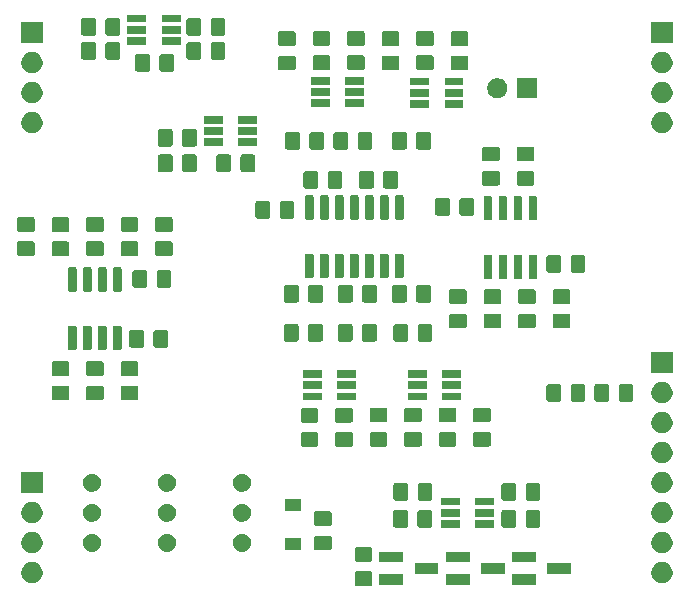
<source format=gbr>
G04 #@! TF.GenerationSoftware,KiCad,Pcbnew,5.1.6-c6e7f7d~87~ubuntu18.04.1*
G04 #@! TF.CreationDate,2020-08-18T13:24:46-04:00*
G04 #@! TF.ProjectId,arp_4072_LPF,6172705f-3430-4373-925f-4c50462e6b69,1*
G04 #@! TF.SameCoordinates,Original*
G04 #@! TF.FileFunction,Soldermask,Top*
G04 #@! TF.FilePolarity,Negative*
%FSLAX46Y46*%
G04 Gerber Fmt 4.6, Leading zero omitted, Abs format (unit mm)*
G04 Created by KiCad (PCBNEW 5.1.6-c6e7f7d~87~ubuntu18.04.1) date 2020-08-18 13:24:46*
%MOMM*%
%LPD*%
G01*
G04 APERTURE LIST*
%ADD10C,0.100000*%
G04 APERTURE END LIST*
D10*
G36*
X158195674Y-124346465D02*
G01*
X158233367Y-124357899D01*
X158268103Y-124376466D01*
X158298548Y-124401452D01*
X158323534Y-124431897D01*
X158342101Y-124466633D01*
X158353535Y-124504326D01*
X158358000Y-124549661D01*
X158358000Y-125386339D01*
X158353535Y-125431674D01*
X158342101Y-125469367D01*
X158323534Y-125504103D01*
X158298548Y-125534548D01*
X158268103Y-125559534D01*
X158233367Y-125578101D01*
X158195674Y-125589535D01*
X158150339Y-125594000D01*
X157063661Y-125594000D01*
X157018326Y-125589535D01*
X156980633Y-125578101D01*
X156945897Y-125559534D01*
X156915452Y-125534548D01*
X156890466Y-125504103D01*
X156871899Y-125469367D01*
X156860465Y-125431674D01*
X156856000Y-125386339D01*
X156856000Y-124549661D01*
X156860465Y-124504326D01*
X156871899Y-124466633D01*
X156890466Y-124431897D01*
X156915452Y-124401452D01*
X156945897Y-124376466D01*
X156980633Y-124357899D01*
X157018326Y-124346465D01*
X157063661Y-124342000D01*
X158150339Y-124342000D01*
X158195674Y-124346465D01*
G37*
G36*
X172197000Y-125480000D02*
G01*
X170195000Y-125480000D01*
X170195000Y-124578000D01*
X172197000Y-124578000D01*
X172197000Y-125480000D01*
G37*
G36*
X160942000Y-125480000D02*
G01*
X158940000Y-125480000D01*
X158940000Y-124578000D01*
X160942000Y-124578000D01*
X160942000Y-125480000D01*
G37*
G36*
X166609000Y-125480000D02*
G01*
X164607000Y-125480000D01*
X164607000Y-124578000D01*
X166609000Y-124578000D01*
X166609000Y-125480000D01*
G37*
G36*
X129653512Y-123563927D02*
G01*
X129802812Y-123593624D01*
X129966784Y-123661544D01*
X130114354Y-123760147D01*
X130239853Y-123885646D01*
X130338456Y-124033216D01*
X130406376Y-124197188D01*
X130441000Y-124371259D01*
X130441000Y-124548741D01*
X130406376Y-124722812D01*
X130338456Y-124886784D01*
X130239853Y-125034354D01*
X130114354Y-125159853D01*
X129966784Y-125258456D01*
X129802812Y-125326376D01*
X129653512Y-125356073D01*
X129628742Y-125361000D01*
X129451258Y-125361000D01*
X129426488Y-125356073D01*
X129277188Y-125326376D01*
X129113216Y-125258456D01*
X128965646Y-125159853D01*
X128840147Y-125034354D01*
X128741544Y-124886784D01*
X128673624Y-124722812D01*
X128639000Y-124548741D01*
X128639000Y-124371259D01*
X128673624Y-124197188D01*
X128741544Y-124033216D01*
X128840147Y-123885646D01*
X128965646Y-123760147D01*
X129113216Y-123661544D01*
X129277188Y-123593624D01*
X129426488Y-123563927D01*
X129451258Y-123559000D01*
X129628742Y-123559000D01*
X129653512Y-123563927D01*
G37*
G36*
X182993512Y-123563927D02*
G01*
X183142812Y-123593624D01*
X183306784Y-123661544D01*
X183454354Y-123760147D01*
X183579853Y-123885646D01*
X183678456Y-124033216D01*
X183746376Y-124197188D01*
X183781000Y-124371259D01*
X183781000Y-124548741D01*
X183746376Y-124722812D01*
X183678456Y-124886784D01*
X183579853Y-125034354D01*
X183454354Y-125159853D01*
X183306784Y-125258456D01*
X183142812Y-125326376D01*
X182993512Y-125356073D01*
X182968742Y-125361000D01*
X182791258Y-125361000D01*
X182766488Y-125356073D01*
X182617188Y-125326376D01*
X182453216Y-125258456D01*
X182305646Y-125159853D01*
X182180147Y-125034354D01*
X182081544Y-124886784D01*
X182013624Y-124722812D01*
X181979000Y-124548741D01*
X181979000Y-124371259D01*
X182013624Y-124197188D01*
X182081544Y-124033216D01*
X182180147Y-123885646D01*
X182305646Y-123760147D01*
X182453216Y-123661544D01*
X182617188Y-123593624D01*
X182766488Y-123563927D01*
X182791258Y-123559000D01*
X182968742Y-123559000D01*
X182993512Y-123563927D01*
G37*
G36*
X163942000Y-124530000D02*
G01*
X161940000Y-124530000D01*
X161940000Y-123628000D01*
X163942000Y-123628000D01*
X163942000Y-124530000D01*
G37*
G36*
X169609000Y-124530000D02*
G01*
X167607000Y-124530000D01*
X167607000Y-123628000D01*
X169609000Y-123628000D01*
X169609000Y-124530000D01*
G37*
G36*
X175197000Y-124530000D02*
G01*
X173195000Y-124530000D01*
X173195000Y-123628000D01*
X175197000Y-123628000D01*
X175197000Y-124530000D01*
G37*
G36*
X160942000Y-123580000D02*
G01*
X158940000Y-123580000D01*
X158940000Y-122678000D01*
X160942000Y-122678000D01*
X160942000Y-123580000D01*
G37*
G36*
X166609000Y-123580000D02*
G01*
X164607000Y-123580000D01*
X164607000Y-122678000D01*
X166609000Y-122678000D01*
X166609000Y-123580000D01*
G37*
G36*
X172197000Y-123580000D02*
G01*
X170195000Y-123580000D01*
X170195000Y-122678000D01*
X172197000Y-122678000D01*
X172197000Y-123580000D01*
G37*
G36*
X158195674Y-122296465D02*
G01*
X158233367Y-122307899D01*
X158268103Y-122326466D01*
X158298548Y-122351452D01*
X158323534Y-122381897D01*
X158342101Y-122416633D01*
X158353535Y-122454326D01*
X158358000Y-122499661D01*
X158358000Y-123336339D01*
X158353535Y-123381674D01*
X158342101Y-123419367D01*
X158323534Y-123454103D01*
X158298548Y-123484548D01*
X158268103Y-123509534D01*
X158233367Y-123528101D01*
X158195674Y-123539535D01*
X158150339Y-123544000D01*
X157063661Y-123544000D01*
X157018326Y-123539535D01*
X156980633Y-123528101D01*
X156945897Y-123509534D01*
X156915452Y-123484548D01*
X156890466Y-123454103D01*
X156871899Y-123419367D01*
X156860465Y-123381674D01*
X156856000Y-123336339D01*
X156856000Y-122499661D01*
X156860465Y-122454326D01*
X156871899Y-122416633D01*
X156890466Y-122381897D01*
X156915452Y-122351452D01*
X156945897Y-122326466D01*
X156980633Y-122307899D01*
X157018326Y-122296465D01*
X157063661Y-122292000D01*
X158150339Y-122292000D01*
X158195674Y-122296465D01*
G37*
G36*
X182993512Y-121023927D02*
G01*
X183142812Y-121053624D01*
X183306784Y-121121544D01*
X183454354Y-121220147D01*
X183579853Y-121345646D01*
X183678456Y-121493216D01*
X183746376Y-121657188D01*
X183781000Y-121831259D01*
X183781000Y-122008741D01*
X183746376Y-122182812D01*
X183678456Y-122346784D01*
X183579853Y-122494354D01*
X183454354Y-122619853D01*
X183306784Y-122718456D01*
X183142812Y-122786376D01*
X182993512Y-122816073D01*
X182968742Y-122821000D01*
X182791258Y-122821000D01*
X182766488Y-122816073D01*
X182617188Y-122786376D01*
X182453216Y-122718456D01*
X182305646Y-122619853D01*
X182180147Y-122494354D01*
X182081544Y-122346784D01*
X182013624Y-122182812D01*
X181979000Y-122008741D01*
X181979000Y-121831259D01*
X182013624Y-121657188D01*
X182081544Y-121493216D01*
X182180147Y-121345646D01*
X182305646Y-121220147D01*
X182453216Y-121121544D01*
X182617188Y-121053624D01*
X182766488Y-121023927D01*
X182791258Y-121019000D01*
X182968742Y-121019000D01*
X182993512Y-121023927D01*
G37*
G36*
X129653512Y-121023927D02*
G01*
X129802812Y-121053624D01*
X129966784Y-121121544D01*
X130114354Y-121220147D01*
X130239853Y-121345646D01*
X130338456Y-121493216D01*
X130406376Y-121657188D01*
X130441000Y-121831259D01*
X130441000Y-122008741D01*
X130406376Y-122182812D01*
X130338456Y-122346784D01*
X130239853Y-122494354D01*
X130114354Y-122619853D01*
X129966784Y-122718456D01*
X129802812Y-122786376D01*
X129653512Y-122816073D01*
X129628742Y-122821000D01*
X129451258Y-122821000D01*
X129426488Y-122816073D01*
X129277188Y-122786376D01*
X129113216Y-122718456D01*
X128965646Y-122619853D01*
X128840147Y-122494354D01*
X128741544Y-122346784D01*
X128673624Y-122182812D01*
X128639000Y-122008741D01*
X128639000Y-121831259D01*
X128673624Y-121657188D01*
X128741544Y-121493216D01*
X128840147Y-121345646D01*
X128965646Y-121220147D01*
X129113216Y-121121544D01*
X129277188Y-121053624D01*
X129426488Y-121023927D01*
X129451258Y-121019000D01*
X129628742Y-121019000D01*
X129653512Y-121023927D01*
G37*
G36*
X141095589Y-121158876D02*
G01*
X141194893Y-121178629D01*
X141335206Y-121236748D01*
X141461484Y-121321125D01*
X141568875Y-121428516D01*
X141653252Y-121554794D01*
X141711371Y-121695107D01*
X141741000Y-121844063D01*
X141741000Y-121995937D01*
X141711371Y-122144893D01*
X141653252Y-122285206D01*
X141568875Y-122411484D01*
X141461484Y-122518875D01*
X141335206Y-122603252D01*
X141194893Y-122661371D01*
X141111293Y-122678000D01*
X141045938Y-122691000D01*
X140894062Y-122691000D01*
X140828707Y-122678000D01*
X140745107Y-122661371D01*
X140604794Y-122603252D01*
X140478516Y-122518875D01*
X140371125Y-122411484D01*
X140286748Y-122285206D01*
X140228629Y-122144893D01*
X140199000Y-121995937D01*
X140199000Y-121844063D01*
X140228629Y-121695107D01*
X140286748Y-121554794D01*
X140371125Y-121428516D01*
X140478516Y-121321125D01*
X140604794Y-121236748D01*
X140745107Y-121178629D01*
X140844411Y-121158876D01*
X140894062Y-121149000D01*
X141045938Y-121149000D01*
X141095589Y-121158876D01*
G37*
G36*
X134745589Y-121158876D02*
G01*
X134844893Y-121178629D01*
X134985206Y-121236748D01*
X135111484Y-121321125D01*
X135218875Y-121428516D01*
X135303252Y-121554794D01*
X135361371Y-121695107D01*
X135391000Y-121844063D01*
X135391000Y-121995937D01*
X135361371Y-122144893D01*
X135303252Y-122285206D01*
X135218875Y-122411484D01*
X135111484Y-122518875D01*
X134985206Y-122603252D01*
X134844893Y-122661371D01*
X134761293Y-122678000D01*
X134695938Y-122691000D01*
X134544062Y-122691000D01*
X134478707Y-122678000D01*
X134395107Y-122661371D01*
X134254794Y-122603252D01*
X134128516Y-122518875D01*
X134021125Y-122411484D01*
X133936748Y-122285206D01*
X133878629Y-122144893D01*
X133849000Y-121995937D01*
X133849000Y-121844063D01*
X133878629Y-121695107D01*
X133936748Y-121554794D01*
X134021125Y-121428516D01*
X134128516Y-121321125D01*
X134254794Y-121236748D01*
X134395107Y-121178629D01*
X134494411Y-121158876D01*
X134544062Y-121149000D01*
X134695938Y-121149000D01*
X134745589Y-121158876D01*
G37*
G36*
X147445589Y-121158876D02*
G01*
X147544893Y-121178629D01*
X147685206Y-121236748D01*
X147811484Y-121321125D01*
X147918875Y-121428516D01*
X148003252Y-121554794D01*
X148061371Y-121695107D01*
X148091000Y-121844063D01*
X148091000Y-121995937D01*
X148061371Y-122144893D01*
X148003252Y-122285206D01*
X147918875Y-122411484D01*
X147811484Y-122518875D01*
X147685206Y-122603252D01*
X147544893Y-122661371D01*
X147461293Y-122678000D01*
X147395938Y-122691000D01*
X147244062Y-122691000D01*
X147178707Y-122678000D01*
X147095107Y-122661371D01*
X146954794Y-122603252D01*
X146828516Y-122518875D01*
X146721125Y-122411484D01*
X146636748Y-122285206D01*
X146578629Y-122144893D01*
X146549000Y-121995937D01*
X146549000Y-121844063D01*
X146578629Y-121695107D01*
X146636748Y-121554794D01*
X146721125Y-121428516D01*
X146828516Y-121321125D01*
X146954794Y-121236748D01*
X147095107Y-121178629D01*
X147194411Y-121158876D01*
X147244062Y-121149000D01*
X147395938Y-121149000D01*
X147445589Y-121158876D01*
G37*
G36*
X154766674Y-121316465D02*
G01*
X154804367Y-121327899D01*
X154839103Y-121346466D01*
X154869548Y-121371452D01*
X154894534Y-121401897D01*
X154913101Y-121436633D01*
X154924535Y-121474326D01*
X154929000Y-121519661D01*
X154929000Y-122356339D01*
X154924535Y-122401674D01*
X154913101Y-122439367D01*
X154894534Y-122474103D01*
X154869548Y-122504548D01*
X154839103Y-122529534D01*
X154804367Y-122548101D01*
X154766674Y-122559535D01*
X154721339Y-122564000D01*
X153634661Y-122564000D01*
X153589326Y-122559535D01*
X153551633Y-122548101D01*
X153516897Y-122529534D01*
X153486452Y-122504548D01*
X153461466Y-122474103D01*
X153442899Y-122439367D01*
X153431465Y-122401674D01*
X153427000Y-122356339D01*
X153427000Y-121519661D01*
X153431465Y-121474326D01*
X153442899Y-121436633D01*
X153461466Y-121401897D01*
X153486452Y-121371452D01*
X153516897Y-121346466D01*
X153551633Y-121327899D01*
X153589326Y-121316465D01*
X153634661Y-121312000D01*
X154721339Y-121312000D01*
X154766674Y-121316465D01*
G37*
G36*
X152289000Y-122547000D02*
G01*
X150987000Y-122547000D01*
X150987000Y-121545000D01*
X152289000Y-121545000D01*
X152289000Y-122547000D01*
G37*
G36*
X168695000Y-120656000D02*
G01*
X167093000Y-120656000D01*
X167093000Y-120004000D01*
X168695000Y-120004000D01*
X168695000Y-120656000D01*
G37*
G36*
X165795000Y-120656000D02*
G01*
X164193000Y-120656000D01*
X164193000Y-120004000D01*
X165795000Y-120004000D01*
X165795000Y-120656000D01*
G37*
G36*
X161227674Y-119141465D02*
G01*
X161265367Y-119152899D01*
X161300103Y-119171466D01*
X161330548Y-119196452D01*
X161355534Y-119226897D01*
X161374101Y-119261633D01*
X161385535Y-119299326D01*
X161390000Y-119344661D01*
X161390000Y-120431339D01*
X161385535Y-120476674D01*
X161374101Y-120514367D01*
X161355534Y-120549103D01*
X161330548Y-120579548D01*
X161300103Y-120604534D01*
X161265367Y-120623101D01*
X161227674Y-120634535D01*
X161182339Y-120639000D01*
X160345661Y-120639000D01*
X160300326Y-120634535D01*
X160262633Y-120623101D01*
X160227897Y-120604534D01*
X160197452Y-120579548D01*
X160172466Y-120549103D01*
X160153899Y-120514367D01*
X160142465Y-120476674D01*
X160138000Y-120431339D01*
X160138000Y-119344661D01*
X160142465Y-119299326D01*
X160153899Y-119261633D01*
X160172466Y-119226897D01*
X160197452Y-119196452D01*
X160227897Y-119171466D01*
X160262633Y-119152899D01*
X160300326Y-119141465D01*
X160345661Y-119137000D01*
X161182339Y-119137000D01*
X161227674Y-119141465D01*
G37*
G36*
X163277674Y-119141465D02*
G01*
X163315367Y-119152899D01*
X163350103Y-119171466D01*
X163380548Y-119196452D01*
X163405534Y-119226897D01*
X163424101Y-119261633D01*
X163435535Y-119299326D01*
X163440000Y-119344661D01*
X163440000Y-120431339D01*
X163435535Y-120476674D01*
X163424101Y-120514367D01*
X163405534Y-120549103D01*
X163380548Y-120579548D01*
X163350103Y-120604534D01*
X163315367Y-120623101D01*
X163277674Y-120634535D01*
X163232339Y-120639000D01*
X162395661Y-120639000D01*
X162350326Y-120634535D01*
X162312633Y-120623101D01*
X162277897Y-120604534D01*
X162247452Y-120579548D01*
X162222466Y-120549103D01*
X162203899Y-120514367D01*
X162192465Y-120476674D01*
X162188000Y-120431339D01*
X162188000Y-119344661D01*
X162192465Y-119299326D01*
X162203899Y-119261633D01*
X162222466Y-119226897D01*
X162247452Y-119196452D01*
X162277897Y-119171466D01*
X162312633Y-119152899D01*
X162350326Y-119141465D01*
X162395661Y-119137000D01*
X163232339Y-119137000D01*
X163277674Y-119141465D01*
G37*
G36*
X170380674Y-119141465D02*
G01*
X170418367Y-119152899D01*
X170453103Y-119171466D01*
X170483548Y-119196452D01*
X170508534Y-119226897D01*
X170527101Y-119261633D01*
X170538535Y-119299326D01*
X170543000Y-119344661D01*
X170543000Y-120431339D01*
X170538535Y-120476674D01*
X170527101Y-120514367D01*
X170508534Y-120549103D01*
X170483548Y-120579548D01*
X170453103Y-120604534D01*
X170418367Y-120623101D01*
X170380674Y-120634535D01*
X170335339Y-120639000D01*
X169498661Y-120639000D01*
X169453326Y-120634535D01*
X169415633Y-120623101D01*
X169380897Y-120604534D01*
X169350452Y-120579548D01*
X169325466Y-120549103D01*
X169306899Y-120514367D01*
X169295465Y-120476674D01*
X169291000Y-120431339D01*
X169291000Y-119344661D01*
X169295465Y-119299326D01*
X169306899Y-119261633D01*
X169325466Y-119226897D01*
X169350452Y-119196452D01*
X169380897Y-119171466D01*
X169415633Y-119152899D01*
X169453326Y-119141465D01*
X169498661Y-119137000D01*
X170335339Y-119137000D01*
X170380674Y-119141465D01*
G37*
G36*
X172430674Y-119141465D02*
G01*
X172468367Y-119152899D01*
X172503103Y-119171466D01*
X172533548Y-119196452D01*
X172558534Y-119226897D01*
X172577101Y-119261633D01*
X172588535Y-119299326D01*
X172593000Y-119344661D01*
X172593000Y-120431339D01*
X172588535Y-120476674D01*
X172577101Y-120514367D01*
X172558534Y-120549103D01*
X172533548Y-120579548D01*
X172503103Y-120604534D01*
X172468367Y-120623101D01*
X172430674Y-120634535D01*
X172385339Y-120639000D01*
X171548661Y-120639000D01*
X171503326Y-120634535D01*
X171465633Y-120623101D01*
X171430897Y-120604534D01*
X171400452Y-120579548D01*
X171375466Y-120549103D01*
X171356899Y-120514367D01*
X171345465Y-120476674D01*
X171341000Y-120431339D01*
X171341000Y-119344661D01*
X171345465Y-119299326D01*
X171356899Y-119261633D01*
X171375466Y-119226897D01*
X171400452Y-119196452D01*
X171430897Y-119171466D01*
X171465633Y-119152899D01*
X171503326Y-119141465D01*
X171548661Y-119137000D01*
X172385339Y-119137000D01*
X172430674Y-119141465D01*
G37*
G36*
X154766674Y-119266465D02*
G01*
X154804367Y-119277899D01*
X154839103Y-119296466D01*
X154869548Y-119321452D01*
X154894534Y-119351897D01*
X154913101Y-119386633D01*
X154924535Y-119424326D01*
X154929000Y-119469661D01*
X154929000Y-120306339D01*
X154924535Y-120351674D01*
X154913101Y-120389367D01*
X154894534Y-120424103D01*
X154869548Y-120454548D01*
X154839103Y-120479534D01*
X154804367Y-120498101D01*
X154766674Y-120509535D01*
X154721339Y-120514000D01*
X153634661Y-120514000D01*
X153589326Y-120509535D01*
X153551633Y-120498101D01*
X153516897Y-120479534D01*
X153486452Y-120454548D01*
X153461466Y-120424103D01*
X153442899Y-120389367D01*
X153431465Y-120351674D01*
X153427000Y-120306339D01*
X153427000Y-119469661D01*
X153431465Y-119424326D01*
X153442899Y-119386633D01*
X153461466Y-119351897D01*
X153486452Y-119321452D01*
X153516897Y-119296466D01*
X153551633Y-119277899D01*
X153589326Y-119266465D01*
X153634661Y-119262000D01*
X154721339Y-119262000D01*
X154766674Y-119266465D01*
G37*
G36*
X182993512Y-118483927D02*
G01*
X183142812Y-118513624D01*
X183306784Y-118581544D01*
X183454354Y-118680147D01*
X183579853Y-118805646D01*
X183678456Y-118953216D01*
X183746376Y-119117188D01*
X183781000Y-119291259D01*
X183781000Y-119468741D01*
X183746376Y-119642812D01*
X183678456Y-119806784D01*
X183579853Y-119954354D01*
X183454354Y-120079853D01*
X183306784Y-120178456D01*
X183142812Y-120246376D01*
X182993512Y-120276073D01*
X182968742Y-120281000D01*
X182791258Y-120281000D01*
X182766488Y-120276073D01*
X182617188Y-120246376D01*
X182453216Y-120178456D01*
X182305646Y-120079853D01*
X182180147Y-119954354D01*
X182081544Y-119806784D01*
X182013624Y-119642812D01*
X181979000Y-119468741D01*
X181979000Y-119291259D01*
X182013624Y-119117188D01*
X182081544Y-118953216D01*
X182180147Y-118805646D01*
X182305646Y-118680147D01*
X182453216Y-118581544D01*
X182617188Y-118513624D01*
X182766488Y-118483927D01*
X182791258Y-118479000D01*
X182968742Y-118479000D01*
X182993512Y-118483927D01*
G37*
G36*
X129653512Y-118483927D02*
G01*
X129802812Y-118513624D01*
X129966784Y-118581544D01*
X130114354Y-118680147D01*
X130239853Y-118805646D01*
X130338456Y-118953216D01*
X130406376Y-119117188D01*
X130441000Y-119291259D01*
X130441000Y-119468741D01*
X130406376Y-119642812D01*
X130338456Y-119806784D01*
X130239853Y-119954354D01*
X130114354Y-120079853D01*
X129966784Y-120178456D01*
X129802812Y-120246376D01*
X129653512Y-120276073D01*
X129628742Y-120281000D01*
X129451258Y-120281000D01*
X129426488Y-120276073D01*
X129277188Y-120246376D01*
X129113216Y-120178456D01*
X128965646Y-120079853D01*
X128840147Y-119954354D01*
X128741544Y-119806784D01*
X128673624Y-119642812D01*
X128639000Y-119468741D01*
X128639000Y-119291259D01*
X128673624Y-119117188D01*
X128741544Y-118953216D01*
X128840147Y-118805646D01*
X128965646Y-118680147D01*
X129113216Y-118581544D01*
X129277188Y-118513624D01*
X129426488Y-118483927D01*
X129451258Y-118479000D01*
X129628742Y-118479000D01*
X129653512Y-118483927D01*
G37*
G36*
X141095589Y-118618876D02*
G01*
X141194893Y-118638629D01*
X141335206Y-118696748D01*
X141461484Y-118781125D01*
X141568875Y-118888516D01*
X141653252Y-119014794D01*
X141711371Y-119155107D01*
X141741000Y-119304063D01*
X141741000Y-119455937D01*
X141711371Y-119604893D01*
X141653252Y-119745206D01*
X141568875Y-119871484D01*
X141461484Y-119978875D01*
X141335206Y-120063252D01*
X141194893Y-120121371D01*
X141095589Y-120141124D01*
X141045938Y-120151000D01*
X140894062Y-120151000D01*
X140844411Y-120141124D01*
X140745107Y-120121371D01*
X140604794Y-120063252D01*
X140478516Y-119978875D01*
X140371125Y-119871484D01*
X140286748Y-119745206D01*
X140228629Y-119604893D01*
X140199000Y-119455937D01*
X140199000Y-119304063D01*
X140228629Y-119155107D01*
X140286748Y-119014794D01*
X140371125Y-118888516D01*
X140478516Y-118781125D01*
X140604794Y-118696748D01*
X140745107Y-118638629D01*
X140844411Y-118618876D01*
X140894062Y-118609000D01*
X141045938Y-118609000D01*
X141095589Y-118618876D01*
G37*
G36*
X134745589Y-118618876D02*
G01*
X134844893Y-118638629D01*
X134985206Y-118696748D01*
X135111484Y-118781125D01*
X135218875Y-118888516D01*
X135303252Y-119014794D01*
X135361371Y-119155107D01*
X135391000Y-119304063D01*
X135391000Y-119455937D01*
X135361371Y-119604893D01*
X135303252Y-119745206D01*
X135218875Y-119871484D01*
X135111484Y-119978875D01*
X134985206Y-120063252D01*
X134844893Y-120121371D01*
X134745589Y-120141124D01*
X134695938Y-120151000D01*
X134544062Y-120151000D01*
X134494411Y-120141124D01*
X134395107Y-120121371D01*
X134254794Y-120063252D01*
X134128516Y-119978875D01*
X134021125Y-119871484D01*
X133936748Y-119745206D01*
X133878629Y-119604893D01*
X133849000Y-119455937D01*
X133849000Y-119304063D01*
X133878629Y-119155107D01*
X133936748Y-119014794D01*
X134021125Y-118888516D01*
X134128516Y-118781125D01*
X134254794Y-118696748D01*
X134395107Y-118638629D01*
X134494411Y-118618876D01*
X134544062Y-118609000D01*
X134695938Y-118609000D01*
X134745589Y-118618876D01*
G37*
G36*
X147445589Y-118618876D02*
G01*
X147544893Y-118638629D01*
X147685206Y-118696748D01*
X147811484Y-118781125D01*
X147918875Y-118888516D01*
X148003252Y-119014794D01*
X148061371Y-119155107D01*
X148091000Y-119304063D01*
X148091000Y-119455937D01*
X148061371Y-119604893D01*
X148003252Y-119745206D01*
X147918875Y-119871484D01*
X147811484Y-119978875D01*
X147685206Y-120063252D01*
X147544893Y-120121371D01*
X147445589Y-120141124D01*
X147395938Y-120151000D01*
X147244062Y-120151000D01*
X147194411Y-120141124D01*
X147095107Y-120121371D01*
X146954794Y-120063252D01*
X146828516Y-119978875D01*
X146721125Y-119871484D01*
X146636748Y-119745206D01*
X146578629Y-119604893D01*
X146549000Y-119455937D01*
X146549000Y-119304063D01*
X146578629Y-119155107D01*
X146636748Y-119014794D01*
X146721125Y-118888516D01*
X146828516Y-118781125D01*
X146954794Y-118696748D01*
X147095107Y-118638629D01*
X147194411Y-118618876D01*
X147244062Y-118609000D01*
X147395938Y-118609000D01*
X147445589Y-118618876D01*
G37*
G36*
X165795000Y-119706000D02*
G01*
X164193000Y-119706000D01*
X164193000Y-119054000D01*
X165795000Y-119054000D01*
X165795000Y-119706000D01*
G37*
G36*
X168695000Y-119706000D02*
G01*
X167093000Y-119706000D01*
X167093000Y-119054000D01*
X168695000Y-119054000D01*
X168695000Y-119706000D01*
G37*
G36*
X152289000Y-119247000D02*
G01*
X150987000Y-119247000D01*
X150987000Y-118245000D01*
X152289000Y-118245000D01*
X152289000Y-119247000D01*
G37*
G36*
X165795000Y-118756000D02*
G01*
X164193000Y-118756000D01*
X164193000Y-118104000D01*
X165795000Y-118104000D01*
X165795000Y-118756000D01*
G37*
G36*
X168695000Y-118756000D02*
G01*
X167093000Y-118756000D01*
X167093000Y-118104000D01*
X168695000Y-118104000D01*
X168695000Y-118756000D01*
G37*
G36*
X172439674Y-116855465D02*
G01*
X172477367Y-116866899D01*
X172512103Y-116885466D01*
X172542548Y-116910452D01*
X172567534Y-116940897D01*
X172586101Y-116975633D01*
X172597535Y-117013326D01*
X172602000Y-117058661D01*
X172602000Y-118145339D01*
X172597535Y-118190674D01*
X172586101Y-118228367D01*
X172567534Y-118263103D01*
X172542548Y-118293548D01*
X172512103Y-118318534D01*
X172477367Y-118337101D01*
X172439674Y-118348535D01*
X172394339Y-118353000D01*
X171557661Y-118353000D01*
X171512326Y-118348535D01*
X171474633Y-118337101D01*
X171439897Y-118318534D01*
X171409452Y-118293548D01*
X171384466Y-118263103D01*
X171365899Y-118228367D01*
X171354465Y-118190674D01*
X171350000Y-118145339D01*
X171350000Y-117058661D01*
X171354465Y-117013326D01*
X171365899Y-116975633D01*
X171384466Y-116940897D01*
X171409452Y-116910452D01*
X171439897Y-116885466D01*
X171474633Y-116866899D01*
X171512326Y-116855465D01*
X171557661Y-116851000D01*
X172394339Y-116851000D01*
X172439674Y-116855465D01*
G37*
G36*
X170389674Y-116855465D02*
G01*
X170427367Y-116866899D01*
X170462103Y-116885466D01*
X170492548Y-116910452D01*
X170517534Y-116940897D01*
X170536101Y-116975633D01*
X170547535Y-117013326D01*
X170552000Y-117058661D01*
X170552000Y-118145339D01*
X170547535Y-118190674D01*
X170536101Y-118228367D01*
X170517534Y-118263103D01*
X170492548Y-118293548D01*
X170462103Y-118318534D01*
X170427367Y-118337101D01*
X170389674Y-118348535D01*
X170344339Y-118353000D01*
X169507661Y-118353000D01*
X169462326Y-118348535D01*
X169424633Y-118337101D01*
X169389897Y-118318534D01*
X169359452Y-118293548D01*
X169334466Y-118263103D01*
X169315899Y-118228367D01*
X169304465Y-118190674D01*
X169300000Y-118145339D01*
X169300000Y-117058661D01*
X169304465Y-117013326D01*
X169315899Y-116975633D01*
X169334466Y-116940897D01*
X169359452Y-116910452D01*
X169389897Y-116885466D01*
X169424633Y-116866899D01*
X169462326Y-116855465D01*
X169507661Y-116851000D01*
X170344339Y-116851000D01*
X170389674Y-116855465D01*
G37*
G36*
X161236674Y-116855465D02*
G01*
X161274367Y-116866899D01*
X161309103Y-116885466D01*
X161339548Y-116910452D01*
X161364534Y-116940897D01*
X161383101Y-116975633D01*
X161394535Y-117013326D01*
X161399000Y-117058661D01*
X161399000Y-118145339D01*
X161394535Y-118190674D01*
X161383101Y-118228367D01*
X161364534Y-118263103D01*
X161339548Y-118293548D01*
X161309103Y-118318534D01*
X161274367Y-118337101D01*
X161236674Y-118348535D01*
X161191339Y-118353000D01*
X160354661Y-118353000D01*
X160309326Y-118348535D01*
X160271633Y-118337101D01*
X160236897Y-118318534D01*
X160206452Y-118293548D01*
X160181466Y-118263103D01*
X160162899Y-118228367D01*
X160151465Y-118190674D01*
X160147000Y-118145339D01*
X160147000Y-117058661D01*
X160151465Y-117013326D01*
X160162899Y-116975633D01*
X160181466Y-116940897D01*
X160206452Y-116910452D01*
X160236897Y-116885466D01*
X160271633Y-116866899D01*
X160309326Y-116855465D01*
X160354661Y-116851000D01*
X161191339Y-116851000D01*
X161236674Y-116855465D01*
G37*
G36*
X163286674Y-116855465D02*
G01*
X163324367Y-116866899D01*
X163359103Y-116885466D01*
X163389548Y-116910452D01*
X163414534Y-116940897D01*
X163433101Y-116975633D01*
X163444535Y-117013326D01*
X163449000Y-117058661D01*
X163449000Y-118145339D01*
X163444535Y-118190674D01*
X163433101Y-118228367D01*
X163414534Y-118263103D01*
X163389548Y-118293548D01*
X163359103Y-118318534D01*
X163324367Y-118337101D01*
X163286674Y-118348535D01*
X163241339Y-118353000D01*
X162404661Y-118353000D01*
X162359326Y-118348535D01*
X162321633Y-118337101D01*
X162286897Y-118318534D01*
X162256452Y-118293548D01*
X162231466Y-118263103D01*
X162212899Y-118228367D01*
X162201465Y-118190674D01*
X162197000Y-118145339D01*
X162197000Y-117058661D01*
X162201465Y-117013326D01*
X162212899Y-116975633D01*
X162231466Y-116940897D01*
X162256452Y-116910452D01*
X162286897Y-116885466D01*
X162321633Y-116866899D01*
X162359326Y-116855465D01*
X162404661Y-116851000D01*
X163241339Y-116851000D01*
X163286674Y-116855465D01*
G37*
G36*
X130441000Y-117741000D02*
G01*
X128639000Y-117741000D01*
X128639000Y-115939000D01*
X130441000Y-115939000D01*
X130441000Y-117741000D01*
G37*
G36*
X182993512Y-115943927D02*
G01*
X183142812Y-115973624D01*
X183306784Y-116041544D01*
X183454354Y-116140147D01*
X183579853Y-116265646D01*
X183678456Y-116413216D01*
X183746376Y-116577188D01*
X183781000Y-116751259D01*
X183781000Y-116928741D01*
X183746376Y-117102812D01*
X183678456Y-117266784D01*
X183579853Y-117414354D01*
X183454354Y-117539853D01*
X183306784Y-117638456D01*
X183142812Y-117706376D01*
X182993512Y-117736073D01*
X182968742Y-117741000D01*
X182791258Y-117741000D01*
X182766488Y-117736073D01*
X182617188Y-117706376D01*
X182453216Y-117638456D01*
X182305646Y-117539853D01*
X182180147Y-117414354D01*
X182081544Y-117266784D01*
X182013624Y-117102812D01*
X181979000Y-116928741D01*
X181979000Y-116751259D01*
X182013624Y-116577188D01*
X182081544Y-116413216D01*
X182180147Y-116265646D01*
X182305646Y-116140147D01*
X182453216Y-116041544D01*
X182617188Y-115973624D01*
X182766488Y-115943927D01*
X182791258Y-115939000D01*
X182968742Y-115939000D01*
X182993512Y-115943927D01*
G37*
G36*
X141095589Y-116078876D02*
G01*
X141194893Y-116098629D01*
X141335206Y-116156748D01*
X141461484Y-116241125D01*
X141568875Y-116348516D01*
X141653252Y-116474794D01*
X141711371Y-116615107D01*
X141741000Y-116764063D01*
X141741000Y-116915937D01*
X141711371Y-117064893D01*
X141653252Y-117205206D01*
X141568875Y-117331484D01*
X141461484Y-117438875D01*
X141335206Y-117523252D01*
X141194893Y-117581371D01*
X141095589Y-117601124D01*
X141045938Y-117611000D01*
X140894062Y-117611000D01*
X140844411Y-117601124D01*
X140745107Y-117581371D01*
X140604794Y-117523252D01*
X140478516Y-117438875D01*
X140371125Y-117331484D01*
X140286748Y-117205206D01*
X140228629Y-117064893D01*
X140199000Y-116915937D01*
X140199000Y-116764063D01*
X140228629Y-116615107D01*
X140286748Y-116474794D01*
X140371125Y-116348516D01*
X140478516Y-116241125D01*
X140604794Y-116156748D01*
X140745107Y-116098629D01*
X140844411Y-116078876D01*
X140894062Y-116069000D01*
X141045938Y-116069000D01*
X141095589Y-116078876D01*
G37*
G36*
X147445589Y-116078876D02*
G01*
X147544893Y-116098629D01*
X147685206Y-116156748D01*
X147811484Y-116241125D01*
X147918875Y-116348516D01*
X148003252Y-116474794D01*
X148061371Y-116615107D01*
X148091000Y-116764063D01*
X148091000Y-116915937D01*
X148061371Y-117064893D01*
X148003252Y-117205206D01*
X147918875Y-117331484D01*
X147811484Y-117438875D01*
X147685206Y-117523252D01*
X147544893Y-117581371D01*
X147445589Y-117601124D01*
X147395938Y-117611000D01*
X147244062Y-117611000D01*
X147194411Y-117601124D01*
X147095107Y-117581371D01*
X146954794Y-117523252D01*
X146828516Y-117438875D01*
X146721125Y-117331484D01*
X146636748Y-117205206D01*
X146578629Y-117064893D01*
X146549000Y-116915937D01*
X146549000Y-116764063D01*
X146578629Y-116615107D01*
X146636748Y-116474794D01*
X146721125Y-116348516D01*
X146828516Y-116241125D01*
X146954794Y-116156748D01*
X147095107Y-116098629D01*
X147194411Y-116078876D01*
X147244062Y-116069000D01*
X147395938Y-116069000D01*
X147445589Y-116078876D01*
G37*
G36*
X134745589Y-116078876D02*
G01*
X134844893Y-116098629D01*
X134985206Y-116156748D01*
X135111484Y-116241125D01*
X135218875Y-116348516D01*
X135303252Y-116474794D01*
X135361371Y-116615107D01*
X135391000Y-116764063D01*
X135391000Y-116915937D01*
X135361371Y-117064893D01*
X135303252Y-117205206D01*
X135218875Y-117331484D01*
X135111484Y-117438875D01*
X134985206Y-117523252D01*
X134844893Y-117581371D01*
X134745589Y-117601124D01*
X134695938Y-117611000D01*
X134544062Y-117611000D01*
X134494411Y-117601124D01*
X134395107Y-117581371D01*
X134254794Y-117523252D01*
X134128516Y-117438875D01*
X134021125Y-117331484D01*
X133936748Y-117205206D01*
X133878629Y-117064893D01*
X133849000Y-116915937D01*
X133849000Y-116764063D01*
X133878629Y-116615107D01*
X133936748Y-116474794D01*
X134021125Y-116348516D01*
X134128516Y-116241125D01*
X134254794Y-116156748D01*
X134395107Y-116098629D01*
X134494411Y-116078876D01*
X134544062Y-116069000D01*
X134695938Y-116069000D01*
X134745589Y-116078876D01*
G37*
G36*
X182993512Y-113403927D02*
G01*
X183142812Y-113433624D01*
X183306784Y-113501544D01*
X183454354Y-113600147D01*
X183579853Y-113725646D01*
X183678456Y-113873216D01*
X183746376Y-114037188D01*
X183781000Y-114211259D01*
X183781000Y-114388741D01*
X183746376Y-114562812D01*
X183678456Y-114726784D01*
X183579853Y-114874354D01*
X183454354Y-114999853D01*
X183306784Y-115098456D01*
X183142812Y-115166376D01*
X182993512Y-115196073D01*
X182968742Y-115201000D01*
X182791258Y-115201000D01*
X182766488Y-115196073D01*
X182617188Y-115166376D01*
X182453216Y-115098456D01*
X182305646Y-114999853D01*
X182180147Y-114874354D01*
X182081544Y-114726784D01*
X182013624Y-114562812D01*
X181979000Y-114388741D01*
X181979000Y-114211259D01*
X182013624Y-114037188D01*
X182081544Y-113873216D01*
X182180147Y-113725646D01*
X182305646Y-113600147D01*
X182453216Y-113501544D01*
X182617188Y-113433624D01*
X182766488Y-113403927D01*
X182791258Y-113399000D01*
X182968742Y-113399000D01*
X182993512Y-113403927D01*
G37*
G36*
X153623674Y-112553465D02*
G01*
X153661367Y-112564899D01*
X153696103Y-112583466D01*
X153726548Y-112608452D01*
X153751534Y-112638897D01*
X153770101Y-112673633D01*
X153781535Y-112711326D01*
X153786000Y-112756661D01*
X153786000Y-113593339D01*
X153781535Y-113638674D01*
X153770101Y-113676367D01*
X153751534Y-113711103D01*
X153726548Y-113741548D01*
X153696103Y-113766534D01*
X153661367Y-113785101D01*
X153623674Y-113796535D01*
X153578339Y-113801000D01*
X152491661Y-113801000D01*
X152446326Y-113796535D01*
X152408633Y-113785101D01*
X152373897Y-113766534D01*
X152343452Y-113741548D01*
X152318466Y-113711103D01*
X152299899Y-113676367D01*
X152288465Y-113638674D01*
X152284000Y-113593339D01*
X152284000Y-112756661D01*
X152288465Y-112711326D01*
X152299899Y-112673633D01*
X152318466Y-112638897D01*
X152343452Y-112608452D01*
X152373897Y-112583466D01*
X152408633Y-112564899D01*
X152446326Y-112553465D01*
X152491661Y-112549000D01*
X153578339Y-112549000D01*
X153623674Y-112553465D01*
G37*
G36*
X156544674Y-112553465D02*
G01*
X156582367Y-112564899D01*
X156617103Y-112583466D01*
X156647548Y-112608452D01*
X156672534Y-112638897D01*
X156691101Y-112673633D01*
X156702535Y-112711326D01*
X156707000Y-112756661D01*
X156707000Y-113593339D01*
X156702535Y-113638674D01*
X156691101Y-113676367D01*
X156672534Y-113711103D01*
X156647548Y-113741548D01*
X156617103Y-113766534D01*
X156582367Y-113785101D01*
X156544674Y-113796535D01*
X156499339Y-113801000D01*
X155412661Y-113801000D01*
X155367326Y-113796535D01*
X155329633Y-113785101D01*
X155294897Y-113766534D01*
X155264452Y-113741548D01*
X155239466Y-113711103D01*
X155220899Y-113676367D01*
X155209465Y-113638674D01*
X155205000Y-113593339D01*
X155205000Y-112756661D01*
X155209465Y-112711326D01*
X155220899Y-112673633D01*
X155239466Y-112638897D01*
X155264452Y-112608452D01*
X155294897Y-112583466D01*
X155329633Y-112564899D01*
X155367326Y-112553465D01*
X155412661Y-112549000D01*
X156499339Y-112549000D01*
X156544674Y-112553465D01*
G37*
G36*
X165307674Y-112535465D02*
G01*
X165345367Y-112546899D01*
X165380103Y-112565466D01*
X165410548Y-112590452D01*
X165435534Y-112620897D01*
X165454101Y-112655633D01*
X165465535Y-112693326D01*
X165470000Y-112738661D01*
X165470000Y-113575339D01*
X165465535Y-113620674D01*
X165454101Y-113658367D01*
X165435534Y-113693103D01*
X165410548Y-113723548D01*
X165380103Y-113748534D01*
X165345367Y-113767101D01*
X165307674Y-113778535D01*
X165262339Y-113783000D01*
X164175661Y-113783000D01*
X164130326Y-113778535D01*
X164092633Y-113767101D01*
X164057897Y-113748534D01*
X164027452Y-113723548D01*
X164002466Y-113693103D01*
X163983899Y-113658367D01*
X163972465Y-113620674D01*
X163968000Y-113575339D01*
X163968000Y-112738661D01*
X163972465Y-112693326D01*
X163983899Y-112655633D01*
X164002466Y-112620897D01*
X164027452Y-112590452D01*
X164057897Y-112565466D01*
X164092633Y-112546899D01*
X164130326Y-112535465D01*
X164175661Y-112531000D01*
X165262339Y-112531000D01*
X165307674Y-112535465D01*
G37*
G36*
X162386674Y-112535465D02*
G01*
X162424367Y-112546899D01*
X162459103Y-112565466D01*
X162489548Y-112590452D01*
X162514534Y-112620897D01*
X162533101Y-112655633D01*
X162544535Y-112693326D01*
X162549000Y-112738661D01*
X162549000Y-113575339D01*
X162544535Y-113620674D01*
X162533101Y-113658367D01*
X162514534Y-113693103D01*
X162489548Y-113723548D01*
X162459103Y-113748534D01*
X162424367Y-113767101D01*
X162386674Y-113778535D01*
X162341339Y-113783000D01*
X161254661Y-113783000D01*
X161209326Y-113778535D01*
X161171633Y-113767101D01*
X161136897Y-113748534D01*
X161106452Y-113723548D01*
X161081466Y-113693103D01*
X161062899Y-113658367D01*
X161051465Y-113620674D01*
X161047000Y-113575339D01*
X161047000Y-112738661D01*
X161051465Y-112693326D01*
X161062899Y-112655633D01*
X161081466Y-112620897D01*
X161106452Y-112590452D01*
X161136897Y-112565466D01*
X161171633Y-112546899D01*
X161209326Y-112535465D01*
X161254661Y-112531000D01*
X162341339Y-112531000D01*
X162386674Y-112535465D01*
G37*
G36*
X168228674Y-112535465D02*
G01*
X168266367Y-112546899D01*
X168301103Y-112565466D01*
X168331548Y-112590452D01*
X168356534Y-112620897D01*
X168375101Y-112655633D01*
X168386535Y-112693326D01*
X168391000Y-112738661D01*
X168391000Y-113575339D01*
X168386535Y-113620674D01*
X168375101Y-113658367D01*
X168356534Y-113693103D01*
X168331548Y-113723548D01*
X168301103Y-113748534D01*
X168266367Y-113767101D01*
X168228674Y-113778535D01*
X168183339Y-113783000D01*
X167096661Y-113783000D01*
X167051326Y-113778535D01*
X167013633Y-113767101D01*
X166978897Y-113748534D01*
X166948452Y-113723548D01*
X166923466Y-113693103D01*
X166904899Y-113658367D01*
X166893465Y-113620674D01*
X166889000Y-113575339D01*
X166889000Y-112738661D01*
X166893465Y-112693326D01*
X166904899Y-112655633D01*
X166923466Y-112620897D01*
X166948452Y-112590452D01*
X166978897Y-112565466D01*
X167013633Y-112546899D01*
X167051326Y-112535465D01*
X167096661Y-112531000D01*
X168183339Y-112531000D01*
X168228674Y-112535465D01*
G37*
G36*
X159465674Y-112535465D02*
G01*
X159503367Y-112546899D01*
X159538103Y-112565466D01*
X159568548Y-112590452D01*
X159593534Y-112620897D01*
X159612101Y-112655633D01*
X159623535Y-112693326D01*
X159628000Y-112738661D01*
X159628000Y-113575339D01*
X159623535Y-113620674D01*
X159612101Y-113658367D01*
X159593534Y-113693103D01*
X159568548Y-113723548D01*
X159538103Y-113748534D01*
X159503367Y-113767101D01*
X159465674Y-113778535D01*
X159420339Y-113783000D01*
X158333661Y-113783000D01*
X158288326Y-113778535D01*
X158250633Y-113767101D01*
X158215897Y-113748534D01*
X158185452Y-113723548D01*
X158160466Y-113693103D01*
X158141899Y-113658367D01*
X158130465Y-113620674D01*
X158126000Y-113575339D01*
X158126000Y-112738661D01*
X158130465Y-112693326D01*
X158141899Y-112655633D01*
X158160466Y-112620897D01*
X158185452Y-112590452D01*
X158215897Y-112565466D01*
X158250633Y-112546899D01*
X158288326Y-112535465D01*
X158333661Y-112531000D01*
X159420339Y-112531000D01*
X159465674Y-112535465D01*
G37*
G36*
X182993512Y-110863927D02*
G01*
X183142812Y-110893624D01*
X183306784Y-110961544D01*
X183454354Y-111060147D01*
X183579853Y-111185646D01*
X183678456Y-111333216D01*
X183746376Y-111497188D01*
X183781000Y-111671259D01*
X183781000Y-111848741D01*
X183746376Y-112022812D01*
X183678456Y-112186784D01*
X183579853Y-112334354D01*
X183454354Y-112459853D01*
X183306784Y-112558456D01*
X183142812Y-112626376D01*
X182995723Y-112655633D01*
X182968742Y-112661000D01*
X182791258Y-112661000D01*
X182764277Y-112655633D01*
X182617188Y-112626376D01*
X182453216Y-112558456D01*
X182305646Y-112459853D01*
X182180147Y-112334354D01*
X182081544Y-112186784D01*
X182013624Y-112022812D01*
X181979000Y-111848741D01*
X181979000Y-111671259D01*
X182013624Y-111497188D01*
X182081544Y-111333216D01*
X182180147Y-111185646D01*
X182305646Y-111060147D01*
X182453216Y-110961544D01*
X182617188Y-110893624D01*
X182766488Y-110863927D01*
X182791258Y-110859000D01*
X182968742Y-110859000D01*
X182993512Y-110863927D01*
G37*
G36*
X156544674Y-110503465D02*
G01*
X156582367Y-110514899D01*
X156617103Y-110533466D01*
X156647548Y-110558452D01*
X156672534Y-110588897D01*
X156691101Y-110623633D01*
X156702535Y-110661326D01*
X156707000Y-110706661D01*
X156707000Y-111543339D01*
X156702535Y-111588674D01*
X156691101Y-111626367D01*
X156672534Y-111661103D01*
X156647548Y-111691548D01*
X156617103Y-111716534D01*
X156582367Y-111735101D01*
X156544674Y-111746535D01*
X156499339Y-111751000D01*
X155412661Y-111751000D01*
X155367326Y-111746535D01*
X155329633Y-111735101D01*
X155294897Y-111716534D01*
X155264452Y-111691548D01*
X155239466Y-111661103D01*
X155220899Y-111626367D01*
X155209465Y-111588674D01*
X155205000Y-111543339D01*
X155205000Y-110706661D01*
X155209465Y-110661326D01*
X155220899Y-110623633D01*
X155239466Y-110588897D01*
X155264452Y-110558452D01*
X155294897Y-110533466D01*
X155329633Y-110514899D01*
X155367326Y-110503465D01*
X155412661Y-110499000D01*
X156499339Y-110499000D01*
X156544674Y-110503465D01*
G37*
G36*
X153623674Y-110503465D02*
G01*
X153661367Y-110514899D01*
X153696103Y-110533466D01*
X153726548Y-110558452D01*
X153751534Y-110588897D01*
X153770101Y-110623633D01*
X153781535Y-110661326D01*
X153786000Y-110706661D01*
X153786000Y-111543339D01*
X153781535Y-111588674D01*
X153770101Y-111626367D01*
X153751534Y-111661103D01*
X153726548Y-111691548D01*
X153696103Y-111716534D01*
X153661367Y-111735101D01*
X153623674Y-111746535D01*
X153578339Y-111751000D01*
X152491661Y-111751000D01*
X152446326Y-111746535D01*
X152408633Y-111735101D01*
X152373897Y-111716534D01*
X152343452Y-111691548D01*
X152318466Y-111661103D01*
X152299899Y-111626367D01*
X152288465Y-111588674D01*
X152284000Y-111543339D01*
X152284000Y-110706661D01*
X152288465Y-110661326D01*
X152299899Y-110623633D01*
X152318466Y-110588897D01*
X152343452Y-110558452D01*
X152373897Y-110533466D01*
X152408633Y-110514899D01*
X152446326Y-110503465D01*
X152491661Y-110499000D01*
X153578339Y-110499000D01*
X153623674Y-110503465D01*
G37*
G36*
X162386674Y-110485465D02*
G01*
X162424367Y-110496899D01*
X162459103Y-110515466D01*
X162489548Y-110540452D01*
X162514534Y-110570897D01*
X162533101Y-110605633D01*
X162544535Y-110643326D01*
X162549000Y-110688661D01*
X162549000Y-111525339D01*
X162544535Y-111570674D01*
X162533101Y-111608367D01*
X162514534Y-111643103D01*
X162489548Y-111673548D01*
X162459103Y-111698534D01*
X162424367Y-111717101D01*
X162386674Y-111728535D01*
X162341339Y-111733000D01*
X161254661Y-111733000D01*
X161209326Y-111728535D01*
X161171633Y-111717101D01*
X161136897Y-111698534D01*
X161106452Y-111673548D01*
X161081466Y-111643103D01*
X161062899Y-111608367D01*
X161051465Y-111570674D01*
X161047000Y-111525339D01*
X161047000Y-110688661D01*
X161051465Y-110643326D01*
X161062899Y-110605633D01*
X161081466Y-110570897D01*
X161106452Y-110540452D01*
X161136897Y-110515466D01*
X161171633Y-110496899D01*
X161209326Y-110485465D01*
X161254661Y-110481000D01*
X162341339Y-110481000D01*
X162386674Y-110485465D01*
G37*
G36*
X168228674Y-110485465D02*
G01*
X168266367Y-110496899D01*
X168301103Y-110515466D01*
X168331548Y-110540452D01*
X168356534Y-110570897D01*
X168375101Y-110605633D01*
X168386535Y-110643326D01*
X168391000Y-110688661D01*
X168391000Y-111525339D01*
X168386535Y-111570674D01*
X168375101Y-111608367D01*
X168356534Y-111643103D01*
X168331548Y-111673548D01*
X168301103Y-111698534D01*
X168266367Y-111717101D01*
X168228674Y-111728535D01*
X168183339Y-111733000D01*
X167096661Y-111733000D01*
X167051326Y-111728535D01*
X167013633Y-111717101D01*
X166978897Y-111698534D01*
X166948452Y-111673548D01*
X166923466Y-111643103D01*
X166904899Y-111608367D01*
X166893465Y-111570674D01*
X166889000Y-111525339D01*
X166889000Y-110688661D01*
X166893465Y-110643326D01*
X166904899Y-110605633D01*
X166923466Y-110570897D01*
X166948452Y-110540452D01*
X166978897Y-110515466D01*
X167013633Y-110496899D01*
X167051326Y-110485465D01*
X167096661Y-110481000D01*
X168183339Y-110481000D01*
X168228674Y-110485465D01*
G37*
G36*
X165307674Y-110485465D02*
G01*
X165345367Y-110496899D01*
X165380103Y-110515466D01*
X165410548Y-110540452D01*
X165435534Y-110570897D01*
X165454101Y-110605633D01*
X165465535Y-110643326D01*
X165470000Y-110688661D01*
X165470000Y-111525339D01*
X165465535Y-111570674D01*
X165454101Y-111608367D01*
X165435534Y-111643103D01*
X165410548Y-111673548D01*
X165380103Y-111698534D01*
X165345367Y-111717101D01*
X165307674Y-111728535D01*
X165262339Y-111733000D01*
X164175661Y-111733000D01*
X164130326Y-111728535D01*
X164092633Y-111717101D01*
X164057897Y-111698534D01*
X164027452Y-111673548D01*
X164002466Y-111643103D01*
X163983899Y-111608367D01*
X163972465Y-111570674D01*
X163968000Y-111525339D01*
X163968000Y-110688661D01*
X163972465Y-110643326D01*
X163983899Y-110605633D01*
X164002466Y-110570897D01*
X164027452Y-110540452D01*
X164057897Y-110515466D01*
X164092633Y-110496899D01*
X164130326Y-110485465D01*
X164175661Y-110481000D01*
X165262339Y-110481000D01*
X165307674Y-110485465D01*
G37*
G36*
X159465674Y-110485465D02*
G01*
X159503367Y-110496899D01*
X159538103Y-110515466D01*
X159568548Y-110540452D01*
X159593534Y-110570897D01*
X159612101Y-110605633D01*
X159623535Y-110643326D01*
X159628000Y-110688661D01*
X159628000Y-111525339D01*
X159623535Y-111570674D01*
X159612101Y-111608367D01*
X159593534Y-111643103D01*
X159568548Y-111673548D01*
X159538103Y-111698534D01*
X159503367Y-111717101D01*
X159465674Y-111728535D01*
X159420339Y-111733000D01*
X158333661Y-111733000D01*
X158288326Y-111728535D01*
X158250633Y-111717101D01*
X158215897Y-111698534D01*
X158185452Y-111673548D01*
X158160466Y-111643103D01*
X158141899Y-111608367D01*
X158130465Y-111570674D01*
X158126000Y-111525339D01*
X158126000Y-110688661D01*
X158130465Y-110643326D01*
X158141899Y-110605633D01*
X158160466Y-110570897D01*
X158185452Y-110540452D01*
X158215897Y-110515466D01*
X158250633Y-110496899D01*
X158288326Y-110485465D01*
X158333661Y-110481000D01*
X159420339Y-110481000D01*
X159465674Y-110485465D01*
G37*
G36*
X182993512Y-108323927D02*
G01*
X183142812Y-108353624D01*
X183306784Y-108421544D01*
X183454354Y-108520147D01*
X183579853Y-108645646D01*
X183678456Y-108793216D01*
X183746376Y-108957188D01*
X183781000Y-109131259D01*
X183781000Y-109308741D01*
X183746376Y-109482812D01*
X183678456Y-109646784D01*
X183579853Y-109794354D01*
X183454354Y-109919853D01*
X183306784Y-110018456D01*
X183142812Y-110086376D01*
X182993512Y-110116073D01*
X182968742Y-110121000D01*
X182791258Y-110121000D01*
X182766488Y-110116073D01*
X182617188Y-110086376D01*
X182453216Y-110018456D01*
X182305646Y-109919853D01*
X182180147Y-109794354D01*
X182081544Y-109646784D01*
X182013624Y-109482812D01*
X181979000Y-109308741D01*
X181979000Y-109131259D01*
X182013624Y-108957188D01*
X182081544Y-108793216D01*
X182180147Y-108645646D01*
X182305646Y-108520147D01*
X182453216Y-108421544D01*
X182617188Y-108353624D01*
X182766488Y-108323927D01*
X182791258Y-108319000D01*
X182968742Y-108319000D01*
X182993512Y-108323927D01*
G37*
G36*
X178254674Y-108473465D02*
G01*
X178292367Y-108484899D01*
X178327103Y-108503466D01*
X178357548Y-108528452D01*
X178382534Y-108558897D01*
X178401101Y-108593633D01*
X178412535Y-108631326D01*
X178417000Y-108676661D01*
X178417000Y-109763339D01*
X178412535Y-109808674D01*
X178401101Y-109846367D01*
X178382534Y-109881103D01*
X178357548Y-109911548D01*
X178327103Y-109936534D01*
X178292367Y-109955101D01*
X178254674Y-109966535D01*
X178209339Y-109971000D01*
X177372661Y-109971000D01*
X177327326Y-109966535D01*
X177289633Y-109955101D01*
X177254897Y-109936534D01*
X177224452Y-109911548D01*
X177199466Y-109881103D01*
X177180899Y-109846367D01*
X177169465Y-109808674D01*
X177165000Y-109763339D01*
X177165000Y-108676661D01*
X177169465Y-108631326D01*
X177180899Y-108593633D01*
X177199466Y-108558897D01*
X177224452Y-108528452D01*
X177254897Y-108503466D01*
X177289633Y-108484899D01*
X177327326Y-108473465D01*
X177372661Y-108469000D01*
X178209339Y-108469000D01*
X178254674Y-108473465D01*
G37*
G36*
X180304674Y-108473465D02*
G01*
X180342367Y-108484899D01*
X180377103Y-108503466D01*
X180407548Y-108528452D01*
X180432534Y-108558897D01*
X180451101Y-108593633D01*
X180462535Y-108631326D01*
X180467000Y-108676661D01*
X180467000Y-109763339D01*
X180462535Y-109808674D01*
X180451101Y-109846367D01*
X180432534Y-109881103D01*
X180407548Y-109911548D01*
X180377103Y-109936534D01*
X180342367Y-109955101D01*
X180304674Y-109966535D01*
X180259339Y-109971000D01*
X179422661Y-109971000D01*
X179377326Y-109966535D01*
X179339633Y-109955101D01*
X179304897Y-109936534D01*
X179274452Y-109911548D01*
X179249466Y-109881103D01*
X179230899Y-109846367D01*
X179219465Y-109808674D01*
X179215000Y-109763339D01*
X179215000Y-108676661D01*
X179219465Y-108631326D01*
X179230899Y-108593633D01*
X179249466Y-108558897D01*
X179274452Y-108528452D01*
X179304897Y-108503466D01*
X179339633Y-108484899D01*
X179377326Y-108473465D01*
X179422661Y-108469000D01*
X180259339Y-108469000D01*
X180304674Y-108473465D01*
G37*
G36*
X174199674Y-108473465D02*
G01*
X174237367Y-108484899D01*
X174272103Y-108503466D01*
X174302548Y-108528452D01*
X174327534Y-108558897D01*
X174346101Y-108593633D01*
X174357535Y-108631326D01*
X174362000Y-108676661D01*
X174362000Y-109763339D01*
X174357535Y-109808674D01*
X174346101Y-109846367D01*
X174327534Y-109881103D01*
X174302548Y-109911548D01*
X174272103Y-109936534D01*
X174237367Y-109955101D01*
X174199674Y-109966535D01*
X174154339Y-109971000D01*
X173317661Y-109971000D01*
X173272326Y-109966535D01*
X173234633Y-109955101D01*
X173199897Y-109936534D01*
X173169452Y-109911548D01*
X173144466Y-109881103D01*
X173125899Y-109846367D01*
X173114465Y-109808674D01*
X173110000Y-109763339D01*
X173110000Y-108676661D01*
X173114465Y-108631326D01*
X173125899Y-108593633D01*
X173144466Y-108558897D01*
X173169452Y-108528452D01*
X173199897Y-108503466D01*
X173234633Y-108484899D01*
X173272326Y-108473465D01*
X173317661Y-108469000D01*
X174154339Y-108469000D01*
X174199674Y-108473465D01*
G37*
G36*
X176249674Y-108473465D02*
G01*
X176287367Y-108484899D01*
X176322103Y-108503466D01*
X176352548Y-108528452D01*
X176377534Y-108558897D01*
X176396101Y-108593633D01*
X176407535Y-108631326D01*
X176412000Y-108676661D01*
X176412000Y-109763339D01*
X176407535Y-109808674D01*
X176396101Y-109846367D01*
X176377534Y-109881103D01*
X176352548Y-109911548D01*
X176322103Y-109936534D01*
X176287367Y-109955101D01*
X176249674Y-109966535D01*
X176204339Y-109971000D01*
X175367661Y-109971000D01*
X175322326Y-109966535D01*
X175284633Y-109955101D01*
X175249897Y-109936534D01*
X175219452Y-109911548D01*
X175194466Y-109881103D01*
X175175899Y-109846367D01*
X175164465Y-109808674D01*
X175160000Y-109763339D01*
X175160000Y-108676661D01*
X175164465Y-108631326D01*
X175175899Y-108593633D01*
X175194466Y-108558897D01*
X175219452Y-108528452D01*
X175249897Y-108503466D01*
X175284633Y-108484899D01*
X175322326Y-108473465D01*
X175367661Y-108469000D01*
X176204339Y-108469000D01*
X176249674Y-108473465D01*
G37*
G36*
X135462674Y-108616465D02*
G01*
X135500367Y-108627899D01*
X135535103Y-108646466D01*
X135565548Y-108671452D01*
X135590534Y-108701897D01*
X135609101Y-108736633D01*
X135620535Y-108774326D01*
X135625000Y-108819661D01*
X135625000Y-109656339D01*
X135620535Y-109701674D01*
X135609101Y-109739367D01*
X135590534Y-109774103D01*
X135565548Y-109804548D01*
X135535103Y-109829534D01*
X135500367Y-109848101D01*
X135462674Y-109859535D01*
X135417339Y-109864000D01*
X134330661Y-109864000D01*
X134285326Y-109859535D01*
X134247633Y-109848101D01*
X134212897Y-109829534D01*
X134182452Y-109804548D01*
X134157466Y-109774103D01*
X134138899Y-109739367D01*
X134127465Y-109701674D01*
X134123000Y-109656339D01*
X134123000Y-108819661D01*
X134127465Y-108774326D01*
X134138899Y-108736633D01*
X134157466Y-108701897D01*
X134182452Y-108671452D01*
X134212897Y-108646466D01*
X134247633Y-108627899D01*
X134285326Y-108616465D01*
X134330661Y-108612000D01*
X135417339Y-108612000D01*
X135462674Y-108616465D01*
G37*
G36*
X138383674Y-108616465D02*
G01*
X138421367Y-108627899D01*
X138456103Y-108646466D01*
X138486548Y-108671452D01*
X138511534Y-108701897D01*
X138530101Y-108736633D01*
X138541535Y-108774326D01*
X138546000Y-108819661D01*
X138546000Y-109656339D01*
X138541535Y-109701674D01*
X138530101Y-109739367D01*
X138511534Y-109774103D01*
X138486548Y-109804548D01*
X138456103Y-109829534D01*
X138421367Y-109848101D01*
X138383674Y-109859535D01*
X138338339Y-109864000D01*
X137251661Y-109864000D01*
X137206326Y-109859535D01*
X137168633Y-109848101D01*
X137133897Y-109829534D01*
X137103452Y-109804548D01*
X137078466Y-109774103D01*
X137059899Y-109739367D01*
X137048465Y-109701674D01*
X137044000Y-109656339D01*
X137044000Y-108819661D01*
X137048465Y-108774326D01*
X137059899Y-108736633D01*
X137078466Y-108701897D01*
X137103452Y-108671452D01*
X137133897Y-108646466D01*
X137168633Y-108627899D01*
X137206326Y-108616465D01*
X137251661Y-108612000D01*
X138338339Y-108612000D01*
X138383674Y-108616465D01*
G37*
G36*
X132541674Y-108616465D02*
G01*
X132579367Y-108627899D01*
X132614103Y-108646466D01*
X132644548Y-108671452D01*
X132669534Y-108701897D01*
X132688101Y-108736633D01*
X132699535Y-108774326D01*
X132704000Y-108819661D01*
X132704000Y-109656339D01*
X132699535Y-109701674D01*
X132688101Y-109739367D01*
X132669534Y-109774103D01*
X132644548Y-109804548D01*
X132614103Y-109829534D01*
X132579367Y-109848101D01*
X132541674Y-109859535D01*
X132496339Y-109864000D01*
X131409661Y-109864000D01*
X131364326Y-109859535D01*
X131326633Y-109848101D01*
X131291897Y-109829534D01*
X131261452Y-109804548D01*
X131236466Y-109774103D01*
X131217899Y-109739367D01*
X131206465Y-109701674D01*
X131202000Y-109656339D01*
X131202000Y-108819661D01*
X131206465Y-108774326D01*
X131217899Y-108736633D01*
X131236466Y-108701897D01*
X131261452Y-108671452D01*
X131291897Y-108646466D01*
X131326633Y-108627899D01*
X131364326Y-108616465D01*
X131409661Y-108612000D01*
X132496339Y-108612000D01*
X132541674Y-108616465D01*
G37*
G36*
X165880000Y-109861000D02*
G01*
X164278000Y-109861000D01*
X164278000Y-109209000D01*
X165880000Y-109209000D01*
X165880000Y-109861000D01*
G37*
G36*
X162980000Y-109861000D02*
G01*
X161378000Y-109861000D01*
X161378000Y-109209000D01*
X162980000Y-109209000D01*
X162980000Y-109861000D01*
G37*
G36*
X157011000Y-109861000D02*
G01*
X155409000Y-109861000D01*
X155409000Y-109209000D01*
X157011000Y-109209000D01*
X157011000Y-109861000D01*
G37*
G36*
X154111000Y-109861000D02*
G01*
X152509000Y-109861000D01*
X152509000Y-109209000D01*
X154111000Y-109209000D01*
X154111000Y-109861000D01*
G37*
G36*
X162980000Y-108911000D02*
G01*
X161378000Y-108911000D01*
X161378000Y-108259000D01*
X162980000Y-108259000D01*
X162980000Y-108911000D01*
G37*
G36*
X154111000Y-108911000D02*
G01*
X152509000Y-108911000D01*
X152509000Y-108259000D01*
X154111000Y-108259000D01*
X154111000Y-108911000D01*
G37*
G36*
X165880000Y-108911000D02*
G01*
X164278000Y-108911000D01*
X164278000Y-108259000D01*
X165880000Y-108259000D01*
X165880000Y-108911000D01*
G37*
G36*
X157011000Y-108911000D02*
G01*
X155409000Y-108911000D01*
X155409000Y-108259000D01*
X157011000Y-108259000D01*
X157011000Y-108911000D01*
G37*
G36*
X154111000Y-107961000D02*
G01*
X152509000Y-107961000D01*
X152509000Y-107309000D01*
X154111000Y-107309000D01*
X154111000Y-107961000D01*
G37*
G36*
X157011000Y-107961000D02*
G01*
X155409000Y-107961000D01*
X155409000Y-107309000D01*
X157011000Y-107309000D01*
X157011000Y-107961000D01*
G37*
G36*
X162980000Y-107961000D02*
G01*
X161378000Y-107961000D01*
X161378000Y-107309000D01*
X162980000Y-107309000D01*
X162980000Y-107961000D01*
G37*
G36*
X165880000Y-107961000D02*
G01*
X164278000Y-107961000D01*
X164278000Y-107309000D01*
X165880000Y-107309000D01*
X165880000Y-107961000D01*
G37*
G36*
X132541674Y-106566465D02*
G01*
X132579367Y-106577899D01*
X132614103Y-106596466D01*
X132644548Y-106621452D01*
X132669534Y-106651897D01*
X132688101Y-106686633D01*
X132699535Y-106724326D01*
X132704000Y-106769661D01*
X132704000Y-107606339D01*
X132699535Y-107651674D01*
X132688101Y-107689367D01*
X132669534Y-107724103D01*
X132644548Y-107754548D01*
X132614103Y-107779534D01*
X132579367Y-107798101D01*
X132541674Y-107809535D01*
X132496339Y-107814000D01*
X131409661Y-107814000D01*
X131364326Y-107809535D01*
X131326633Y-107798101D01*
X131291897Y-107779534D01*
X131261452Y-107754548D01*
X131236466Y-107724103D01*
X131217899Y-107689367D01*
X131206465Y-107651674D01*
X131202000Y-107606339D01*
X131202000Y-106769661D01*
X131206465Y-106724326D01*
X131217899Y-106686633D01*
X131236466Y-106651897D01*
X131261452Y-106621452D01*
X131291897Y-106596466D01*
X131326633Y-106577899D01*
X131364326Y-106566465D01*
X131409661Y-106562000D01*
X132496339Y-106562000D01*
X132541674Y-106566465D01*
G37*
G36*
X135462674Y-106566465D02*
G01*
X135500367Y-106577899D01*
X135535103Y-106596466D01*
X135565548Y-106621452D01*
X135590534Y-106651897D01*
X135609101Y-106686633D01*
X135620535Y-106724326D01*
X135625000Y-106769661D01*
X135625000Y-107606339D01*
X135620535Y-107651674D01*
X135609101Y-107689367D01*
X135590534Y-107724103D01*
X135565548Y-107754548D01*
X135535103Y-107779534D01*
X135500367Y-107798101D01*
X135462674Y-107809535D01*
X135417339Y-107814000D01*
X134330661Y-107814000D01*
X134285326Y-107809535D01*
X134247633Y-107798101D01*
X134212897Y-107779534D01*
X134182452Y-107754548D01*
X134157466Y-107724103D01*
X134138899Y-107689367D01*
X134127465Y-107651674D01*
X134123000Y-107606339D01*
X134123000Y-106769661D01*
X134127465Y-106724326D01*
X134138899Y-106686633D01*
X134157466Y-106651897D01*
X134182452Y-106621452D01*
X134212897Y-106596466D01*
X134247633Y-106577899D01*
X134285326Y-106566465D01*
X134330661Y-106562000D01*
X135417339Y-106562000D01*
X135462674Y-106566465D01*
G37*
G36*
X138383674Y-106566465D02*
G01*
X138421367Y-106577899D01*
X138456103Y-106596466D01*
X138486548Y-106621452D01*
X138511534Y-106651897D01*
X138530101Y-106686633D01*
X138541535Y-106724326D01*
X138546000Y-106769661D01*
X138546000Y-107606339D01*
X138541535Y-107651674D01*
X138530101Y-107689367D01*
X138511534Y-107724103D01*
X138486548Y-107754548D01*
X138456103Y-107779534D01*
X138421367Y-107798101D01*
X138383674Y-107809535D01*
X138338339Y-107814000D01*
X137251661Y-107814000D01*
X137206326Y-107809535D01*
X137168633Y-107798101D01*
X137133897Y-107779534D01*
X137103452Y-107754548D01*
X137078466Y-107724103D01*
X137059899Y-107689367D01*
X137048465Y-107651674D01*
X137044000Y-107606339D01*
X137044000Y-106769661D01*
X137048465Y-106724326D01*
X137059899Y-106686633D01*
X137078466Y-106651897D01*
X137103452Y-106621452D01*
X137133897Y-106596466D01*
X137168633Y-106577899D01*
X137206326Y-106566465D01*
X137251661Y-106562000D01*
X138338339Y-106562000D01*
X138383674Y-106566465D01*
G37*
G36*
X183781000Y-107581000D02*
G01*
X181979000Y-107581000D01*
X181979000Y-105779000D01*
X183781000Y-105779000D01*
X183781000Y-107581000D01*
G37*
G36*
X133228928Y-103559764D02*
G01*
X133250009Y-103566160D01*
X133269445Y-103576548D01*
X133286476Y-103590524D01*
X133300452Y-103607555D01*
X133310840Y-103626991D01*
X133317236Y-103648072D01*
X133320000Y-103676140D01*
X133320000Y-105489860D01*
X133317236Y-105517928D01*
X133310840Y-105539009D01*
X133300452Y-105558445D01*
X133286476Y-105575476D01*
X133269445Y-105589452D01*
X133250009Y-105599840D01*
X133228928Y-105606236D01*
X133200860Y-105609000D01*
X132737140Y-105609000D01*
X132709072Y-105606236D01*
X132687991Y-105599840D01*
X132668555Y-105589452D01*
X132651524Y-105575476D01*
X132637548Y-105558445D01*
X132627160Y-105539009D01*
X132620764Y-105517928D01*
X132618000Y-105489860D01*
X132618000Y-103676140D01*
X132620764Y-103648072D01*
X132627160Y-103626991D01*
X132637548Y-103607555D01*
X132651524Y-103590524D01*
X132668555Y-103576548D01*
X132687991Y-103566160D01*
X132709072Y-103559764D01*
X132737140Y-103557000D01*
X133200860Y-103557000D01*
X133228928Y-103559764D01*
G37*
G36*
X137038928Y-103559764D02*
G01*
X137060009Y-103566160D01*
X137079445Y-103576548D01*
X137096476Y-103590524D01*
X137110452Y-103607555D01*
X137120840Y-103626991D01*
X137127236Y-103648072D01*
X137130000Y-103676140D01*
X137130000Y-105489860D01*
X137127236Y-105517928D01*
X137120840Y-105539009D01*
X137110452Y-105558445D01*
X137096476Y-105575476D01*
X137079445Y-105589452D01*
X137060009Y-105599840D01*
X137038928Y-105606236D01*
X137010860Y-105609000D01*
X136547140Y-105609000D01*
X136519072Y-105606236D01*
X136497991Y-105599840D01*
X136478555Y-105589452D01*
X136461524Y-105575476D01*
X136447548Y-105558445D01*
X136437160Y-105539009D01*
X136430764Y-105517928D01*
X136428000Y-105489860D01*
X136428000Y-103676140D01*
X136430764Y-103648072D01*
X136437160Y-103626991D01*
X136447548Y-103607555D01*
X136461524Y-103590524D01*
X136478555Y-103576548D01*
X136497991Y-103566160D01*
X136519072Y-103559764D01*
X136547140Y-103557000D01*
X137010860Y-103557000D01*
X137038928Y-103559764D01*
G37*
G36*
X135768928Y-103559764D02*
G01*
X135790009Y-103566160D01*
X135809445Y-103576548D01*
X135826476Y-103590524D01*
X135840452Y-103607555D01*
X135850840Y-103626991D01*
X135857236Y-103648072D01*
X135860000Y-103676140D01*
X135860000Y-105489860D01*
X135857236Y-105517928D01*
X135850840Y-105539009D01*
X135840452Y-105558445D01*
X135826476Y-105575476D01*
X135809445Y-105589452D01*
X135790009Y-105599840D01*
X135768928Y-105606236D01*
X135740860Y-105609000D01*
X135277140Y-105609000D01*
X135249072Y-105606236D01*
X135227991Y-105599840D01*
X135208555Y-105589452D01*
X135191524Y-105575476D01*
X135177548Y-105558445D01*
X135167160Y-105539009D01*
X135160764Y-105517928D01*
X135158000Y-105489860D01*
X135158000Y-103676140D01*
X135160764Y-103648072D01*
X135167160Y-103626991D01*
X135177548Y-103607555D01*
X135191524Y-103590524D01*
X135208555Y-103576548D01*
X135227991Y-103566160D01*
X135249072Y-103559764D01*
X135277140Y-103557000D01*
X135740860Y-103557000D01*
X135768928Y-103559764D01*
G37*
G36*
X134498928Y-103559764D02*
G01*
X134520009Y-103566160D01*
X134539445Y-103576548D01*
X134556476Y-103590524D01*
X134570452Y-103607555D01*
X134580840Y-103626991D01*
X134587236Y-103648072D01*
X134590000Y-103676140D01*
X134590000Y-105489860D01*
X134587236Y-105517928D01*
X134580840Y-105539009D01*
X134570452Y-105558445D01*
X134556476Y-105575476D01*
X134539445Y-105589452D01*
X134520009Y-105599840D01*
X134498928Y-105606236D01*
X134470860Y-105609000D01*
X134007140Y-105609000D01*
X133979072Y-105606236D01*
X133957991Y-105599840D01*
X133938555Y-105589452D01*
X133921524Y-105575476D01*
X133907548Y-105558445D01*
X133897160Y-105539009D01*
X133890764Y-105517928D01*
X133888000Y-105489860D01*
X133888000Y-103676140D01*
X133890764Y-103648072D01*
X133897160Y-103626991D01*
X133907548Y-103607555D01*
X133921524Y-103590524D01*
X133938555Y-103576548D01*
X133957991Y-103566160D01*
X133979072Y-103559764D01*
X134007140Y-103557000D01*
X134470860Y-103557000D01*
X134498928Y-103559764D01*
G37*
G36*
X140925674Y-103901465D02*
G01*
X140963367Y-103912899D01*
X140998103Y-103931466D01*
X141028548Y-103956452D01*
X141053534Y-103986897D01*
X141072101Y-104021633D01*
X141083535Y-104059326D01*
X141088000Y-104104661D01*
X141088000Y-105191339D01*
X141083535Y-105236674D01*
X141072101Y-105274367D01*
X141053534Y-105309103D01*
X141028548Y-105339548D01*
X140998103Y-105364534D01*
X140963367Y-105383101D01*
X140925674Y-105394535D01*
X140880339Y-105399000D01*
X140043661Y-105399000D01*
X139998326Y-105394535D01*
X139960633Y-105383101D01*
X139925897Y-105364534D01*
X139895452Y-105339548D01*
X139870466Y-105309103D01*
X139851899Y-105274367D01*
X139840465Y-105236674D01*
X139836000Y-105191339D01*
X139836000Y-104104661D01*
X139840465Y-104059326D01*
X139851899Y-104021633D01*
X139870466Y-103986897D01*
X139895452Y-103956452D01*
X139925897Y-103931466D01*
X139960633Y-103912899D01*
X139998326Y-103901465D01*
X140043661Y-103897000D01*
X140880339Y-103897000D01*
X140925674Y-103901465D01*
G37*
G36*
X138875674Y-103901465D02*
G01*
X138913367Y-103912899D01*
X138948103Y-103931466D01*
X138978548Y-103956452D01*
X139003534Y-103986897D01*
X139022101Y-104021633D01*
X139033535Y-104059326D01*
X139038000Y-104104661D01*
X139038000Y-105191339D01*
X139033535Y-105236674D01*
X139022101Y-105274367D01*
X139003534Y-105309103D01*
X138978548Y-105339548D01*
X138948103Y-105364534D01*
X138913367Y-105383101D01*
X138875674Y-105394535D01*
X138830339Y-105399000D01*
X137993661Y-105399000D01*
X137948326Y-105394535D01*
X137910633Y-105383101D01*
X137875897Y-105364534D01*
X137845452Y-105339548D01*
X137820466Y-105309103D01*
X137801899Y-105274367D01*
X137790465Y-105236674D01*
X137786000Y-105191339D01*
X137786000Y-104104661D01*
X137790465Y-104059326D01*
X137801899Y-104021633D01*
X137820466Y-103986897D01*
X137845452Y-103956452D01*
X137875897Y-103931466D01*
X137910633Y-103912899D01*
X137948326Y-103901465D01*
X137993661Y-103897000D01*
X138830339Y-103897000D01*
X138875674Y-103901465D01*
G37*
G36*
X156528674Y-103393465D02*
G01*
X156566367Y-103404899D01*
X156601103Y-103423466D01*
X156631548Y-103448452D01*
X156656534Y-103478897D01*
X156675101Y-103513633D01*
X156686535Y-103551326D01*
X156691000Y-103596661D01*
X156691000Y-104683339D01*
X156686535Y-104728674D01*
X156675101Y-104766367D01*
X156656534Y-104801103D01*
X156631548Y-104831548D01*
X156601103Y-104856534D01*
X156566367Y-104875101D01*
X156528674Y-104886535D01*
X156483339Y-104891000D01*
X155646661Y-104891000D01*
X155601326Y-104886535D01*
X155563633Y-104875101D01*
X155528897Y-104856534D01*
X155498452Y-104831548D01*
X155473466Y-104801103D01*
X155454899Y-104766367D01*
X155443465Y-104728674D01*
X155439000Y-104683339D01*
X155439000Y-103596661D01*
X155443465Y-103551326D01*
X155454899Y-103513633D01*
X155473466Y-103478897D01*
X155498452Y-103448452D01*
X155528897Y-103423466D01*
X155563633Y-103404899D01*
X155601326Y-103393465D01*
X155646661Y-103389000D01*
X156483339Y-103389000D01*
X156528674Y-103393465D01*
G37*
G36*
X161245674Y-103393465D02*
G01*
X161283367Y-103404899D01*
X161318103Y-103423466D01*
X161348548Y-103448452D01*
X161373534Y-103478897D01*
X161392101Y-103513633D01*
X161403535Y-103551326D01*
X161408000Y-103596661D01*
X161408000Y-104683339D01*
X161403535Y-104728674D01*
X161392101Y-104766367D01*
X161373534Y-104801103D01*
X161348548Y-104831548D01*
X161318103Y-104856534D01*
X161283367Y-104875101D01*
X161245674Y-104886535D01*
X161200339Y-104891000D01*
X160363661Y-104891000D01*
X160318326Y-104886535D01*
X160280633Y-104875101D01*
X160245897Y-104856534D01*
X160215452Y-104831548D01*
X160190466Y-104801103D01*
X160171899Y-104766367D01*
X160160465Y-104728674D01*
X160156000Y-104683339D01*
X160156000Y-103596661D01*
X160160465Y-103551326D01*
X160171899Y-103513633D01*
X160190466Y-103478897D01*
X160215452Y-103448452D01*
X160245897Y-103423466D01*
X160280633Y-103404899D01*
X160318326Y-103393465D01*
X160363661Y-103389000D01*
X161200339Y-103389000D01*
X161245674Y-103393465D01*
G37*
G36*
X151956674Y-103393465D02*
G01*
X151994367Y-103404899D01*
X152029103Y-103423466D01*
X152059548Y-103448452D01*
X152084534Y-103478897D01*
X152103101Y-103513633D01*
X152114535Y-103551326D01*
X152119000Y-103596661D01*
X152119000Y-104683339D01*
X152114535Y-104728674D01*
X152103101Y-104766367D01*
X152084534Y-104801103D01*
X152059548Y-104831548D01*
X152029103Y-104856534D01*
X151994367Y-104875101D01*
X151956674Y-104886535D01*
X151911339Y-104891000D01*
X151074661Y-104891000D01*
X151029326Y-104886535D01*
X150991633Y-104875101D01*
X150956897Y-104856534D01*
X150926452Y-104831548D01*
X150901466Y-104801103D01*
X150882899Y-104766367D01*
X150871465Y-104728674D01*
X150867000Y-104683339D01*
X150867000Y-103596661D01*
X150871465Y-103551326D01*
X150882899Y-103513633D01*
X150901466Y-103478897D01*
X150926452Y-103448452D01*
X150956897Y-103423466D01*
X150991633Y-103404899D01*
X151029326Y-103393465D01*
X151074661Y-103389000D01*
X151911339Y-103389000D01*
X151956674Y-103393465D01*
G37*
G36*
X154006674Y-103393465D02*
G01*
X154044367Y-103404899D01*
X154079103Y-103423466D01*
X154109548Y-103448452D01*
X154134534Y-103478897D01*
X154153101Y-103513633D01*
X154164535Y-103551326D01*
X154169000Y-103596661D01*
X154169000Y-104683339D01*
X154164535Y-104728674D01*
X154153101Y-104766367D01*
X154134534Y-104801103D01*
X154109548Y-104831548D01*
X154079103Y-104856534D01*
X154044367Y-104875101D01*
X154006674Y-104886535D01*
X153961339Y-104891000D01*
X153124661Y-104891000D01*
X153079326Y-104886535D01*
X153041633Y-104875101D01*
X153006897Y-104856534D01*
X152976452Y-104831548D01*
X152951466Y-104801103D01*
X152932899Y-104766367D01*
X152921465Y-104728674D01*
X152917000Y-104683339D01*
X152917000Y-103596661D01*
X152921465Y-103551326D01*
X152932899Y-103513633D01*
X152951466Y-103478897D01*
X152976452Y-103448452D01*
X153006897Y-103423466D01*
X153041633Y-103404899D01*
X153079326Y-103393465D01*
X153124661Y-103389000D01*
X153961339Y-103389000D01*
X154006674Y-103393465D01*
G37*
G36*
X158578674Y-103393465D02*
G01*
X158616367Y-103404899D01*
X158651103Y-103423466D01*
X158681548Y-103448452D01*
X158706534Y-103478897D01*
X158725101Y-103513633D01*
X158736535Y-103551326D01*
X158741000Y-103596661D01*
X158741000Y-104683339D01*
X158736535Y-104728674D01*
X158725101Y-104766367D01*
X158706534Y-104801103D01*
X158681548Y-104831548D01*
X158651103Y-104856534D01*
X158616367Y-104875101D01*
X158578674Y-104886535D01*
X158533339Y-104891000D01*
X157696661Y-104891000D01*
X157651326Y-104886535D01*
X157613633Y-104875101D01*
X157578897Y-104856534D01*
X157548452Y-104831548D01*
X157523466Y-104801103D01*
X157504899Y-104766367D01*
X157493465Y-104728674D01*
X157489000Y-104683339D01*
X157489000Y-103596661D01*
X157493465Y-103551326D01*
X157504899Y-103513633D01*
X157523466Y-103478897D01*
X157548452Y-103448452D01*
X157578897Y-103423466D01*
X157613633Y-103404899D01*
X157651326Y-103393465D01*
X157696661Y-103389000D01*
X158533339Y-103389000D01*
X158578674Y-103393465D01*
G37*
G36*
X163295674Y-103393465D02*
G01*
X163333367Y-103404899D01*
X163368103Y-103423466D01*
X163398548Y-103448452D01*
X163423534Y-103478897D01*
X163442101Y-103513633D01*
X163453535Y-103551326D01*
X163458000Y-103596661D01*
X163458000Y-104683339D01*
X163453535Y-104728674D01*
X163442101Y-104766367D01*
X163423534Y-104801103D01*
X163398548Y-104831548D01*
X163368103Y-104856534D01*
X163333367Y-104875101D01*
X163295674Y-104886535D01*
X163250339Y-104891000D01*
X162413661Y-104891000D01*
X162368326Y-104886535D01*
X162330633Y-104875101D01*
X162295897Y-104856534D01*
X162265452Y-104831548D01*
X162240466Y-104801103D01*
X162221899Y-104766367D01*
X162210465Y-104728674D01*
X162206000Y-104683339D01*
X162206000Y-103596661D01*
X162210465Y-103551326D01*
X162221899Y-103513633D01*
X162240466Y-103478897D01*
X162265452Y-103448452D01*
X162295897Y-103423466D01*
X162330633Y-103404899D01*
X162368326Y-103393465D01*
X162413661Y-103389000D01*
X163250339Y-103389000D01*
X163295674Y-103393465D01*
G37*
G36*
X166196674Y-102520465D02*
G01*
X166234367Y-102531899D01*
X166269103Y-102550466D01*
X166299548Y-102575452D01*
X166324534Y-102605897D01*
X166343101Y-102640633D01*
X166354535Y-102678326D01*
X166359000Y-102723661D01*
X166359000Y-103560339D01*
X166354535Y-103605674D01*
X166343101Y-103643367D01*
X166324534Y-103678103D01*
X166299548Y-103708548D01*
X166269103Y-103733534D01*
X166234367Y-103752101D01*
X166196674Y-103763535D01*
X166151339Y-103768000D01*
X165064661Y-103768000D01*
X165019326Y-103763535D01*
X164981633Y-103752101D01*
X164946897Y-103733534D01*
X164916452Y-103708548D01*
X164891466Y-103678103D01*
X164872899Y-103643367D01*
X164861465Y-103605674D01*
X164857000Y-103560339D01*
X164857000Y-102723661D01*
X164861465Y-102678326D01*
X164872899Y-102640633D01*
X164891466Y-102605897D01*
X164916452Y-102575452D01*
X164946897Y-102550466D01*
X164981633Y-102531899D01*
X165019326Y-102520465D01*
X165064661Y-102516000D01*
X166151339Y-102516000D01*
X166196674Y-102520465D01*
G37*
G36*
X174959674Y-102520465D02*
G01*
X174997367Y-102531899D01*
X175032103Y-102550466D01*
X175062548Y-102575452D01*
X175087534Y-102605897D01*
X175106101Y-102640633D01*
X175117535Y-102678326D01*
X175122000Y-102723661D01*
X175122000Y-103560339D01*
X175117535Y-103605674D01*
X175106101Y-103643367D01*
X175087534Y-103678103D01*
X175062548Y-103708548D01*
X175032103Y-103733534D01*
X174997367Y-103752101D01*
X174959674Y-103763535D01*
X174914339Y-103768000D01*
X173827661Y-103768000D01*
X173782326Y-103763535D01*
X173744633Y-103752101D01*
X173709897Y-103733534D01*
X173679452Y-103708548D01*
X173654466Y-103678103D01*
X173635899Y-103643367D01*
X173624465Y-103605674D01*
X173620000Y-103560339D01*
X173620000Y-102723661D01*
X173624465Y-102678326D01*
X173635899Y-102640633D01*
X173654466Y-102605897D01*
X173679452Y-102575452D01*
X173709897Y-102550466D01*
X173744633Y-102531899D01*
X173782326Y-102520465D01*
X173827661Y-102516000D01*
X174914339Y-102516000D01*
X174959674Y-102520465D01*
G37*
G36*
X169117674Y-102520465D02*
G01*
X169155367Y-102531899D01*
X169190103Y-102550466D01*
X169220548Y-102575452D01*
X169245534Y-102605897D01*
X169264101Y-102640633D01*
X169275535Y-102678326D01*
X169280000Y-102723661D01*
X169280000Y-103560339D01*
X169275535Y-103605674D01*
X169264101Y-103643367D01*
X169245534Y-103678103D01*
X169220548Y-103708548D01*
X169190103Y-103733534D01*
X169155367Y-103752101D01*
X169117674Y-103763535D01*
X169072339Y-103768000D01*
X167985661Y-103768000D01*
X167940326Y-103763535D01*
X167902633Y-103752101D01*
X167867897Y-103733534D01*
X167837452Y-103708548D01*
X167812466Y-103678103D01*
X167793899Y-103643367D01*
X167782465Y-103605674D01*
X167778000Y-103560339D01*
X167778000Y-102723661D01*
X167782465Y-102678326D01*
X167793899Y-102640633D01*
X167812466Y-102605897D01*
X167837452Y-102575452D01*
X167867897Y-102550466D01*
X167902633Y-102531899D01*
X167940326Y-102520465D01*
X167985661Y-102516000D01*
X169072339Y-102516000D01*
X169117674Y-102520465D01*
G37*
G36*
X172038674Y-102520465D02*
G01*
X172076367Y-102531899D01*
X172111103Y-102550466D01*
X172141548Y-102575452D01*
X172166534Y-102605897D01*
X172185101Y-102640633D01*
X172196535Y-102678326D01*
X172201000Y-102723661D01*
X172201000Y-103560339D01*
X172196535Y-103605674D01*
X172185101Y-103643367D01*
X172166534Y-103678103D01*
X172141548Y-103708548D01*
X172111103Y-103733534D01*
X172076367Y-103752101D01*
X172038674Y-103763535D01*
X171993339Y-103768000D01*
X170906661Y-103768000D01*
X170861326Y-103763535D01*
X170823633Y-103752101D01*
X170788897Y-103733534D01*
X170758452Y-103708548D01*
X170733466Y-103678103D01*
X170714899Y-103643367D01*
X170703465Y-103605674D01*
X170699000Y-103560339D01*
X170699000Y-102723661D01*
X170703465Y-102678326D01*
X170714899Y-102640633D01*
X170733466Y-102605897D01*
X170758452Y-102575452D01*
X170788897Y-102550466D01*
X170823633Y-102531899D01*
X170861326Y-102520465D01*
X170906661Y-102516000D01*
X171993339Y-102516000D01*
X172038674Y-102520465D01*
G37*
G36*
X172038674Y-100470465D02*
G01*
X172076367Y-100481899D01*
X172111103Y-100500466D01*
X172141548Y-100525452D01*
X172166534Y-100555897D01*
X172185101Y-100590633D01*
X172196535Y-100628326D01*
X172201000Y-100673661D01*
X172201000Y-101510339D01*
X172196535Y-101555674D01*
X172185101Y-101593367D01*
X172166534Y-101628103D01*
X172141548Y-101658548D01*
X172111103Y-101683534D01*
X172076367Y-101702101D01*
X172038674Y-101713535D01*
X171993339Y-101718000D01*
X170906661Y-101718000D01*
X170861326Y-101713535D01*
X170823633Y-101702101D01*
X170788897Y-101683534D01*
X170758452Y-101658548D01*
X170733466Y-101628103D01*
X170714899Y-101593367D01*
X170703465Y-101555674D01*
X170699000Y-101510339D01*
X170699000Y-100673661D01*
X170703465Y-100628326D01*
X170714899Y-100590633D01*
X170733466Y-100555897D01*
X170758452Y-100525452D01*
X170788897Y-100500466D01*
X170823633Y-100481899D01*
X170861326Y-100470465D01*
X170906661Y-100466000D01*
X171993339Y-100466000D01*
X172038674Y-100470465D01*
G37*
G36*
X169117674Y-100470465D02*
G01*
X169155367Y-100481899D01*
X169190103Y-100500466D01*
X169220548Y-100525452D01*
X169245534Y-100555897D01*
X169264101Y-100590633D01*
X169275535Y-100628326D01*
X169280000Y-100673661D01*
X169280000Y-101510339D01*
X169275535Y-101555674D01*
X169264101Y-101593367D01*
X169245534Y-101628103D01*
X169220548Y-101658548D01*
X169190103Y-101683534D01*
X169155367Y-101702101D01*
X169117674Y-101713535D01*
X169072339Y-101718000D01*
X167985661Y-101718000D01*
X167940326Y-101713535D01*
X167902633Y-101702101D01*
X167867897Y-101683534D01*
X167837452Y-101658548D01*
X167812466Y-101628103D01*
X167793899Y-101593367D01*
X167782465Y-101555674D01*
X167778000Y-101510339D01*
X167778000Y-100673661D01*
X167782465Y-100628326D01*
X167793899Y-100590633D01*
X167812466Y-100555897D01*
X167837452Y-100525452D01*
X167867897Y-100500466D01*
X167902633Y-100481899D01*
X167940326Y-100470465D01*
X167985661Y-100466000D01*
X169072339Y-100466000D01*
X169117674Y-100470465D01*
G37*
G36*
X166196674Y-100470465D02*
G01*
X166234367Y-100481899D01*
X166269103Y-100500466D01*
X166299548Y-100525452D01*
X166324534Y-100555897D01*
X166343101Y-100590633D01*
X166354535Y-100628326D01*
X166359000Y-100673661D01*
X166359000Y-101510339D01*
X166354535Y-101555674D01*
X166343101Y-101593367D01*
X166324534Y-101628103D01*
X166299548Y-101658548D01*
X166269103Y-101683534D01*
X166234367Y-101702101D01*
X166196674Y-101713535D01*
X166151339Y-101718000D01*
X165064661Y-101718000D01*
X165019326Y-101713535D01*
X164981633Y-101702101D01*
X164946897Y-101683534D01*
X164916452Y-101658548D01*
X164891466Y-101628103D01*
X164872899Y-101593367D01*
X164861465Y-101555674D01*
X164857000Y-101510339D01*
X164857000Y-100673661D01*
X164861465Y-100628326D01*
X164872899Y-100590633D01*
X164891466Y-100555897D01*
X164916452Y-100525452D01*
X164946897Y-100500466D01*
X164981633Y-100481899D01*
X165019326Y-100470465D01*
X165064661Y-100466000D01*
X166151339Y-100466000D01*
X166196674Y-100470465D01*
G37*
G36*
X174959674Y-100470465D02*
G01*
X174997367Y-100481899D01*
X175032103Y-100500466D01*
X175062548Y-100525452D01*
X175087534Y-100555897D01*
X175106101Y-100590633D01*
X175117535Y-100628326D01*
X175122000Y-100673661D01*
X175122000Y-101510339D01*
X175117535Y-101555674D01*
X175106101Y-101593367D01*
X175087534Y-101628103D01*
X175062548Y-101658548D01*
X175032103Y-101683534D01*
X174997367Y-101702101D01*
X174959674Y-101713535D01*
X174914339Y-101718000D01*
X173827661Y-101718000D01*
X173782326Y-101713535D01*
X173744633Y-101702101D01*
X173709897Y-101683534D01*
X173679452Y-101658548D01*
X173654466Y-101628103D01*
X173635899Y-101593367D01*
X173624465Y-101555674D01*
X173620000Y-101510339D01*
X173620000Y-100673661D01*
X173624465Y-100628326D01*
X173635899Y-100590633D01*
X173654466Y-100555897D01*
X173679452Y-100525452D01*
X173709897Y-100500466D01*
X173744633Y-100481899D01*
X173782326Y-100470465D01*
X173827661Y-100466000D01*
X174914339Y-100466000D01*
X174959674Y-100470465D01*
G37*
G36*
X158596674Y-100091465D02*
G01*
X158634367Y-100102899D01*
X158669103Y-100121466D01*
X158699548Y-100146452D01*
X158724534Y-100176897D01*
X158743101Y-100211633D01*
X158754535Y-100249326D01*
X158759000Y-100294661D01*
X158759000Y-101381339D01*
X158754535Y-101426674D01*
X158743101Y-101464367D01*
X158724534Y-101499103D01*
X158699548Y-101529548D01*
X158669103Y-101554534D01*
X158634367Y-101573101D01*
X158596674Y-101584535D01*
X158551339Y-101589000D01*
X157714661Y-101589000D01*
X157669326Y-101584535D01*
X157631633Y-101573101D01*
X157596897Y-101554534D01*
X157566452Y-101529548D01*
X157541466Y-101499103D01*
X157522899Y-101464367D01*
X157511465Y-101426674D01*
X157507000Y-101381339D01*
X157507000Y-100294661D01*
X157511465Y-100249326D01*
X157522899Y-100211633D01*
X157541466Y-100176897D01*
X157566452Y-100146452D01*
X157596897Y-100121466D01*
X157631633Y-100102899D01*
X157669326Y-100091465D01*
X157714661Y-100087000D01*
X158551339Y-100087000D01*
X158596674Y-100091465D01*
G37*
G36*
X156546674Y-100091465D02*
G01*
X156584367Y-100102899D01*
X156619103Y-100121466D01*
X156649548Y-100146452D01*
X156674534Y-100176897D01*
X156693101Y-100211633D01*
X156704535Y-100249326D01*
X156709000Y-100294661D01*
X156709000Y-101381339D01*
X156704535Y-101426674D01*
X156693101Y-101464367D01*
X156674534Y-101499103D01*
X156649548Y-101529548D01*
X156619103Y-101554534D01*
X156584367Y-101573101D01*
X156546674Y-101584535D01*
X156501339Y-101589000D01*
X155664661Y-101589000D01*
X155619326Y-101584535D01*
X155581633Y-101573101D01*
X155546897Y-101554534D01*
X155516452Y-101529548D01*
X155491466Y-101499103D01*
X155472899Y-101464367D01*
X155461465Y-101426674D01*
X155457000Y-101381339D01*
X155457000Y-100294661D01*
X155461465Y-100249326D01*
X155472899Y-100211633D01*
X155491466Y-100176897D01*
X155516452Y-100146452D01*
X155546897Y-100121466D01*
X155581633Y-100102899D01*
X155619326Y-100091465D01*
X155664661Y-100087000D01*
X156501339Y-100087000D01*
X156546674Y-100091465D01*
G37*
G36*
X163168674Y-100091465D02*
G01*
X163206367Y-100102899D01*
X163241103Y-100121466D01*
X163271548Y-100146452D01*
X163296534Y-100176897D01*
X163315101Y-100211633D01*
X163326535Y-100249326D01*
X163331000Y-100294661D01*
X163331000Y-101381339D01*
X163326535Y-101426674D01*
X163315101Y-101464367D01*
X163296534Y-101499103D01*
X163271548Y-101529548D01*
X163241103Y-101554534D01*
X163206367Y-101573101D01*
X163168674Y-101584535D01*
X163123339Y-101589000D01*
X162286661Y-101589000D01*
X162241326Y-101584535D01*
X162203633Y-101573101D01*
X162168897Y-101554534D01*
X162138452Y-101529548D01*
X162113466Y-101499103D01*
X162094899Y-101464367D01*
X162083465Y-101426674D01*
X162079000Y-101381339D01*
X162079000Y-100294661D01*
X162083465Y-100249326D01*
X162094899Y-100211633D01*
X162113466Y-100176897D01*
X162138452Y-100146452D01*
X162168897Y-100121466D01*
X162203633Y-100102899D01*
X162241326Y-100091465D01*
X162286661Y-100087000D01*
X163123339Y-100087000D01*
X163168674Y-100091465D01*
G37*
G36*
X161118674Y-100091465D02*
G01*
X161156367Y-100102899D01*
X161191103Y-100121466D01*
X161221548Y-100146452D01*
X161246534Y-100176897D01*
X161265101Y-100211633D01*
X161276535Y-100249326D01*
X161281000Y-100294661D01*
X161281000Y-101381339D01*
X161276535Y-101426674D01*
X161265101Y-101464367D01*
X161246534Y-101499103D01*
X161221548Y-101529548D01*
X161191103Y-101554534D01*
X161156367Y-101573101D01*
X161118674Y-101584535D01*
X161073339Y-101589000D01*
X160236661Y-101589000D01*
X160191326Y-101584535D01*
X160153633Y-101573101D01*
X160118897Y-101554534D01*
X160088452Y-101529548D01*
X160063466Y-101499103D01*
X160044899Y-101464367D01*
X160033465Y-101426674D01*
X160029000Y-101381339D01*
X160029000Y-100294661D01*
X160033465Y-100249326D01*
X160044899Y-100211633D01*
X160063466Y-100176897D01*
X160088452Y-100146452D01*
X160118897Y-100121466D01*
X160153633Y-100102899D01*
X160191326Y-100091465D01*
X160236661Y-100087000D01*
X161073339Y-100087000D01*
X161118674Y-100091465D01*
G37*
G36*
X151974674Y-100091465D02*
G01*
X152012367Y-100102899D01*
X152047103Y-100121466D01*
X152077548Y-100146452D01*
X152102534Y-100176897D01*
X152121101Y-100211633D01*
X152132535Y-100249326D01*
X152137000Y-100294661D01*
X152137000Y-101381339D01*
X152132535Y-101426674D01*
X152121101Y-101464367D01*
X152102534Y-101499103D01*
X152077548Y-101529548D01*
X152047103Y-101554534D01*
X152012367Y-101573101D01*
X151974674Y-101584535D01*
X151929339Y-101589000D01*
X151092661Y-101589000D01*
X151047326Y-101584535D01*
X151009633Y-101573101D01*
X150974897Y-101554534D01*
X150944452Y-101529548D01*
X150919466Y-101499103D01*
X150900899Y-101464367D01*
X150889465Y-101426674D01*
X150885000Y-101381339D01*
X150885000Y-100294661D01*
X150889465Y-100249326D01*
X150900899Y-100211633D01*
X150919466Y-100176897D01*
X150944452Y-100146452D01*
X150974897Y-100121466D01*
X151009633Y-100102899D01*
X151047326Y-100091465D01*
X151092661Y-100087000D01*
X151929339Y-100087000D01*
X151974674Y-100091465D01*
G37*
G36*
X154024674Y-100091465D02*
G01*
X154062367Y-100102899D01*
X154097103Y-100121466D01*
X154127548Y-100146452D01*
X154152534Y-100176897D01*
X154171101Y-100211633D01*
X154182535Y-100249326D01*
X154187000Y-100294661D01*
X154187000Y-101381339D01*
X154182535Y-101426674D01*
X154171101Y-101464367D01*
X154152534Y-101499103D01*
X154127548Y-101529548D01*
X154097103Y-101554534D01*
X154062367Y-101573101D01*
X154024674Y-101584535D01*
X153979339Y-101589000D01*
X153142661Y-101589000D01*
X153097326Y-101584535D01*
X153059633Y-101573101D01*
X153024897Y-101554534D01*
X152994452Y-101529548D01*
X152969466Y-101499103D01*
X152950899Y-101464367D01*
X152939465Y-101426674D01*
X152935000Y-101381339D01*
X152935000Y-100294661D01*
X152939465Y-100249326D01*
X152950899Y-100211633D01*
X152969466Y-100176897D01*
X152994452Y-100146452D01*
X153024897Y-100121466D01*
X153059633Y-100102899D01*
X153097326Y-100091465D01*
X153142661Y-100087000D01*
X153979339Y-100087000D01*
X154024674Y-100091465D01*
G37*
G36*
X137038928Y-98609764D02*
G01*
X137060009Y-98616160D01*
X137079445Y-98626548D01*
X137096476Y-98640524D01*
X137110452Y-98657555D01*
X137120840Y-98676991D01*
X137127236Y-98698072D01*
X137130000Y-98726140D01*
X137130000Y-100539860D01*
X137127236Y-100567928D01*
X137120840Y-100589009D01*
X137110452Y-100608445D01*
X137096476Y-100625476D01*
X137079445Y-100639452D01*
X137060009Y-100649840D01*
X137038928Y-100656236D01*
X137010860Y-100659000D01*
X136547140Y-100659000D01*
X136519072Y-100656236D01*
X136497991Y-100649840D01*
X136478555Y-100639452D01*
X136461524Y-100625476D01*
X136447548Y-100608445D01*
X136437160Y-100589009D01*
X136430764Y-100567928D01*
X136428000Y-100539860D01*
X136428000Y-98726140D01*
X136430764Y-98698072D01*
X136437160Y-98676991D01*
X136447548Y-98657555D01*
X136461524Y-98640524D01*
X136478555Y-98626548D01*
X136497991Y-98616160D01*
X136519072Y-98609764D01*
X136547140Y-98607000D01*
X137010860Y-98607000D01*
X137038928Y-98609764D01*
G37*
G36*
X135768928Y-98609764D02*
G01*
X135790009Y-98616160D01*
X135809445Y-98626548D01*
X135826476Y-98640524D01*
X135840452Y-98657555D01*
X135850840Y-98676991D01*
X135857236Y-98698072D01*
X135860000Y-98726140D01*
X135860000Y-100539860D01*
X135857236Y-100567928D01*
X135850840Y-100589009D01*
X135840452Y-100608445D01*
X135826476Y-100625476D01*
X135809445Y-100639452D01*
X135790009Y-100649840D01*
X135768928Y-100656236D01*
X135740860Y-100659000D01*
X135277140Y-100659000D01*
X135249072Y-100656236D01*
X135227991Y-100649840D01*
X135208555Y-100639452D01*
X135191524Y-100625476D01*
X135177548Y-100608445D01*
X135167160Y-100589009D01*
X135160764Y-100567928D01*
X135158000Y-100539860D01*
X135158000Y-98726140D01*
X135160764Y-98698072D01*
X135167160Y-98676991D01*
X135177548Y-98657555D01*
X135191524Y-98640524D01*
X135208555Y-98626548D01*
X135227991Y-98616160D01*
X135249072Y-98609764D01*
X135277140Y-98607000D01*
X135740860Y-98607000D01*
X135768928Y-98609764D01*
G37*
G36*
X134498928Y-98609764D02*
G01*
X134520009Y-98616160D01*
X134539445Y-98626548D01*
X134556476Y-98640524D01*
X134570452Y-98657555D01*
X134580840Y-98676991D01*
X134587236Y-98698072D01*
X134590000Y-98726140D01*
X134590000Y-100539860D01*
X134587236Y-100567928D01*
X134580840Y-100589009D01*
X134570452Y-100608445D01*
X134556476Y-100625476D01*
X134539445Y-100639452D01*
X134520009Y-100649840D01*
X134498928Y-100656236D01*
X134470860Y-100659000D01*
X134007140Y-100659000D01*
X133979072Y-100656236D01*
X133957991Y-100649840D01*
X133938555Y-100639452D01*
X133921524Y-100625476D01*
X133907548Y-100608445D01*
X133897160Y-100589009D01*
X133890764Y-100567928D01*
X133888000Y-100539860D01*
X133888000Y-98726140D01*
X133890764Y-98698072D01*
X133897160Y-98676991D01*
X133907548Y-98657555D01*
X133921524Y-98640524D01*
X133938555Y-98626548D01*
X133957991Y-98616160D01*
X133979072Y-98609764D01*
X134007140Y-98607000D01*
X134470860Y-98607000D01*
X134498928Y-98609764D01*
G37*
G36*
X133228928Y-98609764D02*
G01*
X133250009Y-98616160D01*
X133269445Y-98626548D01*
X133286476Y-98640524D01*
X133300452Y-98657555D01*
X133310840Y-98676991D01*
X133317236Y-98698072D01*
X133320000Y-98726140D01*
X133320000Y-100539860D01*
X133317236Y-100567928D01*
X133310840Y-100589009D01*
X133300452Y-100608445D01*
X133286476Y-100625476D01*
X133269445Y-100639452D01*
X133250009Y-100649840D01*
X133228928Y-100656236D01*
X133200860Y-100659000D01*
X132737140Y-100659000D01*
X132709072Y-100656236D01*
X132687991Y-100649840D01*
X132668555Y-100639452D01*
X132651524Y-100625476D01*
X132637548Y-100608445D01*
X132627160Y-100589009D01*
X132620764Y-100567928D01*
X132618000Y-100539860D01*
X132618000Y-98726140D01*
X132620764Y-98698072D01*
X132627160Y-98676991D01*
X132637548Y-98657555D01*
X132651524Y-98640524D01*
X132668555Y-98626548D01*
X132687991Y-98616160D01*
X132709072Y-98609764D01*
X132737140Y-98607000D01*
X133200860Y-98607000D01*
X133228928Y-98609764D01*
G37*
G36*
X139147674Y-98821465D02*
G01*
X139185367Y-98832899D01*
X139220103Y-98851466D01*
X139250548Y-98876452D01*
X139275534Y-98906897D01*
X139294101Y-98941633D01*
X139305535Y-98979326D01*
X139310000Y-99024661D01*
X139310000Y-100111339D01*
X139305535Y-100156674D01*
X139294101Y-100194367D01*
X139275534Y-100229103D01*
X139250548Y-100259548D01*
X139220103Y-100284534D01*
X139185367Y-100303101D01*
X139147674Y-100314535D01*
X139102339Y-100319000D01*
X138265661Y-100319000D01*
X138220326Y-100314535D01*
X138182633Y-100303101D01*
X138147897Y-100284534D01*
X138117452Y-100259548D01*
X138092466Y-100229103D01*
X138073899Y-100194367D01*
X138062465Y-100156674D01*
X138058000Y-100111339D01*
X138058000Y-99024661D01*
X138062465Y-98979326D01*
X138073899Y-98941633D01*
X138092466Y-98906897D01*
X138117452Y-98876452D01*
X138147897Y-98851466D01*
X138182633Y-98832899D01*
X138220326Y-98821465D01*
X138265661Y-98817000D01*
X139102339Y-98817000D01*
X139147674Y-98821465D01*
G37*
G36*
X141197674Y-98821465D02*
G01*
X141235367Y-98832899D01*
X141270103Y-98851466D01*
X141300548Y-98876452D01*
X141325534Y-98906897D01*
X141344101Y-98941633D01*
X141355535Y-98979326D01*
X141360000Y-99024661D01*
X141360000Y-100111339D01*
X141355535Y-100156674D01*
X141344101Y-100194367D01*
X141325534Y-100229103D01*
X141300548Y-100259548D01*
X141270103Y-100284534D01*
X141235367Y-100303101D01*
X141197674Y-100314535D01*
X141152339Y-100319000D01*
X140315661Y-100319000D01*
X140270326Y-100314535D01*
X140232633Y-100303101D01*
X140197897Y-100284534D01*
X140167452Y-100259548D01*
X140142466Y-100229103D01*
X140123899Y-100194367D01*
X140112465Y-100156674D01*
X140108000Y-100111339D01*
X140108000Y-99024661D01*
X140112465Y-98979326D01*
X140123899Y-98941633D01*
X140142466Y-98906897D01*
X140167452Y-98876452D01*
X140197897Y-98851466D01*
X140232633Y-98832899D01*
X140270326Y-98821465D01*
X140315661Y-98817000D01*
X141152339Y-98817000D01*
X141197674Y-98821465D01*
G37*
G36*
X169673928Y-97530764D02*
G01*
X169695009Y-97537160D01*
X169714445Y-97547548D01*
X169731476Y-97561524D01*
X169745452Y-97578555D01*
X169755840Y-97597991D01*
X169762236Y-97619072D01*
X169765000Y-97647140D01*
X169765000Y-99460860D01*
X169762236Y-99488928D01*
X169755840Y-99510009D01*
X169745452Y-99529445D01*
X169731476Y-99546476D01*
X169714445Y-99560452D01*
X169695009Y-99570840D01*
X169673928Y-99577236D01*
X169645860Y-99580000D01*
X169182140Y-99580000D01*
X169154072Y-99577236D01*
X169132991Y-99570840D01*
X169113555Y-99560452D01*
X169096524Y-99546476D01*
X169082548Y-99529445D01*
X169072160Y-99510009D01*
X169065764Y-99488928D01*
X169063000Y-99460860D01*
X169063000Y-97647140D01*
X169065764Y-97619072D01*
X169072160Y-97597991D01*
X169082548Y-97578555D01*
X169096524Y-97561524D01*
X169113555Y-97547548D01*
X169132991Y-97537160D01*
X169154072Y-97530764D01*
X169182140Y-97528000D01*
X169645860Y-97528000D01*
X169673928Y-97530764D01*
G37*
G36*
X168403928Y-97530764D02*
G01*
X168425009Y-97537160D01*
X168444445Y-97547548D01*
X168461476Y-97561524D01*
X168475452Y-97578555D01*
X168485840Y-97597991D01*
X168492236Y-97619072D01*
X168495000Y-97647140D01*
X168495000Y-99460860D01*
X168492236Y-99488928D01*
X168485840Y-99510009D01*
X168475452Y-99529445D01*
X168461476Y-99546476D01*
X168444445Y-99560452D01*
X168425009Y-99570840D01*
X168403928Y-99577236D01*
X168375860Y-99580000D01*
X167912140Y-99580000D01*
X167884072Y-99577236D01*
X167862991Y-99570840D01*
X167843555Y-99560452D01*
X167826524Y-99546476D01*
X167812548Y-99529445D01*
X167802160Y-99510009D01*
X167795764Y-99488928D01*
X167793000Y-99460860D01*
X167793000Y-97647140D01*
X167795764Y-97619072D01*
X167802160Y-97597991D01*
X167812548Y-97578555D01*
X167826524Y-97561524D01*
X167843555Y-97547548D01*
X167862991Y-97537160D01*
X167884072Y-97530764D01*
X167912140Y-97528000D01*
X168375860Y-97528000D01*
X168403928Y-97530764D01*
G37*
G36*
X172213928Y-97530764D02*
G01*
X172235009Y-97537160D01*
X172254445Y-97547548D01*
X172271476Y-97561524D01*
X172285452Y-97578555D01*
X172295840Y-97597991D01*
X172302236Y-97619072D01*
X172305000Y-97647140D01*
X172305000Y-99460860D01*
X172302236Y-99488928D01*
X172295840Y-99510009D01*
X172285452Y-99529445D01*
X172271476Y-99546476D01*
X172254445Y-99560452D01*
X172235009Y-99570840D01*
X172213928Y-99577236D01*
X172185860Y-99580000D01*
X171722140Y-99580000D01*
X171694072Y-99577236D01*
X171672991Y-99570840D01*
X171653555Y-99560452D01*
X171636524Y-99546476D01*
X171622548Y-99529445D01*
X171612160Y-99510009D01*
X171605764Y-99488928D01*
X171603000Y-99460860D01*
X171603000Y-97647140D01*
X171605764Y-97619072D01*
X171612160Y-97597991D01*
X171622548Y-97578555D01*
X171636524Y-97561524D01*
X171653555Y-97547548D01*
X171672991Y-97537160D01*
X171694072Y-97530764D01*
X171722140Y-97528000D01*
X172185860Y-97528000D01*
X172213928Y-97530764D01*
G37*
G36*
X170943928Y-97530764D02*
G01*
X170965009Y-97537160D01*
X170984445Y-97547548D01*
X171001476Y-97561524D01*
X171015452Y-97578555D01*
X171025840Y-97597991D01*
X171032236Y-97619072D01*
X171035000Y-97647140D01*
X171035000Y-99460860D01*
X171032236Y-99488928D01*
X171025840Y-99510009D01*
X171015452Y-99529445D01*
X171001476Y-99546476D01*
X170984445Y-99560452D01*
X170965009Y-99570840D01*
X170943928Y-99577236D01*
X170915860Y-99580000D01*
X170452140Y-99580000D01*
X170424072Y-99577236D01*
X170402991Y-99570840D01*
X170383555Y-99560452D01*
X170366524Y-99546476D01*
X170352548Y-99529445D01*
X170342160Y-99510009D01*
X170335764Y-99488928D01*
X170333000Y-99460860D01*
X170333000Y-97647140D01*
X170335764Y-97619072D01*
X170342160Y-97597991D01*
X170352548Y-97578555D01*
X170366524Y-97561524D01*
X170383555Y-97547548D01*
X170402991Y-97537160D01*
X170424072Y-97530764D01*
X170452140Y-97528000D01*
X170915860Y-97528000D01*
X170943928Y-97530764D01*
G37*
G36*
X159644928Y-97463764D02*
G01*
X159666009Y-97470160D01*
X159685445Y-97480548D01*
X159702476Y-97494524D01*
X159716452Y-97511555D01*
X159726840Y-97530991D01*
X159733236Y-97552072D01*
X159736000Y-97580140D01*
X159736000Y-99393860D01*
X159733236Y-99421928D01*
X159726840Y-99443009D01*
X159716452Y-99462445D01*
X159702476Y-99479476D01*
X159685445Y-99493452D01*
X159666009Y-99503840D01*
X159644928Y-99510236D01*
X159616860Y-99513000D01*
X159153140Y-99513000D01*
X159125072Y-99510236D01*
X159103991Y-99503840D01*
X159084555Y-99493452D01*
X159067524Y-99479476D01*
X159053548Y-99462445D01*
X159043160Y-99443009D01*
X159036764Y-99421928D01*
X159034000Y-99393860D01*
X159034000Y-97580140D01*
X159036764Y-97552072D01*
X159043160Y-97530991D01*
X159053548Y-97511555D01*
X159067524Y-97494524D01*
X159084555Y-97480548D01*
X159103991Y-97470160D01*
X159125072Y-97463764D01*
X159153140Y-97461000D01*
X159616860Y-97461000D01*
X159644928Y-97463764D01*
G37*
G36*
X160914928Y-97463764D02*
G01*
X160936009Y-97470160D01*
X160955445Y-97480548D01*
X160972476Y-97494524D01*
X160986452Y-97511555D01*
X160996840Y-97530991D01*
X161003236Y-97552072D01*
X161006000Y-97580140D01*
X161006000Y-99393860D01*
X161003236Y-99421928D01*
X160996840Y-99443009D01*
X160986452Y-99462445D01*
X160972476Y-99479476D01*
X160955445Y-99493452D01*
X160936009Y-99503840D01*
X160914928Y-99510236D01*
X160886860Y-99513000D01*
X160423140Y-99513000D01*
X160395072Y-99510236D01*
X160373991Y-99503840D01*
X160354555Y-99493452D01*
X160337524Y-99479476D01*
X160323548Y-99462445D01*
X160313160Y-99443009D01*
X160306764Y-99421928D01*
X160304000Y-99393860D01*
X160304000Y-97580140D01*
X160306764Y-97552072D01*
X160313160Y-97530991D01*
X160323548Y-97511555D01*
X160337524Y-97494524D01*
X160354555Y-97480548D01*
X160373991Y-97470160D01*
X160395072Y-97463764D01*
X160423140Y-97461000D01*
X160886860Y-97461000D01*
X160914928Y-97463764D01*
G37*
G36*
X158374928Y-97463764D02*
G01*
X158396009Y-97470160D01*
X158415445Y-97480548D01*
X158432476Y-97494524D01*
X158446452Y-97511555D01*
X158456840Y-97530991D01*
X158463236Y-97552072D01*
X158466000Y-97580140D01*
X158466000Y-99393860D01*
X158463236Y-99421928D01*
X158456840Y-99443009D01*
X158446452Y-99462445D01*
X158432476Y-99479476D01*
X158415445Y-99493452D01*
X158396009Y-99503840D01*
X158374928Y-99510236D01*
X158346860Y-99513000D01*
X157883140Y-99513000D01*
X157855072Y-99510236D01*
X157833991Y-99503840D01*
X157814555Y-99493452D01*
X157797524Y-99479476D01*
X157783548Y-99462445D01*
X157773160Y-99443009D01*
X157766764Y-99421928D01*
X157764000Y-99393860D01*
X157764000Y-97580140D01*
X157766764Y-97552072D01*
X157773160Y-97530991D01*
X157783548Y-97511555D01*
X157797524Y-97494524D01*
X157814555Y-97480548D01*
X157833991Y-97470160D01*
X157855072Y-97463764D01*
X157883140Y-97461000D01*
X158346860Y-97461000D01*
X158374928Y-97463764D01*
G37*
G36*
X157104928Y-97463764D02*
G01*
X157126009Y-97470160D01*
X157145445Y-97480548D01*
X157162476Y-97494524D01*
X157176452Y-97511555D01*
X157186840Y-97530991D01*
X157193236Y-97552072D01*
X157196000Y-97580140D01*
X157196000Y-99393860D01*
X157193236Y-99421928D01*
X157186840Y-99443009D01*
X157176452Y-99462445D01*
X157162476Y-99479476D01*
X157145445Y-99493452D01*
X157126009Y-99503840D01*
X157104928Y-99510236D01*
X157076860Y-99513000D01*
X156613140Y-99513000D01*
X156585072Y-99510236D01*
X156563991Y-99503840D01*
X156544555Y-99493452D01*
X156527524Y-99479476D01*
X156513548Y-99462445D01*
X156503160Y-99443009D01*
X156496764Y-99421928D01*
X156494000Y-99393860D01*
X156494000Y-97580140D01*
X156496764Y-97552072D01*
X156503160Y-97530991D01*
X156513548Y-97511555D01*
X156527524Y-97494524D01*
X156544555Y-97480548D01*
X156563991Y-97470160D01*
X156585072Y-97463764D01*
X156613140Y-97461000D01*
X157076860Y-97461000D01*
X157104928Y-97463764D01*
G37*
G36*
X155834928Y-97463764D02*
G01*
X155856009Y-97470160D01*
X155875445Y-97480548D01*
X155892476Y-97494524D01*
X155906452Y-97511555D01*
X155916840Y-97530991D01*
X155923236Y-97552072D01*
X155926000Y-97580140D01*
X155926000Y-99393860D01*
X155923236Y-99421928D01*
X155916840Y-99443009D01*
X155906452Y-99462445D01*
X155892476Y-99479476D01*
X155875445Y-99493452D01*
X155856009Y-99503840D01*
X155834928Y-99510236D01*
X155806860Y-99513000D01*
X155343140Y-99513000D01*
X155315072Y-99510236D01*
X155293991Y-99503840D01*
X155274555Y-99493452D01*
X155257524Y-99479476D01*
X155243548Y-99462445D01*
X155233160Y-99443009D01*
X155226764Y-99421928D01*
X155224000Y-99393860D01*
X155224000Y-97580140D01*
X155226764Y-97552072D01*
X155233160Y-97530991D01*
X155243548Y-97511555D01*
X155257524Y-97494524D01*
X155274555Y-97480548D01*
X155293991Y-97470160D01*
X155315072Y-97463764D01*
X155343140Y-97461000D01*
X155806860Y-97461000D01*
X155834928Y-97463764D01*
G37*
G36*
X154564928Y-97463764D02*
G01*
X154586009Y-97470160D01*
X154605445Y-97480548D01*
X154622476Y-97494524D01*
X154636452Y-97511555D01*
X154646840Y-97530991D01*
X154653236Y-97552072D01*
X154656000Y-97580140D01*
X154656000Y-99393860D01*
X154653236Y-99421928D01*
X154646840Y-99443009D01*
X154636452Y-99462445D01*
X154622476Y-99479476D01*
X154605445Y-99493452D01*
X154586009Y-99503840D01*
X154564928Y-99510236D01*
X154536860Y-99513000D01*
X154073140Y-99513000D01*
X154045072Y-99510236D01*
X154023991Y-99503840D01*
X154004555Y-99493452D01*
X153987524Y-99479476D01*
X153973548Y-99462445D01*
X153963160Y-99443009D01*
X153956764Y-99421928D01*
X153954000Y-99393860D01*
X153954000Y-97580140D01*
X153956764Y-97552072D01*
X153963160Y-97530991D01*
X153973548Y-97511555D01*
X153987524Y-97494524D01*
X154004555Y-97480548D01*
X154023991Y-97470160D01*
X154045072Y-97463764D01*
X154073140Y-97461000D01*
X154536860Y-97461000D01*
X154564928Y-97463764D01*
G37*
G36*
X153294928Y-97463764D02*
G01*
X153316009Y-97470160D01*
X153335445Y-97480548D01*
X153352476Y-97494524D01*
X153366452Y-97511555D01*
X153376840Y-97530991D01*
X153383236Y-97552072D01*
X153386000Y-97580140D01*
X153386000Y-99393860D01*
X153383236Y-99421928D01*
X153376840Y-99443009D01*
X153366452Y-99462445D01*
X153352476Y-99479476D01*
X153335445Y-99493452D01*
X153316009Y-99503840D01*
X153294928Y-99510236D01*
X153266860Y-99513000D01*
X152803140Y-99513000D01*
X152775072Y-99510236D01*
X152753991Y-99503840D01*
X152734555Y-99493452D01*
X152717524Y-99479476D01*
X152703548Y-99462445D01*
X152693160Y-99443009D01*
X152686764Y-99421928D01*
X152684000Y-99393860D01*
X152684000Y-97580140D01*
X152686764Y-97552072D01*
X152693160Y-97530991D01*
X152703548Y-97511555D01*
X152717524Y-97494524D01*
X152734555Y-97480548D01*
X152753991Y-97470160D01*
X152775072Y-97463764D01*
X152803140Y-97461000D01*
X153266860Y-97461000D01*
X153294928Y-97463764D01*
G37*
G36*
X176249674Y-97551465D02*
G01*
X176287367Y-97562899D01*
X176322103Y-97581466D01*
X176352548Y-97606452D01*
X176377534Y-97636897D01*
X176396101Y-97671633D01*
X176407535Y-97709326D01*
X176412000Y-97754661D01*
X176412000Y-98841339D01*
X176407535Y-98886674D01*
X176396101Y-98924367D01*
X176377534Y-98959103D01*
X176352548Y-98989548D01*
X176322103Y-99014534D01*
X176287367Y-99033101D01*
X176249674Y-99044535D01*
X176204339Y-99049000D01*
X175367661Y-99049000D01*
X175322326Y-99044535D01*
X175284633Y-99033101D01*
X175249897Y-99014534D01*
X175219452Y-98989548D01*
X175194466Y-98959103D01*
X175175899Y-98924367D01*
X175164465Y-98886674D01*
X175160000Y-98841339D01*
X175160000Y-97754661D01*
X175164465Y-97709326D01*
X175175899Y-97671633D01*
X175194466Y-97636897D01*
X175219452Y-97606452D01*
X175249897Y-97581466D01*
X175284633Y-97562899D01*
X175322326Y-97551465D01*
X175367661Y-97547000D01*
X176204339Y-97547000D01*
X176249674Y-97551465D01*
G37*
G36*
X174199674Y-97551465D02*
G01*
X174237367Y-97562899D01*
X174272103Y-97581466D01*
X174302548Y-97606452D01*
X174327534Y-97636897D01*
X174346101Y-97671633D01*
X174357535Y-97709326D01*
X174362000Y-97754661D01*
X174362000Y-98841339D01*
X174357535Y-98886674D01*
X174346101Y-98924367D01*
X174327534Y-98959103D01*
X174302548Y-98989548D01*
X174272103Y-99014534D01*
X174237367Y-99033101D01*
X174199674Y-99044535D01*
X174154339Y-99049000D01*
X173317661Y-99049000D01*
X173272326Y-99044535D01*
X173234633Y-99033101D01*
X173199897Y-99014534D01*
X173169452Y-98989548D01*
X173144466Y-98959103D01*
X173125899Y-98924367D01*
X173114465Y-98886674D01*
X173110000Y-98841339D01*
X173110000Y-97754661D01*
X173114465Y-97709326D01*
X173125899Y-97671633D01*
X173144466Y-97636897D01*
X173169452Y-97606452D01*
X173199897Y-97581466D01*
X173234633Y-97562899D01*
X173272326Y-97551465D01*
X173317661Y-97547000D01*
X174154339Y-97547000D01*
X174199674Y-97551465D01*
G37*
G36*
X132541674Y-96415465D02*
G01*
X132579367Y-96426899D01*
X132614103Y-96445466D01*
X132644548Y-96470452D01*
X132669534Y-96500897D01*
X132688101Y-96535633D01*
X132699535Y-96573326D01*
X132704000Y-96618661D01*
X132704000Y-97455339D01*
X132699535Y-97500674D01*
X132688101Y-97538367D01*
X132669534Y-97573103D01*
X132644548Y-97603548D01*
X132614103Y-97628534D01*
X132579367Y-97647101D01*
X132541674Y-97658535D01*
X132496339Y-97663000D01*
X131409661Y-97663000D01*
X131364326Y-97658535D01*
X131326633Y-97647101D01*
X131291897Y-97628534D01*
X131261452Y-97603548D01*
X131236466Y-97573103D01*
X131217899Y-97538367D01*
X131206465Y-97500674D01*
X131202000Y-97455339D01*
X131202000Y-96618661D01*
X131206465Y-96573326D01*
X131217899Y-96535633D01*
X131236466Y-96500897D01*
X131261452Y-96470452D01*
X131291897Y-96445466D01*
X131326633Y-96426899D01*
X131364326Y-96415465D01*
X131409661Y-96411000D01*
X132496339Y-96411000D01*
X132541674Y-96415465D01*
G37*
G36*
X129620674Y-96406465D02*
G01*
X129658367Y-96417899D01*
X129693103Y-96436466D01*
X129723548Y-96461452D01*
X129748534Y-96491897D01*
X129767101Y-96526633D01*
X129778535Y-96564326D01*
X129783000Y-96609661D01*
X129783000Y-97446339D01*
X129778535Y-97491674D01*
X129767101Y-97529367D01*
X129748534Y-97564103D01*
X129723548Y-97594548D01*
X129693103Y-97619534D01*
X129658367Y-97638101D01*
X129620674Y-97649535D01*
X129575339Y-97654000D01*
X128488661Y-97654000D01*
X128443326Y-97649535D01*
X128405633Y-97638101D01*
X128370897Y-97619534D01*
X128340452Y-97594548D01*
X128315466Y-97564103D01*
X128296899Y-97529367D01*
X128285465Y-97491674D01*
X128281000Y-97446339D01*
X128281000Y-96609661D01*
X128285465Y-96564326D01*
X128296899Y-96526633D01*
X128315466Y-96491897D01*
X128340452Y-96461452D01*
X128370897Y-96436466D01*
X128405633Y-96417899D01*
X128443326Y-96406465D01*
X128488661Y-96402000D01*
X129575339Y-96402000D01*
X129620674Y-96406465D01*
G37*
G36*
X135462674Y-96406465D02*
G01*
X135500367Y-96417899D01*
X135535103Y-96436466D01*
X135565548Y-96461452D01*
X135590534Y-96491897D01*
X135609101Y-96526633D01*
X135620535Y-96564326D01*
X135625000Y-96609661D01*
X135625000Y-97446339D01*
X135620535Y-97491674D01*
X135609101Y-97529367D01*
X135590534Y-97564103D01*
X135565548Y-97594548D01*
X135535103Y-97619534D01*
X135500367Y-97638101D01*
X135462674Y-97649535D01*
X135417339Y-97654000D01*
X134330661Y-97654000D01*
X134285326Y-97649535D01*
X134247633Y-97638101D01*
X134212897Y-97619534D01*
X134182452Y-97594548D01*
X134157466Y-97564103D01*
X134138899Y-97529367D01*
X134127465Y-97491674D01*
X134123000Y-97446339D01*
X134123000Y-96609661D01*
X134127465Y-96564326D01*
X134138899Y-96526633D01*
X134157466Y-96491897D01*
X134182452Y-96461452D01*
X134212897Y-96436466D01*
X134247633Y-96417899D01*
X134285326Y-96406465D01*
X134330661Y-96402000D01*
X135417339Y-96402000D01*
X135462674Y-96406465D01*
G37*
G36*
X138383674Y-96406465D02*
G01*
X138421367Y-96417899D01*
X138456103Y-96436466D01*
X138486548Y-96461452D01*
X138511534Y-96491897D01*
X138530101Y-96526633D01*
X138541535Y-96564326D01*
X138546000Y-96609661D01*
X138546000Y-97446339D01*
X138541535Y-97491674D01*
X138530101Y-97529367D01*
X138511534Y-97564103D01*
X138486548Y-97594548D01*
X138456103Y-97619534D01*
X138421367Y-97638101D01*
X138383674Y-97649535D01*
X138338339Y-97654000D01*
X137251661Y-97654000D01*
X137206326Y-97649535D01*
X137168633Y-97638101D01*
X137133897Y-97619534D01*
X137103452Y-97594548D01*
X137078466Y-97564103D01*
X137059899Y-97529367D01*
X137048465Y-97491674D01*
X137044000Y-97446339D01*
X137044000Y-96609661D01*
X137048465Y-96564326D01*
X137059899Y-96526633D01*
X137078466Y-96491897D01*
X137103452Y-96461452D01*
X137133897Y-96436466D01*
X137168633Y-96417899D01*
X137206326Y-96406465D01*
X137251661Y-96402000D01*
X138338339Y-96402000D01*
X138383674Y-96406465D01*
G37*
G36*
X141304674Y-96406465D02*
G01*
X141342367Y-96417899D01*
X141377103Y-96436466D01*
X141407548Y-96461452D01*
X141432534Y-96491897D01*
X141451101Y-96526633D01*
X141462535Y-96564326D01*
X141467000Y-96609661D01*
X141467000Y-97446339D01*
X141462535Y-97491674D01*
X141451101Y-97529367D01*
X141432534Y-97564103D01*
X141407548Y-97594548D01*
X141377103Y-97619534D01*
X141342367Y-97638101D01*
X141304674Y-97649535D01*
X141259339Y-97654000D01*
X140172661Y-97654000D01*
X140127326Y-97649535D01*
X140089633Y-97638101D01*
X140054897Y-97619534D01*
X140024452Y-97594548D01*
X139999466Y-97564103D01*
X139980899Y-97529367D01*
X139969465Y-97491674D01*
X139965000Y-97446339D01*
X139965000Y-96609661D01*
X139969465Y-96564326D01*
X139980899Y-96526633D01*
X139999466Y-96491897D01*
X140024452Y-96461452D01*
X140054897Y-96436466D01*
X140089633Y-96417899D01*
X140127326Y-96406465D01*
X140172661Y-96402000D01*
X141259339Y-96402000D01*
X141304674Y-96406465D01*
G37*
G36*
X132541674Y-94365465D02*
G01*
X132579367Y-94376899D01*
X132614103Y-94395466D01*
X132644548Y-94420452D01*
X132669534Y-94450897D01*
X132688101Y-94485633D01*
X132699535Y-94523326D01*
X132704000Y-94568661D01*
X132704000Y-95405339D01*
X132699535Y-95450674D01*
X132688101Y-95488367D01*
X132669534Y-95523103D01*
X132644548Y-95553548D01*
X132614103Y-95578534D01*
X132579367Y-95597101D01*
X132541674Y-95608535D01*
X132496339Y-95613000D01*
X131409661Y-95613000D01*
X131364326Y-95608535D01*
X131326633Y-95597101D01*
X131291897Y-95578534D01*
X131261452Y-95553548D01*
X131236466Y-95523103D01*
X131217899Y-95488367D01*
X131206465Y-95450674D01*
X131202000Y-95405339D01*
X131202000Y-94568661D01*
X131206465Y-94523326D01*
X131217899Y-94485633D01*
X131236466Y-94450897D01*
X131261452Y-94420452D01*
X131291897Y-94395466D01*
X131326633Y-94376899D01*
X131364326Y-94365465D01*
X131409661Y-94361000D01*
X132496339Y-94361000D01*
X132541674Y-94365465D01*
G37*
G36*
X138383674Y-94356465D02*
G01*
X138421367Y-94367899D01*
X138456103Y-94386466D01*
X138486548Y-94411452D01*
X138511534Y-94441897D01*
X138530101Y-94476633D01*
X138541535Y-94514326D01*
X138546000Y-94559661D01*
X138546000Y-95396339D01*
X138541535Y-95441674D01*
X138530101Y-95479367D01*
X138511534Y-95514103D01*
X138486548Y-95544548D01*
X138456103Y-95569534D01*
X138421367Y-95588101D01*
X138383674Y-95599535D01*
X138338339Y-95604000D01*
X137251661Y-95604000D01*
X137206326Y-95599535D01*
X137168633Y-95588101D01*
X137133897Y-95569534D01*
X137103452Y-95544548D01*
X137078466Y-95514103D01*
X137059899Y-95479367D01*
X137048465Y-95441674D01*
X137044000Y-95396339D01*
X137044000Y-94559661D01*
X137048465Y-94514326D01*
X137059899Y-94476633D01*
X137078466Y-94441897D01*
X137103452Y-94411452D01*
X137133897Y-94386466D01*
X137168633Y-94367899D01*
X137206326Y-94356465D01*
X137251661Y-94352000D01*
X138338339Y-94352000D01*
X138383674Y-94356465D01*
G37*
G36*
X135462674Y-94356465D02*
G01*
X135500367Y-94367899D01*
X135535103Y-94386466D01*
X135565548Y-94411452D01*
X135590534Y-94441897D01*
X135609101Y-94476633D01*
X135620535Y-94514326D01*
X135625000Y-94559661D01*
X135625000Y-95396339D01*
X135620535Y-95441674D01*
X135609101Y-95479367D01*
X135590534Y-95514103D01*
X135565548Y-95544548D01*
X135535103Y-95569534D01*
X135500367Y-95588101D01*
X135462674Y-95599535D01*
X135417339Y-95604000D01*
X134330661Y-95604000D01*
X134285326Y-95599535D01*
X134247633Y-95588101D01*
X134212897Y-95569534D01*
X134182452Y-95544548D01*
X134157466Y-95514103D01*
X134138899Y-95479367D01*
X134127465Y-95441674D01*
X134123000Y-95396339D01*
X134123000Y-94559661D01*
X134127465Y-94514326D01*
X134138899Y-94476633D01*
X134157466Y-94441897D01*
X134182452Y-94411452D01*
X134212897Y-94386466D01*
X134247633Y-94367899D01*
X134285326Y-94356465D01*
X134330661Y-94352000D01*
X135417339Y-94352000D01*
X135462674Y-94356465D01*
G37*
G36*
X129620674Y-94356465D02*
G01*
X129658367Y-94367899D01*
X129693103Y-94386466D01*
X129723548Y-94411452D01*
X129748534Y-94441897D01*
X129767101Y-94476633D01*
X129778535Y-94514326D01*
X129783000Y-94559661D01*
X129783000Y-95396339D01*
X129778535Y-95441674D01*
X129767101Y-95479367D01*
X129748534Y-95514103D01*
X129723548Y-95544548D01*
X129693103Y-95569534D01*
X129658367Y-95588101D01*
X129620674Y-95599535D01*
X129575339Y-95604000D01*
X128488661Y-95604000D01*
X128443326Y-95599535D01*
X128405633Y-95588101D01*
X128370897Y-95569534D01*
X128340452Y-95544548D01*
X128315466Y-95514103D01*
X128296899Y-95479367D01*
X128285465Y-95441674D01*
X128281000Y-95396339D01*
X128281000Y-94559661D01*
X128285465Y-94514326D01*
X128296899Y-94476633D01*
X128315466Y-94441897D01*
X128340452Y-94411452D01*
X128370897Y-94386466D01*
X128405633Y-94367899D01*
X128443326Y-94356465D01*
X128488661Y-94352000D01*
X129575339Y-94352000D01*
X129620674Y-94356465D01*
G37*
G36*
X141304674Y-94356465D02*
G01*
X141342367Y-94367899D01*
X141377103Y-94386466D01*
X141407548Y-94411452D01*
X141432534Y-94441897D01*
X141451101Y-94476633D01*
X141462535Y-94514326D01*
X141467000Y-94559661D01*
X141467000Y-95396339D01*
X141462535Y-95441674D01*
X141451101Y-95479367D01*
X141432534Y-95514103D01*
X141407548Y-95544548D01*
X141377103Y-95569534D01*
X141342367Y-95588101D01*
X141304674Y-95599535D01*
X141259339Y-95604000D01*
X140172661Y-95604000D01*
X140127326Y-95599535D01*
X140089633Y-95588101D01*
X140054897Y-95569534D01*
X140024452Y-95544548D01*
X139999466Y-95514103D01*
X139980899Y-95479367D01*
X139969465Y-95441674D01*
X139965000Y-95396339D01*
X139965000Y-94559661D01*
X139969465Y-94514326D01*
X139980899Y-94476633D01*
X139999466Y-94441897D01*
X140024452Y-94411452D01*
X140054897Y-94386466D01*
X140089633Y-94367899D01*
X140127326Y-94356465D01*
X140172661Y-94352000D01*
X141259339Y-94352000D01*
X141304674Y-94356465D01*
G37*
G36*
X169673928Y-92580764D02*
G01*
X169695009Y-92587160D01*
X169714445Y-92597548D01*
X169731476Y-92611524D01*
X169745452Y-92628555D01*
X169755840Y-92647991D01*
X169762236Y-92669072D01*
X169765000Y-92697140D01*
X169765000Y-94510860D01*
X169762236Y-94538928D01*
X169755840Y-94560009D01*
X169745452Y-94579445D01*
X169731476Y-94596476D01*
X169714445Y-94610452D01*
X169695009Y-94620840D01*
X169673928Y-94627236D01*
X169645860Y-94630000D01*
X169182140Y-94630000D01*
X169154072Y-94627236D01*
X169132991Y-94620840D01*
X169113555Y-94610452D01*
X169096524Y-94596476D01*
X169082548Y-94579445D01*
X169072160Y-94560009D01*
X169065764Y-94538928D01*
X169063000Y-94510860D01*
X169063000Y-92697140D01*
X169065764Y-92669072D01*
X169072160Y-92647991D01*
X169082548Y-92628555D01*
X169096524Y-92611524D01*
X169113555Y-92597548D01*
X169132991Y-92587160D01*
X169154072Y-92580764D01*
X169182140Y-92578000D01*
X169645860Y-92578000D01*
X169673928Y-92580764D01*
G37*
G36*
X170943928Y-92580764D02*
G01*
X170965009Y-92587160D01*
X170984445Y-92597548D01*
X171001476Y-92611524D01*
X171015452Y-92628555D01*
X171025840Y-92647991D01*
X171032236Y-92669072D01*
X171035000Y-92697140D01*
X171035000Y-94510860D01*
X171032236Y-94538928D01*
X171025840Y-94560009D01*
X171015452Y-94579445D01*
X171001476Y-94596476D01*
X170984445Y-94610452D01*
X170965009Y-94620840D01*
X170943928Y-94627236D01*
X170915860Y-94630000D01*
X170452140Y-94630000D01*
X170424072Y-94627236D01*
X170402991Y-94620840D01*
X170383555Y-94610452D01*
X170366524Y-94596476D01*
X170352548Y-94579445D01*
X170342160Y-94560009D01*
X170335764Y-94538928D01*
X170333000Y-94510860D01*
X170333000Y-92697140D01*
X170335764Y-92669072D01*
X170342160Y-92647991D01*
X170352548Y-92628555D01*
X170366524Y-92611524D01*
X170383555Y-92597548D01*
X170402991Y-92587160D01*
X170424072Y-92580764D01*
X170452140Y-92578000D01*
X170915860Y-92578000D01*
X170943928Y-92580764D01*
G37*
G36*
X168403928Y-92580764D02*
G01*
X168425009Y-92587160D01*
X168444445Y-92597548D01*
X168461476Y-92611524D01*
X168475452Y-92628555D01*
X168485840Y-92647991D01*
X168492236Y-92669072D01*
X168495000Y-92697140D01*
X168495000Y-94510860D01*
X168492236Y-94538928D01*
X168485840Y-94560009D01*
X168475452Y-94579445D01*
X168461476Y-94596476D01*
X168444445Y-94610452D01*
X168425009Y-94620840D01*
X168403928Y-94627236D01*
X168375860Y-94630000D01*
X167912140Y-94630000D01*
X167884072Y-94627236D01*
X167862991Y-94620840D01*
X167843555Y-94610452D01*
X167826524Y-94596476D01*
X167812548Y-94579445D01*
X167802160Y-94560009D01*
X167795764Y-94538928D01*
X167793000Y-94510860D01*
X167793000Y-92697140D01*
X167795764Y-92669072D01*
X167802160Y-92647991D01*
X167812548Y-92628555D01*
X167826524Y-92611524D01*
X167843555Y-92597548D01*
X167862991Y-92587160D01*
X167884072Y-92580764D01*
X167912140Y-92578000D01*
X168375860Y-92578000D01*
X168403928Y-92580764D01*
G37*
G36*
X172213928Y-92580764D02*
G01*
X172235009Y-92587160D01*
X172254445Y-92597548D01*
X172271476Y-92611524D01*
X172285452Y-92628555D01*
X172295840Y-92647991D01*
X172302236Y-92669072D01*
X172305000Y-92697140D01*
X172305000Y-94510860D01*
X172302236Y-94538928D01*
X172295840Y-94560009D01*
X172285452Y-94579445D01*
X172271476Y-94596476D01*
X172254445Y-94610452D01*
X172235009Y-94620840D01*
X172213928Y-94627236D01*
X172185860Y-94630000D01*
X171722140Y-94630000D01*
X171694072Y-94627236D01*
X171672991Y-94620840D01*
X171653555Y-94610452D01*
X171636524Y-94596476D01*
X171622548Y-94579445D01*
X171612160Y-94560009D01*
X171605764Y-94538928D01*
X171603000Y-94510860D01*
X171603000Y-92697140D01*
X171605764Y-92669072D01*
X171612160Y-92647991D01*
X171622548Y-92628555D01*
X171636524Y-92611524D01*
X171653555Y-92597548D01*
X171672991Y-92587160D01*
X171694072Y-92580764D01*
X171722140Y-92578000D01*
X172185860Y-92578000D01*
X172213928Y-92580764D01*
G37*
G36*
X154564928Y-92513764D02*
G01*
X154586009Y-92520160D01*
X154605445Y-92530548D01*
X154622476Y-92544524D01*
X154636452Y-92561555D01*
X154646840Y-92580991D01*
X154653236Y-92602072D01*
X154656000Y-92630140D01*
X154656000Y-94443860D01*
X154653236Y-94471928D01*
X154646840Y-94493009D01*
X154636452Y-94512445D01*
X154622476Y-94529476D01*
X154605445Y-94543452D01*
X154586009Y-94553840D01*
X154564928Y-94560236D01*
X154536860Y-94563000D01*
X154073140Y-94563000D01*
X154045072Y-94560236D01*
X154023991Y-94553840D01*
X154004555Y-94543452D01*
X153987524Y-94529476D01*
X153973548Y-94512445D01*
X153963160Y-94493009D01*
X153956764Y-94471928D01*
X153954000Y-94443860D01*
X153954000Y-92630140D01*
X153956764Y-92602072D01*
X153963160Y-92580991D01*
X153973548Y-92561555D01*
X153987524Y-92544524D01*
X154004555Y-92530548D01*
X154023991Y-92520160D01*
X154045072Y-92513764D01*
X154073140Y-92511000D01*
X154536860Y-92511000D01*
X154564928Y-92513764D01*
G37*
G36*
X160914928Y-92513764D02*
G01*
X160936009Y-92520160D01*
X160955445Y-92530548D01*
X160972476Y-92544524D01*
X160986452Y-92561555D01*
X160996840Y-92580991D01*
X161003236Y-92602072D01*
X161006000Y-92630140D01*
X161006000Y-94443860D01*
X161003236Y-94471928D01*
X160996840Y-94493009D01*
X160986452Y-94512445D01*
X160972476Y-94529476D01*
X160955445Y-94543452D01*
X160936009Y-94553840D01*
X160914928Y-94560236D01*
X160886860Y-94563000D01*
X160423140Y-94563000D01*
X160395072Y-94560236D01*
X160373991Y-94553840D01*
X160354555Y-94543452D01*
X160337524Y-94529476D01*
X160323548Y-94512445D01*
X160313160Y-94493009D01*
X160306764Y-94471928D01*
X160304000Y-94443860D01*
X160304000Y-92630140D01*
X160306764Y-92602072D01*
X160313160Y-92580991D01*
X160323548Y-92561555D01*
X160337524Y-92544524D01*
X160354555Y-92530548D01*
X160373991Y-92520160D01*
X160395072Y-92513764D01*
X160423140Y-92511000D01*
X160886860Y-92511000D01*
X160914928Y-92513764D01*
G37*
G36*
X159644928Y-92513764D02*
G01*
X159666009Y-92520160D01*
X159685445Y-92530548D01*
X159702476Y-92544524D01*
X159716452Y-92561555D01*
X159726840Y-92580991D01*
X159733236Y-92602072D01*
X159736000Y-92630140D01*
X159736000Y-94443860D01*
X159733236Y-94471928D01*
X159726840Y-94493009D01*
X159716452Y-94512445D01*
X159702476Y-94529476D01*
X159685445Y-94543452D01*
X159666009Y-94553840D01*
X159644928Y-94560236D01*
X159616860Y-94563000D01*
X159153140Y-94563000D01*
X159125072Y-94560236D01*
X159103991Y-94553840D01*
X159084555Y-94543452D01*
X159067524Y-94529476D01*
X159053548Y-94512445D01*
X159043160Y-94493009D01*
X159036764Y-94471928D01*
X159034000Y-94443860D01*
X159034000Y-92630140D01*
X159036764Y-92602072D01*
X159043160Y-92580991D01*
X159053548Y-92561555D01*
X159067524Y-92544524D01*
X159084555Y-92530548D01*
X159103991Y-92520160D01*
X159125072Y-92513764D01*
X159153140Y-92511000D01*
X159616860Y-92511000D01*
X159644928Y-92513764D01*
G37*
G36*
X158374928Y-92513764D02*
G01*
X158396009Y-92520160D01*
X158415445Y-92530548D01*
X158432476Y-92544524D01*
X158446452Y-92561555D01*
X158456840Y-92580991D01*
X158463236Y-92602072D01*
X158466000Y-92630140D01*
X158466000Y-94443860D01*
X158463236Y-94471928D01*
X158456840Y-94493009D01*
X158446452Y-94512445D01*
X158432476Y-94529476D01*
X158415445Y-94543452D01*
X158396009Y-94553840D01*
X158374928Y-94560236D01*
X158346860Y-94563000D01*
X157883140Y-94563000D01*
X157855072Y-94560236D01*
X157833991Y-94553840D01*
X157814555Y-94543452D01*
X157797524Y-94529476D01*
X157783548Y-94512445D01*
X157773160Y-94493009D01*
X157766764Y-94471928D01*
X157764000Y-94443860D01*
X157764000Y-92630140D01*
X157766764Y-92602072D01*
X157773160Y-92580991D01*
X157783548Y-92561555D01*
X157797524Y-92544524D01*
X157814555Y-92530548D01*
X157833991Y-92520160D01*
X157855072Y-92513764D01*
X157883140Y-92511000D01*
X158346860Y-92511000D01*
X158374928Y-92513764D01*
G37*
G36*
X153294928Y-92513764D02*
G01*
X153316009Y-92520160D01*
X153335445Y-92530548D01*
X153352476Y-92544524D01*
X153366452Y-92561555D01*
X153376840Y-92580991D01*
X153383236Y-92602072D01*
X153386000Y-92630140D01*
X153386000Y-94443860D01*
X153383236Y-94471928D01*
X153376840Y-94493009D01*
X153366452Y-94512445D01*
X153352476Y-94529476D01*
X153335445Y-94543452D01*
X153316009Y-94553840D01*
X153294928Y-94560236D01*
X153266860Y-94563000D01*
X152803140Y-94563000D01*
X152775072Y-94560236D01*
X152753991Y-94553840D01*
X152734555Y-94543452D01*
X152717524Y-94529476D01*
X152703548Y-94512445D01*
X152693160Y-94493009D01*
X152686764Y-94471928D01*
X152684000Y-94443860D01*
X152684000Y-92630140D01*
X152686764Y-92602072D01*
X152693160Y-92580991D01*
X152703548Y-92561555D01*
X152717524Y-92544524D01*
X152734555Y-92530548D01*
X152753991Y-92520160D01*
X152775072Y-92513764D01*
X152803140Y-92511000D01*
X153266860Y-92511000D01*
X153294928Y-92513764D01*
G37*
G36*
X155834928Y-92513764D02*
G01*
X155856009Y-92520160D01*
X155875445Y-92530548D01*
X155892476Y-92544524D01*
X155906452Y-92561555D01*
X155916840Y-92580991D01*
X155923236Y-92602072D01*
X155926000Y-92630140D01*
X155926000Y-94443860D01*
X155923236Y-94471928D01*
X155916840Y-94493009D01*
X155906452Y-94512445D01*
X155892476Y-94529476D01*
X155875445Y-94543452D01*
X155856009Y-94553840D01*
X155834928Y-94560236D01*
X155806860Y-94563000D01*
X155343140Y-94563000D01*
X155315072Y-94560236D01*
X155293991Y-94553840D01*
X155274555Y-94543452D01*
X155257524Y-94529476D01*
X155243548Y-94512445D01*
X155233160Y-94493009D01*
X155226764Y-94471928D01*
X155224000Y-94443860D01*
X155224000Y-92630140D01*
X155226764Y-92602072D01*
X155233160Y-92580991D01*
X155243548Y-92561555D01*
X155257524Y-92544524D01*
X155274555Y-92530548D01*
X155293991Y-92520160D01*
X155315072Y-92513764D01*
X155343140Y-92511000D01*
X155806860Y-92511000D01*
X155834928Y-92513764D01*
G37*
G36*
X157104928Y-92513764D02*
G01*
X157126009Y-92520160D01*
X157145445Y-92530548D01*
X157162476Y-92544524D01*
X157176452Y-92561555D01*
X157186840Y-92580991D01*
X157193236Y-92602072D01*
X157196000Y-92630140D01*
X157196000Y-94443860D01*
X157193236Y-94471928D01*
X157186840Y-94493009D01*
X157176452Y-94512445D01*
X157162476Y-94529476D01*
X157145445Y-94543452D01*
X157126009Y-94553840D01*
X157104928Y-94560236D01*
X157076860Y-94563000D01*
X156613140Y-94563000D01*
X156585072Y-94560236D01*
X156563991Y-94553840D01*
X156544555Y-94543452D01*
X156527524Y-94529476D01*
X156513548Y-94512445D01*
X156503160Y-94493009D01*
X156496764Y-94471928D01*
X156494000Y-94443860D01*
X156494000Y-92630140D01*
X156496764Y-92602072D01*
X156503160Y-92580991D01*
X156513548Y-92561555D01*
X156527524Y-92544524D01*
X156544555Y-92530548D01*
X156563991Y-92520160D01*
X156585072Y-92513764D01*
X156613140Y-92511000D01*
X157076860Y-92511000D01*
X157104928Y-92513764D01*
G37*
G36*
X151602674Y-92979465D02*
G01*
X151640367Y-92990899D01*
X151675103Y-93009466D01*
X151705548Y-93034452D01*
X151730534Y-93064897D01*
X151749101Y-93099633D01*
X151760535Y-93137326D01*
X151765000Y-93182661D01*
X151765000Y-94269339D01*
X151760535Y-94314674D01*
X151749101Y-94352367D01*
X151730534Y-94387103D01*
X151705548Y-94417548D01*
X151675103Y-94442534D01*
X151640367Y-94461101D01*
X151602674Y-94472535D01*
X151557339Y-94477000D01*
X150720661Y-94477000D01*
X150675326Y-94472535D01*
X150637633Y-94461101D01*
X150602897Y-94442534D01*
X150572452Y-94417548D01*
X150547466Y-94387103D01*
X150528899Y-94352367D01*
X150517465Y-94314674D01*
X150513000Y-94269339D01*
X150513000Y-93182661D01*
X150517465Y-93137326D01*
X150528899Y-93099633D01*
X150547466Y-93064897D01*
X150572452Y-93034452D01*
X150602897Y-93009466D01*
X150637633Y-92990899D01*
X150675326Y-92979465D01*
X150720661Y-92975000D01*
X151557339Y-92975000D01*
X151602674Y-92979465D01*
G37*
G36*
X149552674Y-92979465D02*
G01*
X149590367Y-92990899D01*
X149625103Y-93009466D01*
X149655548Y-93034452D01*
X149680534Y-93064897D01*
X149699101Y-93099633D01*
X149710535Y-93137326D01*
X149715000Y-93182661D01*
X149715000Y-94269339D01*
X149710535Y-94314674D01*
X149699101Y-94352367D01*
X149680534Y-94387103D01*
X149655548Y-94417548D01*
X149625103Y-94442534D01*
X149590367Y-94461101D01*
X149552674Y-94472535D01*
X149507339Y-94477000D01*
X148670661Y-94477000D01*
X148625326Y-94472535D01*
X148587633Y-94461101D01*
X148552897Y-94442534D01*
X148522452Y-94417548D01*
X148497466Y-94387103D01*
X148478899Y-94352367D01*
X148467465Y-94314674D01*
X148463000Y-94269339D01*
X148463000Y-93182661D01*
X148467465Y-93137326D01*
X148478899Y-93099633D01*
X148497466Y-93064897D01*
X148522452Y-93034452D01*
X148552897Y-93009466D01*
X148587633Y-92990899D01*
X148625326Y-92979465D01*
X148670661Y-92975000D01*
X149507339Y-92975000D01*
X149552674Y-92979465D01*
G37*
G36*
X166833674Y-92725465D02*
G01*
X166871367Y-92736899D01*
X166906103Y-92755466D01*
X166936548Y-92780452D01*
X166961534Y-92810897D01*
X166980101Y-92845633D01*
X166991535Y-92883326D01*
X166996000Y-92928661D01*
X166996000Y-94015339D01*
X166991535Y-94060674D01*
X166980101Y-94098367D01*
X166961534Y-94133103D01*
X166936548Y-94163548D01*
X166906103Y-94188534D01*
X166871367Y-94207101D01*
X166833674Y-94218535D01*
X166788339Y-94223000D01*
X165951661Y-94223000D01*
X165906326Y-94218535D01*
X165868633Y-94207101D01*
X165833897Y-94188534D01*
X165803452Y-94163548D01*
X165778466Y-94133103D01*
X165759899Y-94098367D01*
X165748465Y-94060674D01*
X165744000Y-94015339D01*
X165744000Y-92928661D01*
X165748465Y-92883326D01*
X165759899Y-92845633D01*
X165778466Y-92810897D01*
X165803452Y-92780452D01*
X165833897Y-92755466D01*
X165868633Y-92736899D01*
X165906326Y-92725465D01*
X165951661Y-92721000D01*
X166788339Y-92721000D01*
X166833674Y-92725465D01*
G37*
G36*
X164783674Y-92725465D02*
G01*
X164821367Y-92736899D01*
X164856103Y-92755466D01*
X164886548Y-92780452D01*
X164911534Y-92810897D01*
X164930101Y-92845633D01*
X164941535Y-92883326D01*
X164946000Y-92928661D01*
X164946000Y-94015339D01*
X164941535Y-94060674D01*
X164930101Y-94098367D01*
X164911534Y-94133103D01*
X164886548Y-94163548D01*
X164856103Y-94188534D01*
X164821367Y-94207101D01*
X164783674Y-94218535D01*
X164738339Y-94223000D01*
X163901661Y-94223000D01*
X163856326Y-94218535D01*
X163818633Y-94207101D01*
X163783897Y-94188534D01*
X163753452Y-94163548D01*
X163728466Y-94133103D01*
X163709899Y-94098367D01*
X163698465Y-94060674D01*
X163694000Y-94015339D01*
X163694000Y-92928661D01*
X163698465Y-92883326D01*
X163709899Y-92845633D01*
X163728466Y-92810897D01*
X163753452Y-92780452D01*
X163783897Y-92755466D01*
X163818633Y-92736899D01*
X163856326Y-92725465D01*
X163901661Y-92721000D01*
X164738339Y-92721000D01*
X164783674Y-92725465D01*
G37*
G36*
X153625674Y-90439465D02*
G01*
X153663367Y-90450899D01*
X153698103Y-90469466D01*
X153728548Y-90494452D01*
X153753534Y-90524897D01*
X153772101Y-90559633D01*
X153783535Y-90597326D01*
X153788000Y-90642661D01*
X153788000Y-91729339D01*
X153783535Y-91774674D01*
X153772101Y-91812367D01*
X153753534Y-91847103D01*
X153728548Y-91877548D01*
X153698103Y-91902534D01*
X153663367Y-91921101D01*
X153625674Y-91932535D01*
X153580339Y-91937000D01*
X152743661Y-91937000D01*
X152698326Y-91932535D01*
X152660633Y-91921101D01*
X152625897Y-91902534D01*
X152595452Y-91877548D01*
X152570466Y-91847103D01*
X152551899Y-91812367D01*
X152540465Y-91774674D01*
X152536000Y-91729339D01*
X152536000Y-90642661D01*
X152540465Y-90597326D01*
X152551899Y-90559633D01*
X152570466Y-90524897D01*
X152595452Y-90494452D01*
X152625897Y-90469466D01*
X152660633Y-90450899D01*
X152698326Y-90439465D01*
X152743661Y-90435000D01*
X153580339Y-90435000D01*
X153625674Y-90439465D01*
G37*
G36*
X155675674Y-90439465D02*
G01*
X155713367Y-90450899D01*
X155748103Y-90469466D01*
X155778548Y-90494452D01*
X155803534Y-90524897D01*
X155822101Y-90559633D01*
X155833535Y-90597326D01*
X155838000Y-90642661D01*
X155838000Y-91729339D01*
X155833535Y-91774674D01*
X155822101Y-91812367D01*
X155803534Y-91847103D01*
X155778548Y-91877548D01*
X155748103Y-91902534D01*
X155713367Y-91921101D01*
X155675674Y-91932535D01*
X155630339Y-91937000D01*
X154793661Y-91937000D01*
X154748326Y-91932535D01*
X154710633Y-91921101D01*
X154675897Y-91902534D01*
X154645452Y-91877548D01*
X154620466Y-91847103D01*
X154601899Y-91812367D01*
X154590465Y-91774674D01*
X154586000Y-91729339D01*
X154586000Y-90642661D01*
X154590465Y-90597326D01*
X154601899Y-90559633D01*
X154620466Y-90524897D01*
X154645452Y-90494452D01*
X154675897Y-90469466D01*
X154710633Y-90450899D01*
X154748326Y-90439465D01*
X154793661Y-90435000D01*
X155630339Y-90435000D01*
X155675674Y-90439465D01*
G37*
G36*
X160374674Y-90439465D02*
G01*
X160412367Y-90450899D01*
X160447103Y-90469466D01*
X160477548Y-90494452D01*
X160502534Y-90524897D01*
X160521101Y-90559633D01*
X160532535Y-90597326D01*
X160537000Y-90642661D01*
X160537000Y-91729339D01*
X160532535Y-91774674D01*
X160521101Y-91812367D01*
X160502534Y-91847103D01*
X160477548Y-91877548D01*
X160447103Y-91902534D01*
X160412367Y-91921101D01*
X160374674Y-91932535D01*
X160329339Y-91937000D01*
X159492661Y-91937000D01*
X159447326Y-91932535D01*
X159409633Y-91921101D01*
X159374897Y-91902534D01*
X159344452Y-91877548D01*
X159319466Y-91847103D01*
X159300899Y-91812367D01*
X159289465Y-91774674D01*
X159285000Y-91729339D01*
X159285000Y-90642661D01*
X159289465Y-90597326D01*
X159300899Y-90559633D01*
X159319466Y-90524897D01*
X159344452Y-90494452D01*
X159374897Y-90469466D01*
X159409633Y-90450899D01*
X159447326Y-90439465D01*
X159492661Y-90435000D01*
X160329339Y-90435000D01*
X160374674Y-90439465D01*
G37*
G36*
X158324674Y-90439465D02*
G01*
X158362367Y-90450899D01*
X158397103Y-90469466D01*
X158427548Y-90494452D01*
X158452534Y-90524897D01*
X158471101Y-90559633D01*
X158482535Y-90597326D01*
X158487000Y-90642661D01*
X158487000Y-91729339D01*
X158482535Y-91774674D01*
X158471101Y-91812367D01*
X158452534Y-91847103D01*
X158427548Y-91877548D01*
X158397103Y-91902534D01*
X158362367Y-91921101D01*
X158324674Y-91932535D01*
X158279339Y-91937000D01*
X157442661Y-91937000D01*
X157397326Y-91932535D01*
X157359633Y-91921101D01*
X157324897Y-91902534D01*
X157294452Y-91877548D01*
X157269466Y-91847103D01*
X157250899Y-91812367D01*
X157239465Y-91774674D01*
X157235000Y-91729339D01*
X157235000Y-90642661D01*
X157239465Y-90597326D01*
X157250899Y-90559633D01*
X157269466Y-90524897D01*
X157294452Y-90494452D01*
X157324897Y-90469466D01*
X157359633Y-90450899D01*
X157397326Y-90439465D01*
X157442661Y-90435000D01*
X158279339Y-90435000D01*
X158324674Y-90439465D01*
G37*
G36*
X168990674Y-90437465D02*
G01*
X169028367Y-90448899D01*
X169063103Y-90467466D01*
X169093548Y-90492452D01*
X169118534Y-90522897D01*
X169137101Y-90557633D01*
X169148535Y-90595326D01*
X169153000Y-90640661D01*
X169153000Y-91477339D01*
X169148535Y-91522674D01*
X169137101Y-91560367D01*
X169118534Y-91595103D01*
X169093548Y-91625548D01*
X169063103Y-91650534D01*
X169028367Y-91669101D01*
X168990674Y-91680535D01*
X168945339Y-91685000D01*
X167858661Y-91685000D01*
X167813326Y-91680535D01*
X167775633Y-91669101D01*
X167740897Y-91650534D01*
X167710452Y-91625548D01*
X167685466Y-91595103D01*
X167666899Y-91560367D01*
X167655465Y-91522674D01*
X167651000Y-91477339D01*
X167651000Y-90640661D01*
X167655465Y-90595326D01*
X167666899Y-90557633D01*
X167685466Y-90522897D01*
X167710452Y-90492452D01*
X167740897Y-90467466D01*
X167775633Y-90448899D01*
X167813326Y-90437465D01*
X167858661Y-90433000D01*
X168945339Y-90433000D01*
X168990674Y-90437465D01*
G37*
G36*
X171911674Y-90437465D02*
G01*
X171949367Y-90448899D01*
X171984103Y-90467466D01*
X172014548Y-90492452D01*
X172039534Y-90522897D01*
X172058101Y-90557633D01*
X172069535Y-90595326D01*
X172074000Y-90640661D01*
X172074000Y-91477339D01*
X172069535Y-91522674D01*
X172058101Y-91560367D01*
X172039534Y-91595103D01*
X172014548Y-91625548D01*
X171984103Y-91650534D01*
X171949367Y-91669101D01*
X171911674Y-91680535D01*
X171866339Y-91685000D01*
X170779661Y-91685000D01*
X170734326Y-91680535D01*
X170696633Y-91669101D01*
X170661897Y-91650534D01*
X170631452Y-91625548D01*
X170606466Y-91595103D01*
X170587899Y-91560367D01*
X170576465Y-91522674D01*
X170572000Y-91477339D01*
X170572000Y-90640661D01*
X170576465Y-90595326D01*
X170587899Y-90557633D01*
X170606466Y-90522897D01*
X170631452Y-90492452D01*
X170661897Y-90467466D01*
X170696633Y-90448899D01*
X170734326Y-90437465D01*
X170779661Y-90433000D01*
X171866339Y-90433000D01*
X171911674Y-90437465D01*
G37*
G36*
X141288674Y-89042465D02*
G01*
X141326367Y-89053899D01*
X141361103Y-89072466D01*
X141391548Y-89097452D01*
X141416534Y-89127897D01*
X141435101Y-89162633D01*
X141446535Y-89200326D01*
X141451000Y-89245661D01*
X141451000Y-90332339D01*
X141446535Y-90377674D01*
X141435101Y-90415367D01*
X141416534Y-90450103D01*
X141391548Y-90480548D01*
X141361103Y-90505534D01*
X141326367Y-90524101D01*
X141288674Y-90535535D01*
X141243339Y-90540000D01*
X140406661Y-90540000D01*
X140361326Y-90535535D01*
X140323633Y-90524101D01*
X140288897Y-90505534D01*
X140258452Y-90480548D01*
X140233466Y-90450103D01*
X140214899Y-90415367D01*
X140203465Y-90377674D01*
X140199000Y-90332339D01*
X140199000Y-89245661D01*
X140203465Y-89200326D01*
X140214899Y-89162633D01*
X140233466Y-89127897D01*
X140258452Y-89097452D01*
X140288897Y-89072466D01*
X140323633Y-89053899D01*
X140361326Y-89042465D01*
X140406661Y-89038000D01*
X141243339Y-89038000D01*
X141288674Y-89042465D01*
G37*
G36*
X148291674Y-89042465D02*
G01*
X148329367Y-89053899D01*
X148364103Y-89072466D01*
X148394548Y-89097452D01*
X148419534Y-89127897D01*
X148438101Y-89162633D01*
X148449535Y-89200326D01*
X148454000Y-89245661D01*
X148454000Y-90332339D01*
X148449535Y-90377674D01*
X148438101Y-90415367D01*
X148419534Y-90450103D01*
X148394548Y-90480548D01*
X148364103Y-90505534D01*
X148329367Y-90524101D01*
X148291674Y-90535535D01*
X148246339Y-90540000D01*
X147409661Y-90540000D01*
X147364326Y-90535535D01*
X147326633Y-90524101D01*
X147291897Y-90505534D01*
X147261452Y-90480548D01*
X147236466Y-90450103D01*
X147217899Y-90415367D01*
X147206465Y-90377674D01*
X147202000Y-90332339D01*
X147202000Y-89245661D01*
X147206465Y-89200326D01*
X147217899Y-89162633D01*
X147236466Y-89127897D01*
X147261452Y-89097452D01*
X147291897Y-89072466D01*
X147326633Y-89053899D01*
X147364326Y-89042465D01*
X147409661Y-89038000D01*
X148246339Y-89038000D01*
X148291674Y-89042465D01*
G37*
G36*
X146241674Y-89042465D02*
G01*
X146279367Y-89053899D01*
X146314103Y-89072466D01*
X146344548Y-89097452D01*
X146369534Y-89127897D01*
X146388101Y-89162633D01*
X146399535Y-89200326D01*
X146404000Y-89245661D01*
X146404000Y-90332339D01*
X146399535Y-90377674D01*
X146388101Y-90415367D01*
X146369534Y-90450103D01*
X146344548Y-90480548D01*
X146314103Y-90505534D01*
X146279367Y-90524101D01*
X146241674Y-90535535D01*
X146196339Y-90540000D01*
X145359661Y-90540000D01*
X145314326Y-90535535D01*
X145276633Y-90524101D01*
X145241897Y-90505534D01*
X145211452Y-90480548D01*
X145186466Y-90450103D01*
X145167899Y-90415367D01*
X145156465Y-90377674D01*
X145152000Y-90332339D01*
X145152000Y-89245661D01*
X145156465Y-89200326D01*
X145167899Y-89162633D01*
X145186466Y-89127897D01*
X145211452Y-89097452D01*
X145241897Y-89072466D01*
X145276633Y-89053899D01*
X145314326Y-89042465D01*
X145359661Y-89038000D01*
X146196339Y-89038000D01*
X146241674Y-89042465D01*
G37*
G36*
X143338674Y-89042465D02*
G01*
X143376367Y-89053899D01*
X143411103Y-89072466D01*
X143441548Y-89097452D01*
X143466534Y-89127897D01*
X143485101Y-89162633D01*
X143496535Y-89200326D01*
X143501000Y-89245661D01*
X143501000Y-90332339D01*
X143496535Y-90377674D01*
X143485101Y-90415367D01*
X143466534Y-90450103D01*
X143441548Y-90480548D01*
X143411103Y-90505534D01*
X143376367Y-90524101D01*
X143338674Y-90535535D01*
X143293339Y-90540000D01*
X142456661Y-90540000D01*
X142411326Y-90535535D01*
X142373633Y-90524101D01*
X142338897Y-90505534D01*
X142308452Y-90480548D01*
X142283466Y-90450103D01*
X142264899Y-90415367D01*
X142253465Y-90377674D01*
X142249000Y-90332339D01*
X142249000Y-89245661D01*
X142253465Y-89200326D01*
X142264899Y-89162633D01*
X142283466Y-89127897D01*
X142308452Y-89097452D01*
X142338897Y-89072466D01*
X142373633Y-89053899D01*
X142411326Y-89042465D01*
X142456661Y-89038000D01*
X143293339Y-89038000D01*
X143338674Y-89042465D01*
G37*
G36*
X171911674Y-88387465D02*
G01*
X171949367Y-88398899D01*
X171984103Y-88417466D01*
X172014548Y-88442452D01*
X172039534Y-88472897D01*
X172058101Y-88507633D01*
X172069535Y-88545326D01*
X172074000Y-88590661D01*
X172074000Y-89427339D01*
X172069535Y-89472674D01*
X172058101Y-89510367D01*
X172039534Y-89545103D01*
X172014548Y-89575548D01*
X171984103Y-89600534D01*
X171949367Y-89619101D01*
X171911674Y-89630535D01*
X171866339Y-89635000D01*
X170779661Y-89635000D01*
X170734326Y-89630535D01*
X170696633Y-89619101D01*
X170661897Y-89600534D01*
X170631452Y-89575548D01*
X170606466Y-89545103D01*
X170587899Y-89510367D01*
X170576465Y-89472674D01*
X170572000Y-89427339D01*
X170572000Y-88590661D01*
X170576465Y-88545326D01*
X170587899Y-88507633D01*
X170606466Y-88472897D01*
X170631452Y-88442452D01*
X170661897Y-88417466D01*
X170696633Y-88398899D01*
X170734326Y-88387465D01*
X170779661Y-88383000D01*
X171866339Y-88383000D01*
X171911674Y-88387465D01*
G37*
G36*
X168990674Y-88387465D02*
G01*
X169028367Y-88398899D01*
X169063103Y-88417466D01*
X169093548Y-88442452D01*
X169118534Y-88472897D01*
X169137101Y-88507633D01*
X169148535Y-88545326D01*
X169153000Y-88590661D01*
X169153000Y-89427339D01*
X169148535Y-89472674D01*
X169137101Y-89510367D01*
X169118534Y-89545103D01*
X169093548Y-89575548D01*
X169063103Y-89600534D01*
X169028367Y-89619101D01*
X168990674Y-89630535D01*
X168945339Y-89635000D01*
X167858661Y-89635000D01*
X167813326Y-89630535D01*
X167775633Y-89619101D01*
X167740897Y-89600534D01*
X167710452Y-89575548D01*
X167685466Y-89545103D01*
X167666899Y-89510367D01*
X167655465Y-89472674D01*
X167651000Y-89427339D01*
X167651000Y-88590661D01*
X167655465Y-88545326D01*
X167666899Y-88507633D01*
X167685466Y-88472897D01*
X167710452Y-88442452D01*
X167740897Y-88417466D01*
X167775633Y-88398899D01*
X167813326Y-88387465D01*
X167858661Y-88383000D01*
X168945339Y-88383000D01*
X168990674Y-88387465D01*
G37*
G36*
X163168674Y-87137465D02*
G01*
X163206367Y-87148899D01*
X163241103Y-87167466D01*
X163271548Y-87192452D01*
X163296534Y-87222897D01*
X163315101Y-87257633D01*
X163326535Y-87295326D01*
X163331000Y-87340661D01*
X163331000Y-88427339D01*
X163326535Y-88472674D01*
X163315101Y-88510367D01*
X163296534Y-88545103D01*
X163271548Y-88575548D01*
X163241103Y-88600534D01*
X163206367Y-88619101D01*
X163168674Y-88630535D01*
X163123339Y-88635000D01*
X162286661Y-88635000D01*
X162241326Y-88630535D01*
X162203633Y-88619101D01*
X162168897Y-88600534D01*
X162138452Y-88575548D01*
X162113466Y-88545103D01*
X162094899Y-88510367D01*
X162083465Y-88472674D01*
X162079000Y-88427339D01*
X162079000Y-87340661D01*
X162083465Y-87295326D01*
X162094899Y-87257633D01*
X162113466Y-87222897D01*
X162138452Y-87192452D01*
X162168897Y-87167466D01*
X162203633Y-87148899D01*
X162241326Y-87137465D01*
X162286661Y-87133000D01*
X163123339Y-87133000D01*
X163168674Y-87137465D01*
G37*
G36*
X161118674Y-87137465D02*
G01*
X161156367Y-87148899D01*
X161191103Y-87167466D01*
X161221548Y-87192452D01*
X161246534Y-87222897D01*
X161265101Y-87257633D01*
X161276535Y-87295326D01*
X161281000Y-87340661D01*
X161281000Y-88427339D01*
X161276535Y-88472674D01*
X161265101Y-88510367D01*
X161246534Y-88545103D01*
X161221548Y-88575548D01*
X161191103Y-88600534D01*
X161156367Y-88619101D01*
X161118674Y-88630535D01*
X161073339Y-88635000D01*
X160236661Y-88635000D01*
X160191326Y-88630535D01*
X160153633Y-88619101D01*
X160118897Y-88600534D01*
X160088452Y-88575548D01*
X160063466Y-88545103D01*
X160044899Y-88510367D01*
X160033465Y-88472674D01*
X160029000Y-88427339D01*
X160029000Y-87340661D01*
X160033465Y-87295326D01*
X160044899Y-87257633D01*
X160063466Y-87222897D01*
X160088452Y-87192452D01*
X160118897Y-87167466D01*
X160153633Y-87148899D01*
X160191326Y-87137465D01*
X160236661Y-87133000D01*
X161073339Y-87133000D01*
X161118674Y-87137465D01*
G37*
G36*
X158215674Y-87137465D02*
G01*
X158253367Y-87148899D01*
X158288103Y-87167466D01*
X158318548Y-87192452D01*
X158343534Y-87222897D01*
X158362101Y-87257633D01*
X158373535Y-87295326D01*
X158378000Y-87340661D01*
X158378000Y-88427339D01*
X158373535Y-88472674D01*
X158362101Y-88510367D01*
X158343534Y-88545103D01*
X158318548Y-88575548D01*
X158288103Y-88600534D01*
X158253367Y-88619101D01*
X158215674Y-88630535D01*
X158170339Y-88635000D01*
X157333661Y-88635000D01*
X157288326Y-88630535D01*
X157250633Y-88619101D01*
X157215897Y-88600534D01*
X157185452Y-88575548D01*
X157160466Y-88545103D01*
X157141899Y-88510367D01*
X157130465Y-88472674D01*
X157126000Y-88427339D01*
X157126000Y-87340661D01*
X157130465Y-87295326D01*
X157141899Y-87257633D01*
X157160466Y-87222897D01*
X157185452Y-87192452D01*
X157215897Y-87167466D01*
X157250633Y-87148899D01*
X157288326Y-87137465D01*
X157333661Y-87133000D01*
X158170339Y-87133000D01*
X158215674Y-87137465D01*
G37*
G36*
X156165674Y-87137465D02*
G01*
X156203367Y-87148899D01*
X156238103Y-87167466D01*
X156268548Y-87192452D01*
X156293534Y-87222897D01*
X156312101Y-87257633D01*
X156323535Y-87295326D01*
X156328000Y-87340661D01*
X156328000Y-88427339D01*
X156323535Y-88472674D01*
X156312101Y-88510367D01*
X156293534Y-88545103D01*
X156268548Y-88575548D01*
X156238103Y-88600534D01*
X156203367Y-88619101D01*
X156165674Y-88630535D01*
X156120339Y-88635000D01*
X155283661Y-88635000D01*
X155238326Y-88630535D01*
X155200633Y-88619101D01*
X155165897Y-88600534D01*
X155135452Y-88575548D01*
X155110466Y-88545103D01*
X155091899Y-88510367D01*
X155080465Y-88472674D01*
X155076000Y-88427339D01*
X155076000Y-87340661D01*
X155080465Y-87295326D01*
X155091899Y-87257633D01*
X155110466Y-87222897D01*
X155135452Y-87192452D01*
X155165897Y-87167466D01*
X155200633Y-87148899D01*
X155238326Y-87137465D01*
X155283661Y-87133000D01*
X156120339Y-87133000D01*
X156165674Y-87137465D01*
G37*
G36*
X154133674Y-87137465D02*
G01*
X154171367Y-87148899D01*
X154206103Y-87167466D01*
X154236548Y-87192452D01*
X154261534Y-87222897D01*
X154280101Y-87257633D01*
X154291535Y-87295326D01*
X154296000Y-87340661D01*
X154296000Y-88427339D01*
X154291535Y-88472674D01*
X154280101Y-88510367D01*
X154261534Y-88545103D01*
X154236548Y-88575548D01*
X154206103Y-88600534D01*
X154171367Y-88619101D01*
X154133674Y-88630535D01*
X154088339Y-88635000D01*
X153251661Y-88635000D01*
X153206326Y-88630535D01*
X153168633Y-88619101D01*
X153133897Y-88600534D01*
X153103452Y-88575548D01*
X153078466Y-88545103D01*
X153059899Y-88510367D01*
X153048465Y-88472674D01*
X153044000Y-88427339D01*
X153044000Y-87340661D01*
X153048465Y-87295326D01*
X153059899Y-87257633D01*
X153078466Y-87222897D01*
X153103452Y-87192452D01*
X153133897Y-87167466D01*
X153168633Y-87148899D01*
X153206326Y-87137465D01*
X153251661Y-87133000D01*
X154088339Y-87133000D01*
X154133674Y-87137465D01*
G37*
G36*
X152083674Y-87137465D02*
G01*
X152121367Y-87148899D01*
X152156103Y-87167466D01*
X152186548Y-87192452D01*
X152211534Y-87222897D01*
X152230101Y-87257633D01*
X152241535Y-87295326D01*
X152246000Y-87340661D01*
X152246000Y-88427339D01*
X152241535Y-88472674D01*
X152230101Y-88510367D01*
X152211534Y-88545103D01*
X152186548Y-88575548D01*
X152156103Y-88600534D01*
X152121367Y-88619101D01*
X152083674Y-88630535D01*
X152038339Y-88635000D01*
X151201661Y-88635000D01*
X151156326Y-88630535D01*
X151118633Y-88619101D01*
X151083897Y-88600534D01*
X151053452Y-88575548D01*
X151028466Y-88545103D01*
X151009899Y-88510367D01*
X150998465Y-88472674D01*
X150994000Y-88427339D01*
X150994000Y-87340661D01*
X150998465Y-87295326D01*
X151009899Y-87257633D01*
X151028466Y-87222897D01*
X151053452Y-87192452D01*
X151083897Y-87167466D01*
X151118633Y-87148899D01*
X151156326Y-87137465D01*
X151201661Y-87133000D01*
X152038339Y-87133000D01*
X152083674Y-87137465D01*
G37*
G36*
X143338674Y-86883465D02*
G01*
X143376367Y-86894899D01*
X143411103Y-86913466D01*
X143441548Y-86938452D01*
X143466534Y-86968897D01*
X143485101Y-87003633D01*
X143496535Y-87041326D01*
X143501000Y-87086661D01*
X143501000Y-88173339D01*
X143496535Y-88218674D01*
X143485101Y-88256367D01*
X143466534Y-88291103D01*
X143441548Y-88321548D01*
X143411103Y-88346534D01*
X143376367Y-88365101D01*
X143338674Y-88376535D01*
X143293339Y-88381000D01*
X142456661Y-88381000D01*
X142411326Y-88376535D01*
X142373633Y-88365101D01*
X142338897Y-88346534D01*
X142308452Y-88321548D01*
X142283466Y-88291103D01*
X142264899Y-88256367D01*
X142253465Y-88218674D01*
X142249000Y-88173339D01*
X142249000Y-87086661D01*
X142253465Y-87041326D01*
X142264899Y-87003633D01*
X142283466Y-86968897D01*
X142308452Y-86938452D01*
X142338897Y-86913466D01*
X142373633Y-86894899D01*
X142411326Y-86883465D01*
X142456661Y-86879000D01*
X143293339Y-86879000D01*
X143338674Y-86883465D01*
G37*
G36*
X141288674Y-86883465D02*
G01*
X141326367Y-86894899D01*
X141361103Y-86913466D01*
X141391548Y-86938452D01*
X141416534Y-86968897D01*
X141435101Y-87003633D01*
X141446535Y-87041326D01*
X141451000Y-87086661D01*
X141451000Y-88173339D01*
X141446535Y-88218674D01*
X141435101Y-88256367D01*
X141416534Y-88291103D01*
X141391548Y-88321548D01*
X141361103Y-88346534D01*
X141326367Y-88365101D01*
X141288674Y-88376535D01*
X141243339Y-88381000D01*
X140406661Y-88381000D01*
X140361326Y-88376535D01*
X140323633Y-88365101D01*
X140288897Y-88346534D01*
X140258452Y-88321548D01*
X140233466Y-88291103D01*
X140214899Y-88256367D01*
X140203465Y-88218674D01*
X140199000Y-88173339D01*
X140199000Y-87086661D01*
X140203465Y-87041326D01*
X140214899Y-87003633D01*
X140233466Y-86968897D01*
X140258452Y-86938452D01*
X140288897Y-86913466D01*
X140323633Y-86894899D01*
X140361326Y-86883465D01*
X140406661Y-86879000D01*
X141243339Y-86879000D01*
X141288674Y-86883465D01*
G37*
G36*
X148608000Y-88337000D02*
G01*
X147006000Y-88337000D01*
X147006000Y-87685000D01*
X148608000Y-87685000D01*
X148608000Y-88337000D01*
G37*
G36*
X145708000Y-88337000D02*
G01*
X144106000Y-88337000D01*
X144106000Y-87685000D01*
X145708000Y-87685000D01*
X145708000Y-88337000D01*
G37*
G36*
X148608000Y-87387000D02*
G01*
X147006000Y-87387000D01*
X147006000Y-86735000D01*
X148608000Y-86735000D01*
X148608000Y-87387000D01*
G37*
G36*
X145708000Y-87387000D02*
G01*
X144106000Y-87387000D01*
X144106000Y-86735000D01*
X145708000Y-86735000D01*
X145708000Y-87387000D01*
G37*
G36*
X129653512Y-85463927D02*
G01*
X129802812Y-85493624D01*
X129966784Y-85561544D01*
X130114354Y-85660147D01*
X130239853Y-85785646D01*
X130338456Y-85933216D01*
X130406376Y-86097188D01*
X130441000Y-86271259D01*
X130441000Y-86448741D01*
X130406376Y-86622812D01*
X130338456Y-86786784D01*
X130239853Y-86934354D01*
X130114354Y-87059853D01*
X129966784Y-87158456D01*
X129802812Y-87226376D01*
X129664124Y-87253962D01*
X129628742Y-87261000D01*
X129451258Y-87261000D01*
X129415876Y-87253962D01*
X129277188Y-87226376D01*
X129113216Y-87158456D01*
X128965646Y-87059853D01*
X128840147Y-86934354D01*
X128741544Y-86786784D01*
X128673624Y-86622812D01*
X128639000Y-86448741D01*
X128639000Y-86271259D01*
X128673624Y-86097188D01*
X128741544Y-85933216D01*
X128840147Y-85785646D01*
X128965646Y-85660147D01*
X129113216Y-85561544D01*
X129277188Y-85493624D01*
X129426488Y-85463927D01*
X129451258Y-85459000D01*
X129628742Y-85459000D01*
X129653512Y-85463927D01*
G37*
G36*
X182993512Y-85463927D02*
G01*
X183142812Y-85493624D01*
X183306784Y-85561544D01*
X183454354Y-85660147D01*
X183579853Y-85785646D01*
X183678456Y-85933216D01*
X183746376Y-86097188D01*
X183781000Y-86271259D01*
X183781000Y-86448741D01*
X183746376Y-86622812D01*
X183678456Y-86786784D01*
X183579853Y-86934354D01*
X183454354Y-87059853D01*
X183306784Y-87158456D01*
X183142812Y-87226376D01*
X183004124Y-87253962D01*
X182968742Y-87261000D01*
X182791258Y-87261000D01*
X182755876Y-87253962D01*
X182617188Y-87226376D01*
X182453216Y-87158456D01*
X182305646Y-87059853D01*
X182180147Y-86934354D01*
X182081544Y-86786784D01*
X182013624Y-86622812D01*
X181979000Y-86448741D01*
X181979000Y-86271259D01*
X182013624Y-86097188D01*
X182081544Y-85933216D01*
X182180147Y-85785646D01*
X182305646Y-85660147D01*
X182453216Y-85561544D01*
X182617188Y-85493624D01*
X182766488Y-85463927D01*
X182791258Y-85459000D01*
X182968742Y-85459000D01*
X182993512Y-85463927D01*
G37*
G36*
X148608000Y-86437000D02*
G01*
X147006000Y-86437000D01*
X147006000Y-85785000D01*
X148608000Y-85785000D01*
X148608000Y-86437000D01*
G37*
G36*
X145708000Y-86437000D02*
G01*
X144106000Y-86437000D01*
X144106000Y-85785000D01*
X145708000Y-85785000D01*
X145708000Y-86437000D01*
G37*
G36*
X163181000Y-85096000D02*
G01*
X161579000Y-85096000D01*
X161579000Y-84444000D01*
X163181000Y-84444000D01*
X163181000Y-85096000D01*
G37*
G36*
X166081000Y-85096000D02*
G01*
X164479000Y-85096000D01*
X164479000Y-84444000D01*
X166081000Y-84444000D01*
X166081000Y-85096000D01*
G37*
G36*
X157646000Y-85035000D02*
G01*
X156044000Y-85035000D01*
X156044000Y-84383000D01*
X157646000Y-84383000D01*
X157646000Y-85035000D01*
G37*
G36*
X154746000Y-85035000D02*
G01*
X153144000Y-85035000D01*
X153144000Y-84383000D01*
X154746000Y-84383000D01*
X154746000Y-85035000D01*
G37*
G36*
X129653512Y-82923927D02*
G01*
X129802812Y-82953624D01*
X129966784Y-83021544D01*
X130114354Y-83120147D01*
X130239853Y-83245646D01*
X130338456Y-83393216D01*
X130406376Y-83557188D01*
X130441000Y-83731259D01*
X130441000Y-83908741D01*
X130406376Y-84082812D01*
X130338456Y-84246784D01*
X130239853Y-84394354D01*
X130114354Y-84519853D01*
X129966784Y-84618456D01*
X129802812Y-84686376D01*
X129653512Y-84716073D01*
X129628742Y-84721000D01*
X129451258Y-84721000D01*
X129426488Y-84716073D01*
X129277188Y-84686376D01*
X129113216Y-84618456D01*
X128965646Y-84519853D01*
X128840147Y-84394354D01*
X128741544Y-84246784D01*
X128673624Y-84082812D01*
X128639000Y-83908741D01*
X128639000Y-83731259D01*
X128673624Y-83557188D01*
X128741544Y-83393216D01*
X128840147Y-83245646D01*
X128965646Y-83120147D01*
X129113216Y-83021544D01*
X129277188Y-82953624D01*
X129426488Y-82923927D01*
X129451258Y-82919000D01*
X129628742Y-82919000D01*
X129653512Y-82923927D01*
G37*
G36*
X182993512Y-82923927D02*
G01*
X183142812Y-82953624D01*
X183306784Y-83021544D01*
X183454354Y-83120147D01*
X183579853Y-83245646D01*
X183678456Y-83393216D01*
X183746376Y-83557188D01*
X183781000Y-83731259D01*
X183781000Y-83908741D01*
X183746376Y-84082812D01*
X183678456Y-84246784D01*
X183579853Y-84394354D01*
X183454354Y-84519853D01*
X183306784Y-84618456D01*
X183142812Y-84686376D01*
X182993512Y-84716073D01*
X182968742Y-84721000D01*
X182791258Y-84721000D01*
X182766488Y-84716073D01*
X182617188Y-84686376D01*
X182453216Y-84618456D01*
X182305646Y-84519853D01*
X182180147Y-84394354D01*
X182081544Y-84246784D01*
X182013624Y-84082812D01*
X181979000Y-83908741D01*
X181979000Y-83731259D01*
X182013624Y-83557188D01*
X182081544Y-83393216D01*
X182180147Y-83245646D01*
X182305646Y-83120147D01*
X182453216Y-83021544D01*
X182617188Y-82953624D01*
X182766488Y-82923927D01*
X182791258Y-82919000D01*
X182968742Y-82919000D01*
X182993512Y-82923927D01*
G37*
G36*
X172301000Y-84290000D02*
G01*
X170599000Y-84290000D01*
X170599000Y-82588000D01*
X172301000Y-82588000D01*
X172301000Y-84290000D01*
G37*
G36*
X169198228Y-82620703D02*
G01*
X169353100Y-82684853D01*
X169492481Y-82777985D01*
X169611015Y-82896519D01*
X169704147Y-83035900D01*
X169768297Y-83190772D01*
X169801000Y-83355184D01*
X169801000Y-83522816D01*
X169768297Y-83687228D01*
X169704147Y-83842100D01*
X169611015Y-83981481D01*
X169492481Y-84100015D01*
X169353100Y-84193147D01*
X169198228Y-84257297D01*
X169033816Y-84290000D01*
X168866184Y-84290000D01*
X168701772Y-84257297D01*
X168546900Y-84193147D01*
X168407519Y-84100015D01*
X168288985Y-83981481D01*
X168195853Y-83842100D01*
X168131703Y-83687228D01*
X168099000Y-83522816D01*
X168099000Y-83355184D01*
X168131703Y-83190772D01*
X168195853Y-83035900D01*
X168288985Y-82896519D01*
X168407519Y-82777985D01*
X168546900Y-82684853D01*
X168701772Y-82620703D01*
X168866184Y-82588000D01*
X169033816Y-82588000D01*
X169198228Y-82620703D01*
G37*
G36*
X166081000Y-84146000D02*
G01*
X164479000Y-84146000D01*
X164479000Y-83494000D01*
X166081000Y-83494000D01*
X166081000Y-84146000D01*
G37*
G36*
X163181000Y-84146000D02*
G01*
X161579000Y-84146000D01*
X161579000Y-83494000D01*
X163181000Y-83494000D01*
X163181000Y-84146000D01*
G37*
G36*
X154746000Y-84085000D02*
G01*
X153144000Y-84085000D01*
X153144000Y-83433000D01*
X154746000Y-83433000D01*
X154746000Y-84085000D01*
G37*
G36*
X157646000Y-84085000D02*
G01*
X156044000Y-84085000D01*
X156044000Y-83433000D01*
X157646000Y-83433000D01*
X157646000Y-84085000D01*
G37*
G36*
X163181000Y-83196000D02*
G01*
X161579000Y-83196000D01*
X161579000Y-82544000D01*
X163181000Y-82544000D01*
X163181000Y-83196000D01*
G37*
G36*
X166081000Y-83196000D02*
G01*
X164479000Y-83196000D01*
X164479000Y-82544000D01*
X166081000Y-82544000D01*
X166081000Y-83196000D01*
G37*
G36*
X157646000Y-83135000D02*
G01*
X156044000Y-83135000D01*
X156044000Y-82483000D01*
X157646000Y-82483000D01*
X157646000Y-83135000D01*
G37*
G36*
X154746000Y-83135000D02*
G01*
X153144000Y-83135000D01*
X153144000Y-82483000D01*
X154746000Y-82483000D01*
X154746000Y-83135000D01*
G37*
G36*
X182993512Y-80383927D02*
G01*
X183142812Y-80413624D01*
X183306784Y-80481544D01*
X183454354Y-80580147D01*
X183579853Y-80705646D01*
X183678456Y-80853216D01*
X183746376Y-81017188D01*
X183781000Y-81191259D01*
X183781000Y-81368741D01*
X183746376Y-81542812D01*
X183678456Y-81706784D01*
X183579853Y-81854354D01*
X183454354Y-81979853D01*
X183306784Y-82078456D01*
X183142812Y-82146376D01*
X182993512Y-82176073D01*
X182968742Y-82181000D01*
X182791258Y-82181000D01*
X182766488Y-82176073D01*
X182617188Y-82146376D01*
X182453216Y-82078456D01*
X182305646Y-81979853D01*
X182180147Y-81854354D01*
X182081544Y-81706784D01*
X182013624Y-81542812D01*
X181979000Y-81368741D01*
X181979000Y-81191259D01*
X182013624Y-81017188D01*
X182081544Y-80853216D01*
X182180147Y-80705646D01*
X182305646Y-80580147D01*
X182453216Y-80481544D01*
X182617188Y-80413624D01*
X182766488Y-80383927D01*
X182791258Y-80379000D01*
X182968742Y-80379000D01*
X182993512Y-80383927D01*
G37*
G36*
X129653512Y-80383927D02*
G01*
X129802812Y-80413624D01*
X129966784Y-80481544D01*
X130114354Y-80580147D01*
X130239853Y-80705646D01*
X130338456Y-80853216D01*
X130406376Y-81017188D01*
X130441000Y-81191259D01*
X130441000Y-81368741D01*
X130406376Y-81542812D01*
X130338456Y-81706784D01*
X130239853Y-81854354D01*
X130114354Y-81979853D01*
X129966784Y-82078456D01*
X129802812Y-82146376D01*
X129653512Y-82176073D01*
X129628742Y-82181000D01*
X129451258Y-82181000D01*
X129426488Y-82176073D01*
X129277188Y-82146376D01*
X129113216Y-82078456D01*
X128965646Y-81979853D01*
X128840147Y-81854354D01*
X128741544Y-81706784D01*
X128673624Y-81542812D01*
X128639000Y-81368741D01*
X128639000Y-81191259D01*
X128673624Y-81017188D01*
X128741544Y-80853216D01*
X128840147Y-80705646D01*
X128965646Y-80580147D01*
X129113216Y-80481544D01*
X129277188Y-80413624D01*
X129426488Y-80383927D01*
X129451258Y-80379000D01*
X129628742Y-80379000D01*
X129653512Y-80383927D01*
G37*
G36*
X139383674Y-80533465D02*
G01*
X139421367Y-80544899D01*
X139456103Y-80563466D01*
X139486548Y-80588452D01*
X139511534Y-80618897D01*
X139530101Y-80653633D01*
X139541535Y-80691326D01*
X139546000Y-80736661D01*
X139546000Y-81823339D01*
X139541535Y-81868674D01*
X139530101Y-81906367D01*
X139511534Y-81941103D01*
X139486548Y-81971548D01*
X139456103Y-81996534D01*
X139421367Y-82015101D01*
X139383674Y-82026535D01*
X139338339Y-82031000D01*
X138501661Y-82031000D01*
X138456326Y-82026535D01*
X138418633Y-82015101D01*
X138383897Y-81996534D01*
X138353452Y-81971548D01*
X138328466Y-81941103D01*
X138309899Y-81906367D01*
X138298465Y-81868674D01*
X138294000Y-81823339D01*
X138294000Y-80736661D01*
X138298465Y-80691326D01*
X138309899Y-80653633D01*
X138328466Y-80618897D01*
X138353452Y-80588452D01*
X138383897Y-80563466D01*
X138418633Y-80544899D01*
X138456326Y-80533465D01*
X138501661Y-80529000D01*
X139338339Y-80529000D01*
X139383674Y-80533465D01*
G37*
G36*
X141433674Y-80533465D02*
G01*
X141471367Y-80544899D01*
X141506103Y-80563466D01*
X141536548Y-80588452D01*
X141561534Y-80618897D01*
X141580101Y-80653633D01*
X141591535Y-80691326D01*
X141596000Y-80736661D01*
X141596000Y-81823339D01*
X141591535Y-81868674D01*
X141580101Y-81906367D01*
X141561534Y-81941103D01*
X141536548Y-81971548D01*
X141506103Y-81996534D01*
X141471367Y-82015101D01*
X141433674Y-82026535D01*
X141388339Y-82031000D01*
X140551661Y-82031000D01*
X140506326Y-82026535D01*
X140468633Y-82015101D01*
X140433897Y-81996534D01*
X140403452Y-81971548D01*
X140378466Y-81941103D01*
X140359899Y-81906367D01*
X140348465Y-81868674D01*
X140344000Y-81823339D01*
X140344000Y-80736661D01*
X140348465Y-80691326D01*
X140359899Y-80653633D01*
X140378466Y-80618897D01*
X140403452Y-80588452D01*
X140433897Y-80563466D01*
X140468633Y-80544899D01*
X140506326Y-80533465D01*
X140551661Y-80529000D01*
X141388339Y-80529000D01*
X141433674Y-80533465D01*
G37*
G36*
X166323674Y-80676465D02*
G01*
X166361367Y-80687899D01*
X166396103Y-80706466D01*
X166426548Y-80731452D01*
X166451534Y-80761897D01*
X166470101Y-80796633D01*
X166481535Y-80834326D01*
X166486000Y-80879661D01*
X166486000Y-81716339D01*
X166481535Y-81761674D01*
X166470101Y-81799367D01*
X166451534Y-81834103D01*
X166426548Y-81864548D01*
X166396103Y-81889534D01*
X166361367Y-81908101D01*
X166323674Y-81919535D01*
X166278339Y-81924000D01*
X165191661Y-81924000D01*
X165146326Y-81919535D01*
X165108633Y-81908101D01*
X165073897Y-81889534D01*
X165043452Y-81864548D01*
X165018466Y-81834103D01*
X164999899Y-81799367D01*
X164988465Y-81761674D01*
X164984000Y-81716339D01*
X164984000Y-80879661D01*
X164988465Y-80834326D01*
X164999899Y-80796633D01*
X165018466Y-80761897D01*
X165043452Y-80731452D01*
X165073897Y-80706466D01*
X165108633Y-80687899D01*
X165146326Y-80676465D01*
X165191661Y-80672000D01*
X166278339Y-80672000D01*
X166323674Y-80676465D01*
G37*
G36*
X160481674Y-80676465D02*
G01*
X160519367Y-80687899D01*
X160554103Y-80706466D01*
X160584548Y-80731452D01*
X160609534Y-80761897D01*
X160628101Y-80796633D01*
X160639535Y-80834326D01*
X160644000Y-80879661D01*
X160644000Y-81716339D01*
X160639535Y-81761674D01*
X160628101Y-81799367D01*
X160609534Y-81834103D01*
X160584548Y-81864548D01*
X160554103Y-81889534D01*
X160519367Y-81908101D01*
X160481674Y-81919535D01*
X160436339Y-81924000D01*
X159349661Y-81924000D01*
X159304326Y-81919535D01*
X159266633Y-81908101D01*
X159231897Y-81889534D01*
X159201452Y-81864548D01*
X159176466Y-81834103D01*
X159157899Y-81799367D01*
X159146465Y-81761674D01*
X159142000Y-81716339D01*
X159142000Y-80879661D01*
X159146465Y-80834326D01*
X159157899Y-80796633D01*
X159176466Y-80761897D01*
X159201452Y-80731452D01*
X159231897Y-80706466D01*
X159266633Y-80687899D01*
X159304326Y-80676465D01*
X159349661Y-80672000D01*
X160436339Y-80672000D01*
X160481674Y-80676465D01*
G37*
G36*
X151718674Y-80676465D02*
G01*
X151756367Y-80687899D01*
X151791103Y-80706466D01*
X151821548Y-80731452D01*
X151846534Y-80761897D01*
X151865101Y-80796633D01*
X151876535Y-80834326D01*
X151881000Y-80879661D01*
X151881000Y-81716339D01*
X151876535Y-81761674D01*
X151865101Y-81799367D01*
X151846534Y-81834103D01*
X151821548Y-81864548D01*
X151791103Y-81889534D01*
X151756367Y-81908101D01*
X151718674Y-81919535D01*
X151673339Y-81924000D01*
X150586661Y-81924000D01*
X150541326Y-81919535D01*
X150503633Y-81908101D01*
X150468897Y-81889534D01*
X150438452Y-81864548D01*
X150413466Y-81834103D01*
X150394899Y-81799367D01*
X150383465Y-81761674D01*
X150379000Y-81716339D01*
X150379000Y-80879661D01*
X150383465Y-80834326D01*
X150394899Y-80796633D01*
X150413466Y-80761897D01*
X150438452Y-80731452D01*
X150468897Y-80706466D01*
X150503633Y-80687899D01*
X150541326Y-80676465D01*
X150586661Y-80672000D01*
X151673339Y-80672000D01*
X151718674Y-80676465D01*
G37*
G36*
X154639674Y-80658465D02*
G01*
X154677367Y-80669899D01*
X154712103Y-80688466D01*
X154742548Y-80713452D01*
X154767534Y-80743897D01*
X154786101Y-80778633D01*
X154797535Y-80816326D01*
X154802000Y-80861661D01*
X154802000Y-81698339D01*
X154797535Y-81743674D01*
X154786101Y-81781367D01*
X154767534Y-81816103D01*
X154742548Y-81846548D01*
X154712103Y-81871534D01*
X154677367Y-81890101D01*
X154639674Y-81901535D01*
X154594339Y-81906000D01*
X153507661Y-81906000D01*
X153462326Y-81901535D01*
X153424633Y-81890101D01*
X153389897Y-81871534D01*
X153359452Y-81846548D01*
X153334466Y-81816103D01*
X153315899Y-81781367D01*
X153304465Y-81743674D01*
X153300000Y-81698339D01*
X153300000Y-80861661D01*
X153304465Y-80816326D01*
X153315899Y-80778633D01*
X153334466Y-80743897D01*
X153359452Y-80713452D01*
X153389897Y-80688466D01*
X153424633Y-80669899D01*
X153462326Y-80658465D01*
X153507661Y-80654000D01*
X154594339Y-80654000D01*
X154639674Y-80658465D01*
G37*
G36*
X163402674Y-80658465D02*
G01*
X163440367Y-80669899D01*
X163475103Y-80688466D01*
X163505548Y-80713452D01*
X163530534Y-80743897D01*
X163549101Y-80778633D01*
X163560535Y-80816326D01*
X163565000Y-80861661D01*
X163565000Y-81698339D01*
X163560535Y-81743674D01*
X163549101Y-81781367D01*
X163530534Y-81816103D01*
X163505548Y-81846548D01*
X163475103Y-81871534D01*
X163440367Y-81890101D01*
X163402674Y-81901535D01*
X163357339Y-81906000D01*
X162270661Y-81906000D01*
X162225326Y-81901535D01*
X162187633Y-81890101D01*
X162152897Y-81871534D01*
X162122452Y-81846548D01*
X162097466Y-81816103D01*
X162078899Y-81781367D01*
X162067465Y-81743674D01*
X162063000Y-81698339D01*
X162063000Y-80861661D01*
X162067465Y-80816326D01*
X162078899Y-80778633D01*
X162097466Y-80743897D01*
X162122452Y-80713452D01*
X162152897Y-80688466D01*
X162187633Y-80669899D01*
X162225326Y-80658465D01*
X162270661Y-80654000D01*
X163357339Y-80654000D01*
X163402674Y-80658465D01*
G37*
G36*
X157560674Y-80658465D02*
G01*
X157598367Y-80669899D01*
X157633103Y-80688466D01*
X157663548Y-80713452D01*
X157688534Y-80743897D01*
X157707101Y-80778633D01*
X157718535Y-80816326D01*
X157723000Y-80861661D01*
X157723000Y-81698339D01*
X157718535Y-81743674D01*
X157707101Y-81781367D01*
X157688534Y-81816103D01*
X157663548Y-81846548D01*
X157633103Y-81871534D01*
X157598367Y-81890101D01*
X157560674Y-81901535D01*
X157515339Y-81906000D01*
X156428661Y-81906000D01*
X156383326Y-81901535D01*
X156345633Y-81890101D01*
X156310897Y-81871534D01*
X156280452Y-81846548D01*
X156255466Y-81816103D01*
X156236899Y-81781367D01*
X156225465Y-81743674D01*
X156221000Y-81698339D01*
X156221000Y-80861661D01*
X156225465Y-80816326D01*
X156236899Y-80778633D01*
X156255466Y-80743897D01*
X156280452Y-80713452D01*
X156310897Y-80688466D01*
X156345633Y-80669899D01*
X156383326Y-80658465D01*
X156428661Y-80654000D01*
X157515339Y-80654000D01*
X157560674Y-80658465D01*
G37*
G36*
X145769674Y-79517465D02*
G01*
X145807367Y-79528899D01*
X145842103Y-79547466D01*
X145872548Y-79572452D01*
X145897534Y-79602897D01*
X145916101Y-79637633D01*
X145927535Y-79675326D01*
X145932000Y-79720661D01*
X145932000Y-80807339D01*
X145927535Y-80852674D01*
X145916101Y-80890367D01*
X145897534Y-80925103D01*
X145872548Y-80955548D01*
X145842103Y-80980534D01*
X145807367Y-80999101D01*
X145769674Y-81010535D01*
X145724339Y-81015000D01*
X144887661Y-81015000D01*
X144842326Y-81010535D01*
X144804633Y-80999101D01*
X144769897Y-80980534D01*
X144739452Y-80955548D01*
X144714466Y-80925103D01*
X144695899Y-80890367D01*
X144684465Y-80852674D01*
X144680000Y-80807339D01*
X144680000Y-79720661D01*
X144684465Y-79675326D01*
X144695899Y-79637633D01*
X144714466Y-79602897D01*
X144739452Y-79572452D01*
X144769897Y-79547466D01*
X144804633Y-79528899D01*
X144842326Y-79517465D01*
X144887661Y-79513000D01*
X145724339Y-79513000D01*
X145769674Y-79517465D01*
G37*
G36*
X143719674Y-79517465D02*
G01*
X143757367Y-79528899D01*
X143792103Y-79547466D01*
X143822548Y-79572452D01*
X143847534Y-79602897D01*
X143866101Y-79637633D01*
X143877535Y-79675326D01*
X143882000Y-79720661D01*
X143882000Y-80807339D01*
X143877535Y-80852674D01*
X143866101Y-80890367D01*
X143847534Y-80925103D01*
X143822548Y-80955548D01*
X143792103Y-80980534D01*
X143757367Y-80999101D01*
X143719674Y-81010535D01*
X143674339Y-81015000D01*
X142837661Y-81015000D01*
X142792326Y-81010535D01*
X142754633Y-80999101D01*
X142719897Y-80980534D01*
X142689452Y-80955548D01*
X142664466Y-80925103D01*
X142645899Y-80890367D01*
X142634465Y-80852674D01*
X142630000Y-80807339D01*
X142630000Y-79720661D01*
X142634465Y-79675326D01*
X142645899Y-79637633D01*
X142664466Y-79602897D01*
X142689452Y-79572452D01*
X142719897Y-79547466D01*
X142754633Y-79528899D01*
X142792326Y-79517465D01*
X142837661Y-79513000D01*
X143674339Y-79513000D01*
X143719674Y-79517465D01*
G37*
G36*
X136861674Y-79517465D02*
G01*
X136899367Y-79528899D01*
X136934103Y-79547466D01*
X136964548Y-79572452D01*
X136989534Y-79602897D01*
X137008101Y-79637633D01*
X137019535Y-79675326D01*
X137024000Y-79720661D01*
X137024000Y-80807339D01*
X137019535Y-80852674D01*
X137008101Y-80890367D01*
X136989534Y-80925103D01*
X136964548Y-80955548D01*
X136934103Y-80980534D01*
X136899367Y-80999101D01*
X136861674Y-81010535D01*
X136816339Y-81015000D01*
X135979661Y-81015000D01*
X135934326Y-81010535D01*
X135896633Y-80999101D01*
X135861897Y-80980534D01*
X135831452Y-80955548D01*
X135806466Y-80925103D01*
X135787899Y-80890367D01*
X135776465Y-80852674D01*
X135772000Y-80807339D01*
X135772000Y-79720661D01*
X135776465Y-79675326D01*
X135787899Y-79637633D01*
X135806466Y-79602897D01*
X135831452Y-79572452D01*
X135861897Y-79547466D01*
X135896633Y-79528899D01*
X135934326Y-79517465D01*
X135979661Y-79513000D01*
X136816339Y-79513000D01*
X136861674Y-79517465D01*
G37*
G36*
X134811674Y-79517465D02*
G01*
X134849367Y-79528899D01*
X134884103Y-79547466D01*
X134914548Y-79572452D01*
X134939534Y-79602897D01*
X134958101Y-79637633D01*
X134969535Y-79675326D01*
X134974000Y-79720661D01*
X134974000Y-80807339D01*
X134969535Y-80852674D01*
X134958101Y-80890367D01*
X134939534Y-80925103D01*
X134914548Y-80955548D01*
X134884103Y-80980534D01*
X134849367Y-80999101D01*
X134811674Y-81010535D01*
X134766339Y-81015000D01*
X133929661Y-81015000D01*
X133884326Y-81010535D01*
X133846633Y-80999101D01*
X133811897Y-80980534D01*
X133781452Y-80955548D01*
X133756466Y-80925103D01*
X133737899Y-80890367D01*
X133726465Y-80852674D01*
X133722000Y-80807339D01*
X133722000Y-79720661D01*
X133726465Y-79675326D01*
X133737899Y-79637633D01*
X133756466Y-79602897D01*
X133781452Y-79572452D01*
X133811897Y-79547466D01*
X133846633Y-79528899D01*
X133884326Y-79517465D01*
X133929661Y-79513000D01*
X134766339Y-79513000D01*
X134811674Y-79517465D01*
G37*
G36*
X160481674Y-78626465D02*
G01*
X160519367Y-78637899D01*
X160554103Y-78656466D01*
X160584548Y-78681452D01*
X160609534Y-78711897D01*
X160628101Y-78746633D01*
X160639535Y-78784326D01*
X160644000Y-78829661D01*
X160644000Y-79666339D01*
X160639535Y-79711674D01*
X160628101Y-79749367D01*
X160609534Y-79784103D01*
X160584548Y-79814548D01*
X160554103Y-79839534D01*
X160519367Y-79858101D01*
X160481674Y-79869535D01*
X160436339Y-79874000D01*
X159349661Y-79874000D01*
X159304326Y-79869535D01*
X159266633Y-79858101D01*
X159231897Y-79839534D01*
X159201452Y-79814548D01*
X159176466Y-79784103D01*
X159157899Y-79749367D01*
X159146465Y-79711674D01*
X159142000Y-79666339D01*
X159142000Y-78829661D01*
X159146465Y-78784326D01*
X159157899Y-78746633D01*
X159176466Y-78711897D01*
X159201452Y-78681452D01*
X159231897Y-78656466D01*
X159266633Y-78637899D01*
X159304326Y-78626465D01*
X159349661Y-78622000D01*
X160436339Y-78622000D01*
X160481674Y-78626465D01*
G37*
G36*
X151718674Y-78626465D02*
G01*
X151756367Y-78637899D01*
X151791103Y-78656466D01*
X151821548Y-78681452D01*
X151846534Y-78711897D01*
X151865101Y-78746633D01*
X151876535Y-78784326D01*
X151881000Y-78829661D01*
X151881000Y-79666339D01*
X151876535Y-79711674D01*
X151865101Y-79749367D01*
X151846534Y-79784103D01*
X151821548Y-79814548D01*
X151791103Y-79839534D01*
X151756367Y-79858101D01*
X151718674Y-79869535D01*
X151673339Y-79874000D01*
X150586661Y-79874000D01*
X150541326Y-79869535D01*
X150503633Y-79858101D01*
X150468897Y-79839534D01*
X150438452Y-79814548D01*
X150413466Y-79784103D01*
X150394899Y-79749367D01*
X150383465Y-79711674D01*
X150379000Y-79666339D01*
X150379000Y-78829661D01*
X150383465Y-78784326D01*
X150394899Y-78746633D01*
X150413466Y-78711897D01*
X150438452Y-78681452D01*
X150468897Y-78656466D01*
X150503633Y-78637899D01*
X150541326Y-78626465D01*
X150586661Y-78622000D01*
X151673339Y-78622000D01*
X151718674Y-78626465D01*
G37*
G36*
X166323674Y-78626465D02*
G01*
X166361367Y-78637899D01*
X166396103Y-78656466D01*
X166426548Y-78681452D01*
X166451534Y-78711897D01*
X166470101Y-78746633D01*
X166481535Y-78784326D01*
X166486000Y-78829661D01*
X166486000Y-79666339D01*
X166481535Y-79711674D01*
X166470101Y-79749367D01*
X166451534Y-79784103D01*
X166426548Y-79814548D01*
X166396103Y-79839534D01*
X166361367Y-79858101D01*
X166323674Y-79869535D01*
X166278339Y-79874000D01*
X165191661Y-79874000D01*
X165146326Y-79869535D01*
X165108633Y-79858101D01*
X165073897Y-79839534D01*
X165043452Y-79814548D01*
X165018466Y-79784103D01*
X164999899Y-79749367D01*
X164988465Y-79711674D01*
X164984000Y-79666339D01*
X164984000Y-78829661D01*
X164988465Y-78784326D01*
X164999899Y-78746633D01*
X165018466Y-78711897D01*
X165043452Y-78681452D01*
X165073897Y-78656466D01*
X165108633Y-78637899D01*
X165146326Y-78626465D01*
X165191661Y-78622000D01*
X166278339Y-78622000D01*
X166323674Y-78626465D01*
G37*
G36*
X154639674Y-78608465D02*
G01*
X154677367Y-78619899D01*
X154712103Y-78638466D01*
X154742548Y-78663452D01*
X154767534Y-78693897D01*
X154786101Y-78728633D01*
X154797535Y-78766326D01*
X154802000Y-78811661D01*
X154802000Y-79648339D01*
X154797535Y-79693674D01*
X154786101Y-79731367D01*
X154767534Y-79766103D01*
X154742548Y-79796548D01*
X154712103Y-79821534D01*
X154677367Y-79840101D01*
X154639674Y-79851535D01*
X154594339Y-79856000D01*
X153507661Y-79856000D01*
X153462326Y-79851535D01*
X153424633Y-79840101D01*
X153389897Y-79821534D01*
X153359452Y-79796548D01*
X153334466Y-79766103D01*
X153315899Y-79731367D01*
X153304465Y-79693674D01*
X153300000Y-79648339D01*
X153300000Y-78811661D01*
X153304465Y-78766326D01*
X153315899Y-78728633D01*
X153334466Y-78693897D01*
X153359452Y-78663452D01*
X153389897Y-78638466D01*
X153424633Y-78619899D01*
X153462326Y-78608465D01*
X153507661Y-78604000D01*
X154594339Y-78604000D01*
X154639674Y-78608465D01*
G37*
G36*
X163402674Y-78608465D02*
G01*
X163440367Y-78619899D01*
X163475103Y-78638466D01*
X163505548Y-78663452D01*
X163530534Y-78693897D01*
X163549101Y-78728633D01*
X163560535Y-78766326D01*
X163565000Y-78811661D01*
X163565000Y-79648339D01*
X163560535Y-79693674D01*
X163549101Y-79731367D01*
X163530534Y-79766103D01*
X163505548Y-79796548D01*
X163475103Y-79821534D01*
X163440367Y-79840101D01*
X163402674Y-79851535D01*
X163357339Y-79856000D01*
X162270661Y-79856000D01*
X162225326Y-79851535D01*
X162187633Y-79840101D01*
X162152897Y-79821534D01*
X162122452Y-79796548D01*
X162097466Y-79766103D01*
X162078899Y-79731367D01*
X162067465Y-79693674D01*
X162063000Y-79648339D01*
X162063000Y-78811661D01*
X162067465Y-78766326D01*
X162078899Y-78728633D01*
X162097466Y-78693897D01*
X162122452Y-78663452D01*
X162152897Y-78638466D01*
X162187633Y-78619899D01*
X162225326Y-78608465D01*
X162270661Y-78604000D01*
X163357339Y-78604000D01*
X163402674Y-78608465D01*
G37*
G36*
X157560674Y-78608465D02*
G01*
X157598367Y-78619899D01*
X157633103Y-78638466D01*
X157663548Y-78663452D01*
X157688534Y-78693897D01*
X157707101Y-78728633D01*
X157718535Y-78766326D01*
X157723000Y-78811661D01*
X157723000Y-79648339D01*
X157718535Y-79693674D01*
X157707101Y-79731367D01*
X157688534Y-79766103D01*
X157663548Y-79796548D01*
X157633103Y-79821534D01*
X157598367Y-79840101D01*
X157560674Y-79851535D01*
X157515339Y-79856000D01*
X156428661Y-79856000D01*
X156383326Y-79851535D01*
X156345633Y-79840101D01*
X156310897Y-79821534D01*
X156280452Y-79796548D01*
X156255466Y-79766103D01*
X156236899Y-79731367D01*
X156225465Y-79693674D01*
X156221000Y-79648339D01*
X156221000Y-78811661D01*
X156225465Y-78766326D01*
X156236899Y-78728633D01*
X156255466Y-78693897D01*
X156280452Y-78663452D01*
X156310897Y-78638466D01*
X156345633Y-78619899D01*
X156383326Y-78608465D01*
X156428661Y-78604000D01*
X157515339Y-78604000D01*
X157560674Y-78608465D01*
G37*
G36*
X142131000Y-79762000D02*
G01*
X140529000Y-79762000D01*
X140529000Y-79110000D01*
X142131000Y-79110000D01*
X142131000Y-79762000D01*
G37*
G36*
X139231000Y-79762000D02*
G01*
X137629000Y-79762000D01*
X137629000Y-79110000D01*
X139231000Y-79110000D01*
X139231000Y-79762000D01*
G37*
G36*
X183781000Y-79641000D02*
G01*
X181979000Y-79641000D01*
X181979000Y-77839000D01*
X183781000Y-77839000D01*
X183781000Y-79641000D01*
G37*
G36*
X130441000Y-79641000D02*
G01*
X128639000Y-79641000D01*
X128639000Y-77839000D01*
X130441000Y-77839000D01*
X130441000Y-79641000D01*
G37*
G36*
X136861674Y-77485465D02*
G01*
X136899367Y-77496899D01*
X136934103Y-77515466D01*
X136964548Y-77540452D01*
X136989534Y-77570897D01*
X137008101Y-77605633D01*
X137019535Y-77643326D01*
X137024000Y-77688661D01*
X137024000Y-78775339D01*
X137019535Y-78820674D01*
X137008101Y-78858367D01*
X136989534Y-78893103D01*
X136964548Y-78923548D01*
X136934103Y-78948534D01*
X136899367Y-78967101D01*
X136861674Y-78978535D01*
X136816339Y-78983000D01*
X135979661Y-78983000D01*
X135934326Y-78978535D01*
X135896633Y-78967101D01*
X135861897Y-78948534D01*
X135831452Y-78923548D01*
X135806466Y-78893103D01*
X135787899Y-78858367D01*
X135776465Y-78820674D01*
X135772000Y-78775339D01*
X135772000Y-77688661D01*
X135776465Y-77643326D01*
X135787899Y-77605633D01*
X135806466Y-77570897D01*
X135831452Y-77540452D01*
X135861897Y-77515466D01*
X135896633Y-77496899D01*
X135934326Y-77485465D01*
X135979661Y-77481000D01*
X136816339Y-77481000D01*
X136861674Y-77485465D01*
G37*
G36*
X143719674Y-77485465D02*
G01*
X143757367Y-77496899D01*
X143792103Y-77515466D01*
X143822548Y-77540452D01*
X143847534Y-77570897D01*
X143866101Y-77605633D01*
X143877535Y-77643326D01*
X143882000Y-77688661D01*
X143882000Y-78775339D01*
X143877535Y-78820674D01*
X143866101Y-78858367D01*
X143847534Y-78893103D01*
X143822548Y-78923548D01*
X143792103Y-78948534D01*
X143757367Y-78967101D01*
X143719674Y-78978535D01*
X143674339Y-78983000D01*
X142837661Y-78983000D01*
X142792326Y-78978535D01*
X142754633Y-78967101D01*
X142719897Y-78948534D01*
X142689452Y-78923548D01*
X142664466Y-78893103D01*
X142645899Y-78858367D01*
X142634465Y-78820674D01*
X142630000Y-78775339D01*
X142630000Y-77688661D01*
X142634465Y-77643326D01*
X142645899Y-77605633D01*
X142664466Y-77570897D01*
X142689452Y-77540452D01*
X142719897Y-77515466D01*
X142754633Y-77496899D01*
X142792326Y-77485465D01*
X142837661Y-77481000D01*
X143674339Y-77481000D01*
X143719674Y-77485465D01*
G37*
G36*
X145769674Y-77485465D02*
G01*
X145807367Y-77496899D01*
X145842103Y-77515466D01*
X145872548Y-77540452D01*
X145897534Y-77570897D01*
X145916101Y-77605633D01*
X145927535Y-77643326D01*
X145932000Y-77688661D01*
X145932000Y-78775339D01*
X145927535Y-78820674D01*
X145916101Y-78858367D01*
X145897534Y-78893103D01*
X145872548Y-78923548D01*
X145842103Y-78948534D01*
X145807367Y-78967101D01*
X145769674Y-78978535D01*
X145724339Y-78983000D01*
X144887661Y-78983000D01*
X144842326Y-78978535D01*
X144804633Y-78967101D01*
X144769897Y-78948534D01*
X144739452Y-78923548D01*
X144714466Y-78893103D01*
X144695899Y-78858367D01*
X144684465Y-78820674D01*
X144680000Y-78775339D01*
X144680000Y-77688661D01*
X144684465Y-77643326D01*
X144695899Y-77605633D01*
X144714466Y-77570897D01*
X144739452Y-77540452D01*
X144769897Y-77515466D01*
X144804633Y-77496899D01*
X144842326Y-77485465D01*
X144887661Y-77481000D01*
X145724339Y-77481000D01*
X145769674Y-77485465D01*
G37*
G36*
X134811674Y-77485465D02*
G01*
X134849367Y-77496899D01*
X134884103Y-77515466D01*
X134914548Y-77540452D01*
X134939534Y-77570897D01*
X134958101Y-77605633D01*
X134969535Y-77643326D01*
X134974000Y-77688661D01*
X134974000Y-78775339D01*
X134969535Y-78820674D01*
X134958101Y-78858367D01*
X134939534Y-78893103D01*
X134914548Y-78923548D01*
X134884103Y-78948534D01*
X134849367Y-78967101D01*
X134811674Y-78978535D01*
X134766339Y-78983000D01*
X133929661Y-78983000D01*
X133884326Y-78978535D01*
X133846633Y-78967101D01*
X133811897Y-78948534D01*
X133781452Y-78923548D01*
X133756466Y-78893103D01*
X133737899Y-78858367D01*
X133726465Y-78820674D01*
X133722000Y-78775339D01*
X133722000Y-77688661D01*
X133726465Y-77643326D01*
X133737899Y-77605633D01*
X133756466Y-77570897D01*
X133781452Y-77540452D01*
X133811897Y-77515466D01*
X133846633Y-77496899D01*
X133884326Y-77485465D01*
X133929661Y-77481000D01*
X134766339Y-77481000D01*
X134811674Y-77485465D01*
G37*
G36*
X139231000Y-78812000D02*
G01*
X137629000Y-78812000D01*
X137629000Y-78160000D01*
X139231000Y-78160000D01*
X139231000Y-78812000D01*
G37*
G36*
X142131000Y-78812000D02*
G01*
X140529000Y-78812000D01*
X140529000Y-78160000D01*
X142131000Y-78160000D01*
X142131000Y-78812000D01*
G37*
G36*
X139231000Y-77862000D02*
G01*
X137629000Y-77862000D01*
X137629000Y-77210000D01*
X139231000Y-77210000D01*
X139231000Y-77862000D01*
G37*
G36*
X142131000Y-77862000D02*
G01*
X140529000Y-77862000D01*
X140529000Y-77210000D01*
X142131000Y-77210000D01*
X142131000Y-77862000D01*
G37*
M02*

</source>
